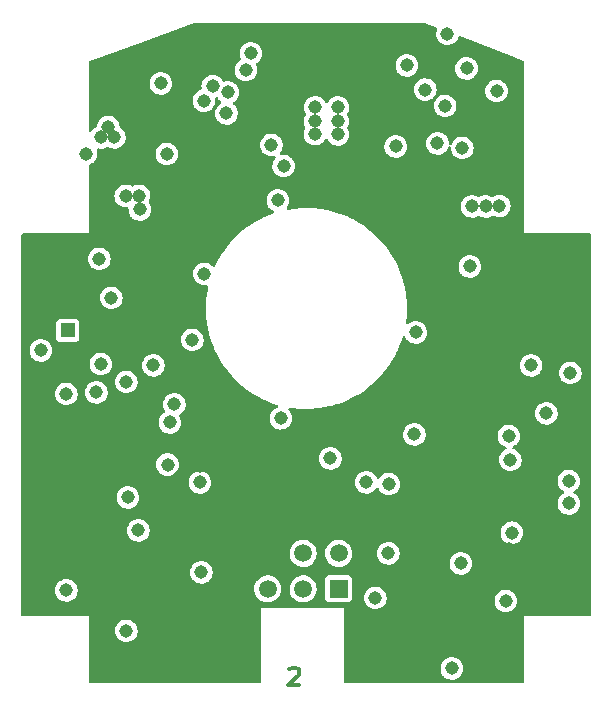
<source format=gbr>
%TF.GenerationSoftware,KiCad,Pcbnew,6.0.1-79c1e3a40b~116~ubuntu20.04.1*%
%TF.CreationDate,2022-01-23T15:23:11-08:00*%
%TF.ProjectId,led-ring-driver,6c65642d-7269-46e6-972d-647269766572,rev?*%
%TF.SameCoordinates,Original*%
%TF.FileFunction,Copper,L2,Inr*%
%TF.FilePolarity,Positive*%
%FSLAX46Y46*%
G04 Gerber Fmt 4.6, Leading zero omitted, Abs format (unit mm)*
G04 Created by KiCad (PCBNEW 6.0.1-79c1e3a40b~116~ubuntu20.04.1) date 2022-01-23 15:23:11*
%MOMM*%
%LPD*%
G01*
G04 APERTURE LIST*
%ADD10C,0.300000*%
%TA.AperFunction,NonConductor*%
%ADD11C,0.300000*%
%TD*%
%TA.AperFunction,ComponentPad*%
%ADD12R,1.520000X1.520000*%
%TD*%
%TA.AperFunction,ComponentPad*%
%ADD13C,1.520000*%
%TD*%
%TA.AperFunction,ComponentPad*%
%ADD14C,1.200000*%
%TD*%
%TA.AperFunction,ComponentPad*%
%ADD15R,1.200000X1.200000*%
%TD*%
%TA.AperFunction,ViaPad*%
%ADD16C,1.143000*%
%TD*%
G04 APERTURE END LIST*
D10*
D11*
X150320428Y-119463428D02*
X150391857Y-119392000D01*
X150534714Y-119320571D01*
X150891857Y-119320571D01*
X151034714Y-119392000D01*
X151106142Y-119463428D01*
X151177571Y-119606285D01*
X151177571Y-119749142D01*
X151106142Y-119963428D01*
X150249000Y-120820571D01*
X151177571Y-120820571D01*
D12*
%TO.N,/PWM_H*%
%TO.C,J1*%
X154493501Y-112643001D03*
D13*
%TO.N,/PWM_L*%
X151493502Y-112643001D03*
%TO.N,/VIN*%
X148493503Y-112643001D03*
%TO.N,/DISABLE_H*%
X154493501Y-109643002D03*
%TO.N,/DISABLE_L*%
X151493502Y-109643002D03*
%TO.N,GND*%
X148493503Y-109643002D03*
%TD*%
D14*
%TO.N,GND*%
%TO.C,C1*%
X131572000Y-85765000D03*
D15*
%TO.N,/Boost Converter/+15V*%
X131572000Y-90765000D03*
%TD*%
D16*
%TO.N,/VIN*%
X142875000Y-111252000D03*
%TO.N,GND*%
X169291000Y-103505000D03*
X137160000Y-84709000D03*
X172212000Y-95377000D03*
X131953000Y-99060000D03*
X136505433Y-89808567D03*
X132016000Y-102362000D03*
X138303000Y-112776000D03*
X133350000Y-109855000D03*
X141443000Y-74803000D03*
X161417000Y-75438000D03*
X161925000Y-66929000D03*
X136652000Y-101981000D03*
X141824000Y-68580000D03*
X142748000Y-77851000D03*
X167005000Y-97790000D03*
X159766000Y-114935000D03*
X137795000Y-88011000D03*
X163830000Y-80010000D03*
X133731000Y-99060000D03*
X159766000Y-117475000D03*
X142748000Y-102235000D03*
X168902855Y-109257533D03*
X140589000Y-108204000D03*
X159766000Y-112395000D03*
%TO.N,+5V*%
X135255000Y-88011000D03*
X172085000Y-97790000D03*
X165325500Y-68580000D03*
X173990000Y-105410000D03*
X146650000Y-68707000D03*
X134239000Y-84709000D03*
X138811000Y-93726000D03*
X142748000Y-103632000D03*
%TO.N,/Boost Converter/+15V*%
X149839998Y-76835000D03*
X133985000Y-96012000D03*
X136525000Y-95123000D03*
X165608000Y-85344000D03*
X131445000Y-96139000D03*
X153797000Y-101600000D03*
X142113000Y-91567000D03*
X157607000Y-113411000D03*
%TO.N,Net-(D2-Pad2)*%
X136525000Y-116205000D03*
%TO.N,/LED Current Regulator/LED1_NEG*%
X135509000Y-74422000D03*
X143129000Y-85979000D03*
X134366000Y-74422000D03*
X135001000Y-73533000D03*
X137607500Y-79375000D03*
X137668000Y-80518000D03*
X136474200Y-79375000D03*
%TO.N,/LED Current Regulator/LED2_NEG*%
X152492000Y-73025000D03*
X149352000Y-79756000D03*
X152492000Y-74133000D03*
X152527000Y-71882000D03*
%TO.N,/LED Current Regulator/LED3_NEG*%
X154432000Y-73025000D03*
X161036000Y-90932000D03*
X154432000Y-71882000D03*
X154432000Y-74168000D03*
%TO.N,/LED Current Regulator/LED4_NEG*%
X166941500Y-80264000D03*
X168097200Y-80238600D03*
X165785800Y-80264000D03*
X170789600Y-93726000D03*
X149606000Y-98196400D03*
%TO.N,Net-(D20-Pad2)*%
X168656000Y-113665000D03*
%TO.N,Net-(D21-Pad2)*%
X164084000Y-119380000D03*
%TO.N,/PWM_H*%
X158750000Y-103759000D03*
%TO.N,/PWM_L*%
X156845000Y-103632000D03*
%TO.N,/DISABLE_H*%
X158707998Y-109643002D03*
%TO.N,/DISABLE_L*%
X160909000Y-99568000D03*
%TO.N,Net-(Q7-Pad1)*%
X169164000Y-107885665D03*
%TO.N,/Boost Converter/V_P*%
X131445000Y-112776000D03*
X129286000Y-92456000D03*
%TO.N,Net-(C6-Pad1)*%
X173990000Y-103505000D03*
%TO.N,Net-(C11-Pad1)*%
X140013470Y-102119990D03*
%TO.N,Net-(Q10-Pad2)*%
X144999000Y-72390000D03*
X148809000Y-75057000D03*
%TO.N,Net-(C12-Pad1)*%
X137541000Y-107696000D03*
%TO.N,Net-(Q11-Pad2)*%
X139954000Y-75819000D03*
X143094489Y-71306466D03*
%TO.N,Net-(Q5-Pad2)*%
X159321500Y-75184000D03*
X161836010Y-70373776D03*
%TO.N,Net-(Q6-Pad2)*%
X164973000Y-75311000D03*
X163512500Y-71755000D03*
%TO.N,Net-(Q7-Pad3)*%
X163703000Y-65659000D03*
X174117000Y-94361000D03*
X143834066Y-70080572D03*
X162869000Y-74930000D03*
%TO.N,Net-(R29-Pad1)*%
X160274000Y-68326000D03*
%TO.N,Net-(C15-Pad1)*%
X134366000Y-93599000D03*
%TO.N,Net-(R1-Pad1)*%
X139446000Y-69850000D03*
X133096000Y-75819000D03*
%TO.N,Net-(R11-Pad2)*%
X169037000Y-101727000D03*
%TO.N,Net-(R3-Pad2)*%
X140208000Y-98552000D03*
%TO.N,Net-(R30-Pad1)*%
X145125500Y-70612000D03*
X147066000Y-67310000D03*
%TO.N,Net-(R13-Pad2)*%
X164846000Y-110490000D03*
%TO.N,Net-(R14-Pad1)*%
X167865500Y-70485000D03*
%TO.N,Net-(R17-Pad1)*%
X168910000Y-99695000D03*
%TO.N,Net-(Q1-Pad1)*%
X136652000Y-104902000D03*
%TO.N,Net-(R33-Pad2)*%
X140590000Y-97028000D03*
%TD*%
%TA.AperFunction,Conductor*%
%TO.N,GND*%
G36*
X161946835Y-64778398D02*
G01*
X162763635Y-65092552D01*
X162820035Y-65135675D01*
X162844168Y-65202444D01*
X162828820Y-65270852D01*
X162825795Y-65276355D01*
X162825792Y-65276361D01*
X162822826Y-65281757D01*
X162820965Y-65287624D01*
X162820964Y-65287626D01*
X162794571Y-65370829D01*
X162766315Y-65459901D01*
X162745482Y-65645630D01*
X162761121Y-65831867D01*
X162812636Y-66011520D01*
X162898064Y-66177746D01*
X162901887Y-66182570D01*
X162901890Y-66182574D01*
X162972802Y-66272042D01*
X163014152Y-66324212D01*
X163018846Y-66328207D01*
X163138621Y-66430144D01*
X163156478Y-66445342D01*
X163319621Y-66536519D01*
X163497367Y-66594272D01*
X163682945Y-66616401D01*
X163689080Y-66615929D01*
X163689082Y-66615929D01*
X163745119Y-66611617D01*
X163869287Y-66602063D01*
X164049296Y-66551804D01*
X164054785Y-66549031D01*
X164054791Y-66549029D01*
X164140267Y-66505851D01*
X164216114Y-66467538D01*
X164244524Y-66445342D01*
X164276477Y-66420377D01*
X164363387Y-66352475D01*
X164367413Y-66347811D01*
X164367416Y-66347808D01*
X164481480Y-66215663D01*
X164485507Y-66210998D01*
X164577821Y-66048495D01*
X164592091Y-66005600D01*
X164612318Y-65944794D01*
X164652800Y-65886470D01*
X164718388Y-65859290D01*
X164777106Y-65866964D01*
X169342725Y-67622971D01*
X170099231Y-67913935D01*
X170155631Y-67957058D01*
X170179764Y-68023827D01*
X170180000Y-68031537D01*
X170180000Y-82550000D01*
X175769000Y-82550000D01*
X175837121Y-82570002D01*
X175883614Y-82623658D01*
X175895000Y-82676000D01*
X175895000Y-114809000D01*
X175874998Y-114877121D01*
X175821342Y-114923614D01*
X175769000Y-114935000D01*
X170180000Y-114935000D01*
X170180000Y-120524000D01*
X170159998Y-120592121D01*
X170106342Y-120638614D01*
X170054000Y-120650000D01*
X155066000Y-120650000D01*
X154997879Y-120629998D01*
X154951386Y-120576342D01*
X154940000Y-120524000D01*
X154940000Y-119366630D01*
X163126482Y-119366630D01*
X163142121Y-119552867D01*
X163193636Y-119732520D01*
X163279064Y-119898746D01*
X163282887Y-119903570D01*
X163282890Y-119903574D01*
X163373333Y-120017683D01*
X163395152Y-120045212D01*
X163399846Y-120049207D01*
X163432819Y-120077269D01*
X163537478Y-120166342D01*
X163700621Y-120257519D01*
X163878367Y-120315272D01*
X164063945Y-120337401D01*
X164070080Y-120336929D01*
X164070082Y-120336929D01*
X164126119Y-120332617D01*
X164250287Y-120323063D01*
X164430296Y-120272804D01*
X164435785Y-120270031D01*
X164435791Y-120270029D01*
X164513159Y-120230947D01*
X164597114Y-120188538D01*
X164613855Y-120175459D01*
X164649486Y-120147621D01*
X164744387Y-120073475D01*
X164748413Y-120068811D01*
X164748416Y-120068808D01*
X164862480Y-119936663D01*
X164866507Y-119931998D01*
X164958821Y-119769495D01*
X164973091Y-119726600D01*
X165015867Y-119598009D01*
X165017814Y-119592157D01*
X165039091Y-119423737D01*
X165040796Y-119410241D01*
X165040797Y-119410232D01*
X165041238Y-119406738D01*
X165041611Y-119380000D01*
X165023373Y-119193999D01*
X165019419Y-119180901D01*
X164971136Y-119020983D01*
X164969355Y-119015083D01*
X164881615Y-118850066D01*
X164868727Y-118834264D01*
X164767388Y-118710010D01*
X164767385Y-118710007D01*
X164763493Y-118705235D01*
X164758744Y-118701306D01*
X164624239Y-118590034D01*
X164624236Y-118590032D01*
X164619489Y-118586105D01*
X164455089Y-118497214D01*
X164365821Y-118469581D01*
X164282441Y-118443770D01*
X164282438Y-118443769D01*
X164276554Y-118441948D01*
X164270429Y-118441304D01*
X164270428Y-118441304D01*
X164096813Y-118423056D01*
X164096812Y-118423056D01*
X164090685Y-118422412D01*
X163972087Y-118433206D01*
X163910703Y-118438792D01*
X163910702Y-118438792D01*
X163904562Y-118439351D01*
X163898648Y-118441092D01*
X163898646Y-118441092D01*
X163776466Y-118477052D01*
X163725273Y-118492119D01*
X163559647Y-118578705D01*
X163413995Y-118695813D01*
X163293862Y-118838981D01*
X163290899Y-118844370D01*
X163290896Y-118844375D01*
X163260889Y-118898959D01*
X163203826Y-119002757D01*
X163147315Y-119180901D01*
X163126482Y-119366630D01*
X154940000Y-119366630D01*
X154940000Y-114300000D01*
X147955000Y-114300000D01*
X147955000Y-120524000D01*
X147934998Y-120592121D01*
X147881342Y-120638614D01*
X147829000Y-120650000D01*
X133476000Y-120650000D01*
X133407879Y-120629998D01*
X133361386Y-120576342D01*
X133350000Y-120524000D01*
X133350000Y-116191630D01*
X135567482Y-116191630D01*
X135567998Y-116197774D01*
X135578767Y-116326013D01*
X135583121Y-116377867D01*
X135634636Y-116557520D01*
X135720064Y-116723746D01*
X135723887Y-116728570D01*
X135723890Y-116728574D01*
X135815153Y-116843718D01*
X135836152Y-116870212D01*
X135840846Y-116874207D01*
X135873819Y-116902269D01*
X135978478Y-116991342D01*
X136141621Y-117082519D01*
X136319367Y-117140272D01*
X136504945Y-117162401D01*
X136511080Y-117161929D01*
X136511082Y-117161929D01*
X136567119Y-117157617D01*
X136691287Y-117148063D01*
X136871296Y-117097804D01*
X136876785Y-117095031D01*
X136876791Y-117095029D01*
X136954159Y-117055947D01*
X137038114Y-117013538D01*
X137048019Y-117005800D01*
X137157580Y-116920200D01*
X137185387Y-116898475D01*
X137189413Y-116893811D01*
X137189416Y-116893808D01*
X137303480Y-116761663D01*
X137307507Y-116756998D01*
X137399821Y-116594495D01*
X137414091Y-116551600D01*
X137456867Y-116423009D01*
X137458814Y-116417157D01*
X137473685Y-116299441D01*
X137481796Y-116235241D01*
X137481797Y-116235232D01*
X137482238Y-116231738D01*
X137482611Y-116205000D01*
X137464373Y-116018999D01*
X137460419Y-116005901D01*
X137441760Y-115944103D01*
X137410355Y-115840083D01*
X137322615Y-115675066D01*
X137220671Y-115550071D01*
X137208388Y-115535010D01*
X137208385Y-115535007D01*
X137204493Y-115530235D01*
X137199744Y-115526306D01*
X137065239Y-115415034D01*
X137065236Y-115415032D01*
X137060489Y-115411105D01*
X136896089Y-115322214D01*
X136806821Y-115294581D01*
X136723441Y-115268770D01*
X136723438Y-115268769D01*
X136717554Y-115266948D01*
X136711429Y-115266304D01*
X136711428Y-115266304D01*
X136537813Y-115248056D01*
X136537812Y-115248056D01*
X136531685Y-115247412D01*
X136413087Y-115258206D01*
X136351703Y-115263792D01*
X136351702Y-115263792D01*
X136345562Y-115264351D01*
X136339648Y-115266092D01*
X136339646Y-115266092D01*
X136217466Y-115302052D01*
X136166273Y-115317119D01*
X136000647Y-115403705D01*
X135854995Y-115520813D01*
X135734862Y-115663981D01*
X135731899Y-115669370D01*
X135731896Y-115669375D01*
X135725389Y-115681212D01*
X135644826Y-115827757D01*
X135588315Y-116005901D01*
X135567482Y-116191630D01*
X133350000Y-116191630D01*
X133350000Y-114935000D01*
X127761000Y-114935000D01*
X127692879Y-114914998D01*
X127646386Y-114861342D01*
X127635000Y-114809000D01*
X127635000Y-112762630D01*
X130487482Y-112762630D01*
X130487998Y-112768774D01*
X130500369Y-112916089D01*
X130503121Y-112948867D01*
X130554636Y-113128520D01*
X130597000Y-113210951D01*
X130633700Y-113282362D01*
X130640064Y-113294746D01*
X130643887Y-113299570D01*
X130643890Y-113299574D01*
X130716796Y-113391557D01*
X130756152Y-113441212D01*
X130760846Y-113445207D01*
X130860336Y-113529880D01*
X130898478Y-113562342D01*
X131061621Y-113653519D01*
X131239367Y-113711272D01*
X131424945Y-113733401D01*
X131431080Y-113732929D01*
X131431082Y-113732929D01*
X131487119Y-113728617D01*
X131611287Y-113719063D01*
X131791296Y-113668804D01*
X131796785Y-113666031D01*
X131796791Y-113666029D01*
X131874159Y-113626947D01*
X131958114Y-113584538D01*
X131986524Y-113562342D01*
X132022911Y-113533913D01*
X132105387Y-113469475D01*
X132109413Y-113464811D01*
X132109416Y-113464808D01*
X132223480Y-113332663D01*
X132227507Y-113327998D01*
X132319821Y-113165495D01*
X132328134Y-113140507D01*
X132365439Y-113028362D01*
X132378814Y-112988157D01*
X132389331Y-112904906D01*
X132401796Y-112806241D01*
X132401797Y-112806232D01*
X132402238Y-112802738D01*
X132402611Y-112776000D01*
X132386628Y-112612992D01*
X147347506Y-112612992D01*
X147361227Y-112822336D01*
X147412868Y-113025674D01*
X147500700Y-113216196D01*
X147504033Y-113220912D01*
X147583011Y-113332663D01*
X147621781Y-113387522D01*
X147772056Y-113533913D01*
X147946493Y-113650468D01*
X147951796Y-113652746D01*
X147951799Y-113652748D01*
X147982712Y-113666029D01*
X148139249Y-113733283D01*
X148343869Y-113779583D01*
X148349643Y-113779810D01*
X148349644Y-113779810D01*
X148387138Y-113781283D01*
X148553500Y-113787820D01*
X148657311Y-113772768D01*
X148755408Y-113758545D01*
X148755413Y-113758544D01*
X148761122Y-113757716D01*
X148766586Y-113755861D01*
X148766591Y-113755860D01*
X148954310Y-113692138D01*
X148954315Y-113692136D01*
X148959782Y-113690280D01*
X149142825Y-113587771D01*
X149304123Y-113453621D01*
X149438273Y-113292323D01*
X149532549Y-113123981D01*
X149537958Y-113114323D01*
X149537959Y-113114321D01*
X149540782Y-113109280D01*
X149542638Y-113103813D01*
X149542640Y-113103808D01*
X149606362Y-112916089D01*
X149606363Y-112916084D01*
X149608218Y-112910620D01*
X149609046Y-112904911D01*
X149609047Y-112904906D01*
X149633503Y-112736235D01*
X149638322Y-112702998D01*
X149639893Y-112643001D01*
X149637136Y-112612992D01*
X150347505Y-112612992D01*
X150361226Y-112822336D01*
X150412867Y-113025674D01*
X150500699Y-113216196D01*
X150504032Y-113220912D01*
X150583010Y-113332663D01*
X150621780Y-113387522D01*
X150772055Y-113533913D01*
X150946492Y-113650468D01*
X150951795Y-113652746D01*
X150951798Y-113652748D01*
X150982711Y-113666029D01*
X151139248Y-113733283D01*
X151343868Y-113779583D01*
X151349642Y-113779810D01*
X151349643Y-113779810D01*
X151387137Y-113781283D01*
X151553499Y-113787820D01*
X151657310Y-113772768D01*
X151755407Y-113758545D01*
X151755412Y-113758544D01*
X151761121Y-113757716D01*
X151766585Y-113755861D01*
X151766590Y-113755860D01*
X151954309Y-113692138D01*
X151954314Y-113692136D01*
X151959781Y-113690280D01*
X152142824Y-113587771D01*
X152304122Y-113453621D01*
X152316150Y-113439159D01*
X153352001Y-113439159D01*
X153352671Y-113443707D01*
X153352671Y-113443714D01*
X153361613Y-113504460D01*
X153363039Y-113514145D01*
X153367354Y-113522933D01*
X153367354Y-113522934D01*
X153413557Y-113617037D01*
X153419014Y-113628152D01*
X153508900Y-113717881D01*
X153518256Y-113722454D01*
X153518257Y-113722455D01*
X153555136Y-113740481D01*
X153623004Y-113773656D01*
X153654885Y-113778307D01*
X153692817Y-113783841D01*
X153692821Y-113783841D01*
X153697343Y-113784501D01*
X155289659Y-113784501D01*
X155294207Y-113783831D01*
X155294214Y-113783831D01*
X155354960Y-113774889D01*
X155354962Y-113774888D01*
X155364645Y-113773463D01*
X155373434Y-113769148D01*
X155469304Y-113722078D01*
X155469305Y-113722077D01*
X155478652Y-113717488D01*
X155568381Y-113627602D01*
X155624156Y-113513498D01*
X155634119Y-113445207D01*
X155634341Y-113443685D01*
X155634341Y-113443681D01*
X155635001Y-113439159D01*
X155635001Y-113397630D01*
X156649482Y-113397630D01*
X156649998Y-113403774D01*
X156661196Y-113537123D01*
X156665121Y-113583867D01*
X156716636Y-113763520D01*
X156738392Y-113805852D01*
X156778045Y-113883009D01*
X156802064Y-113929746D01*
X156805887Y-113934570D01*
X156805890Y-113934574D01*
X156866941Y-114011600D01*
X156918152Y-114076212D01*
X156922846Y-114080207D01*
X157050176Y-114188574D01*
X157060478Y-114197342D01*
X157223621Y-114288519D01*
X157401367Y-114346272D01*
X157586945Y-114368401D01*
X157593080Y-114367929D01*
X157593082Y-114367929D01*
X157649119Y-114363617D01*
X157773287Y-114354063D01*
X157953296Y-114303804D01*
X157958785Y-114301031D01*
X157958791Y-114301029D01*
X158036159Y-114261947D01*
X158120114Y-114219538D01*
X158148524Y-114197342D01*
X158172936Y-114178269D01*
X158267387Y-114104475D01*
X158271413Y-114099811D01*
X158271416Y-114099808D01*
X158385480Y-113967663D01*
X158389507Y-113962998D01*
X158481821Y-113800495D01*
X158486038Y-113787820D01*
X158519424Y-113687456D01*
X158531342Y-113651630D01*
X167698482Y-113651630D01*
X167698998Y-113657774D01*
X167711433Y-113805852D01*
X167714121Y-113837867D01*
X167765636Y-114017520D01*
X167787392Y-114059852D01*
X167810325Y-114104475D01*
X167851064Y-114183746D01*
X167854887Y-114188570D01*
X167854890Y-114188574D01*
X167931723Y-114285512D01*
X167967152Y-114330212D01*
X167971846Y-114334207D01*
X168012024Y-114368401D01*
X168109478Y-114451342D01*
X168272621Y-114542519D01*
X168450367Y-114600272D01*
X168635945Y-114622401D01*
X168642080Y-114621929D01*
X168642082Y-114621929D01*
X168698119Y-114617617D01*
X168822287Y-114608063D01*
X169002296Y-114557804D01*
X169007785Y-114555031D01*
X169007791Y-114555029D01*
X169085159Y-114515947D01*
X169169114Y-114473538D01*
X169197524Y-114451342D01*
X169303682Y-114368401D01*
X169316387Y-114358475D01*
X169320413Y-114353811D01*
X169320416Y-114353808D01*
X169434480Y-114221663D01*
X169438507Y-114216998D01*
X169518484Y-114076212D01*
X169527778Y-114059852D01*
X169527779Y-114059851D01*
X169530821Y-114054495D01*
X169545091Y-114011600D01*
X169587867Y-113883009D01*
X169589814Y-113877157D01*
X169602734Y-113774889D01*
X169612796Y-113695241D01*
X169612797Y-113695232D01*
X169613238Y-113691738D01*
X169613611Y-113665000D01*
X169595373Y-113478999D01*
X169591419Y-113465901D01*
X169549783Y-113327998D01*
X169541355Y-113300083D01*
X169453615Y-113135066D01*
X169440727Y-113119264D01*
X169339388Y-112995010D01*
X169339385Y-112995007D01*
X169335493Y-112990235D01*
X169330744Y-112986306D01*
X169196239Y-112875034D01*
X169196236Y-112875032D01*
X169191489Y-112871105D01*
X169027089Y-112782214D01*
X168893981Y-112741010D01*
X168854441Y-112728770D01*
X168854438Y-112728769D01*
X168848554Y-112726948D01*
X168842429Y-112726304D01*
X168842428Y-112726304D01*
X168668813Y-112708056D01*
X168668812Y-112708056D01*
X168662685Y-112707412D01*
X168544087Y-112718206D01*
X168482703Y-112723792D01*
X168482702Y-112723792D01*
X168476562Y-112724351D01*
X168470648Y-112726092D01*
X168470646Y-112726092D01*
X168419960Y-112741010D01*
X168297273Y-112777119D01*
X168131647Y-112863705D01*
X167985995Y-112980813D01*
X167865862Y-113123981D01*
X167862899Y-113129370D01*
X167862896Y-113129375D01*
X167814164Y-113218020D01*
X167775826Y-113287757D01*
X167719315Y-113465901D01*
X167698482Y-113651630D01*
X158531342Y-113651630D01*
X158540814Y-113623157D01*
X158553557Y-113522286D01*
X158563796Y-113441241D01*
X158563797Y-113441232D01*
X158564238Y-113437738D01*
X158564611Y-113411000D01*
X158546373Y-113224999D01*
X158542419Y-113211901D01*
X158494136Y-113051983D01*
X158492355Y-113046083D01*
X158404615Y-112881066D01*
X158399974Y-112875375D01*
X158290388Y-112741010D01*
X158290385Y-112741007D01*
X158286493Y-112736235D01*
X158281744Y-112732306D01*
X158147239Y-112621034D01*
X158147236Y-112621032D01*
X158142489Y-112617105D01*
X157978089Y-112528214D01*
X157888822Y-112500581D01*
X157805441Y-112474770D01*
X157805438Y-112474769D01*
X157799554Y-112472948D01*
X157793429Y-112472304D01*
X157793428Y-112472304D01*
X157619813Y-112454056D01*
X157619812Y-112454056D01*
X157613685Y-112453412D01*
X157495087Y-112464206D01*
X157433703Y-112469792D01*
X157433702Y-112469792D01*
X157427562Y-112470351D01*
X157421648Y-112472092D01*
X157421646Y-112472092D01*
X157299466Y-112508052D01*
X157248273Y-112523119D01*
X157242808Y-112525976D01*
X157120342Y-112589999D01*
X157082647Y-112609705D01*
X156936995Y-112726813D01*
X156816862Y-112869981D01*
X156813899Y-112875370D01*
X156813896Y-112875375D01*
X156758056Y-112976950D01*
X156726826Y-113033757D01*
X156724965Y-113039624D01*
X156724964Y-113039626D01*
X156701269Y-113114323D01*
X156670315Y-113211901D01*
X156649482Y-113397630D01*
X155635001Y-113397630D01*
X155635001Y-111846843D01*
X155633310Y-111835351D01*
X155625389Y-111781542D01*
X155625388Y-111781540D01*
X155623963Y-111771857D01*
X155598189Y-111719362D01*
X155572578Y-111667198D01*
X155572577Y-111667197D01*
X155567988Y-111657850D01*
X155478102Y-111568121D01*
X155363998Y-111512346D01*
X155331217Y-111507564D01*
X155294185Y-111502161D01*
X155294181Y-111502161D01*
X155289659Y-111501501D01*
X153697343Y-111501501D01*
X153692795Y-111502171D01*
X153692788Y-111502171D01*
X153632042Y-111511113D01*
X153632040Y-111511114D01*
X153622357Y-111512539D01*
X153613569Y-111516854D01*
X153613568Y-111516854D01*
X153517698Y-111563924D01*
X153517697Y-111563925D01*
X153508350Y-111568514D01*
X153418621Y-111658400D01*
X153362846Y-111772504D01*
X153361434Y-111782184D01*
X153352666Y-111842288D01*
X153352001Y-111846843D01*
X153352001Y-113439159D01*
X152316150Y-113439159D01*
X152438272Y-113292323D01*
X152532548Y-113123981D01*
X152537957Y-113114323D01*
X152537958Y-113114321D01*
X152540781Y-113109280D01*
X152542637Y-113103813D01*
X152542639Y-113103808D01*
X152606361Y-112916089D01*
X152606362Y-112916084D01*
X152608217Y-112910620D01*
X152609045Y-112904911D01*
X152609046Y-112904906D01*
X152633502Y-112736235D01*
X152638321Y-112702998D01*
X152639892Y-112643001D01*
X152624267Y-112472948D01*
X152621225Y-112439842D01*
X152621224Y-112439839D01*
X152620696Y-112434088D01*
X152610838Y-112399134D01*
X152565317Y-112237731D01*
X152565316Y-112237729D01*
X152563749Y-112232172D01*
X152552724Y-112209814D01*
X152473515Y-112049195D01*
X152470960Y-112044014D01*
X152452007Y-112018632D01*
X152348889Y-111880540D01*
X152348888Y-111880539D01*
X152345436Y-111875916D01*
X152326497Y-111858409D01*
X152195621Y-111737429D01*
X152195619Y-111737427D01*
X152191380Y-111733509D01*
X152071468Y-111657850D01*
X152018832Y-111624639D01*
X152013952Y-111621560D01*
X151819094Y-111543820D01*
X151613332Y-111502891D01*
X151607557Y-111502815D01*
X151607553Y-111502815D01*
X151502585Y-111501441D01*
X151403557Y-111500145D01*
X151397860Y-111501124D01*
X151397859Y-111501124D01*
X151202491Y-111534694D01*
X151202490Y-111534694D01*
X151196794Y-111535673D01*
X150999968Y-111608286D01*
X150995007Y-111611238D01*
X150995006Y-111611238D01*
X150977657Y-111621560D01*
X150819671Y-111715552D01*
X150661940Y-111853878D01*
X150658368Y-111858409D01*
X150560854Y-111982105D01*
X150532058Y-112018632D01*
X150529370Y-112023741D01*
X150438986Y-112195535D01*
X150434376Y-112204297D01*
X150372163Y-112404653D01*
X150347505Y-112612992D01*
X149637136Y-112612992D01*
X149624268Y-112472948D01*
X149621226Y-112439842D01*
X149621225Y-112439839D01*
X149620697Y-112434088D01*
X149610839Y-112399134D01*
X149565318Y-112237731D01*
X149565317Y-112237729D01*
X149563750Y-112232172D01*
X149552725Y-112209814D01*
X149473516Y-112049195D01*
X149470961Y-112044014D01*
X149452008Y-112018632D01*
X149348890Y-111880540D01*
X149348889Y-111880539D01*
X149345437Y-111875916D01*
X149326498Y-111858409D01*
X149195622Y-111737429D01*
X149195620Y-111737427D01*
X149191381Y-111733509D01*
X149071469Y-111657850D01*
X149018833Y-111624639D01*
X149013953Y-111621560D01*
X148819095Y-111543820D01*
X148613333Y-111502891D01*
X148607558Y-111502815D01*
X148607554Y-111502815D01*
X148502586Y-111501441D01*
X148403558Y-111500145D01*
X148397861Y-111501124D01*
X148397860Y-111501124D01*
X148202492Y-111534694D01*
X148202491Y-111534694D01*
X148196795Y-111535673D01*
X147999969Y-111608286D01*
X147995008Y-111611238D01*
X147995007Y-111611238D01*
X147977658Y-111621560D01*
X147819672Y-111715552D01*
X147661941Y-111853878D01*
X147658369Y-111858409D01*
X147560855Y-111982105D01*
X147532059Y-112018632D01*
X147529371Y-112023741D01*
X147438987Y-112195535D01*
X147434377Y-112204297D01*
X147372164Y-112404653D01*
X147347506Y-112612992D01*
X132386628Y-112612992D01*
X132384373Y-112589999D01*
X132380419Y-112576901D01*
X132343329Y-112454056D01*
X132330355Y-112411083D01*
X132242615Y-112246066D01*
X132233574Y-112234981D01*
X132128388Y-112106010D01*
X132128385Y-112106007D01*
X132124493Y-112101235D01*
X132119744Y-112097306D01*
X131985239Y-111986034D01*
X131985236Y-111986032D01*
X131980489Y-111982105D01*
X131816089Y-111893214D01*
X131703653Y-111858409D01*
X131643441Y-111839770D01*
X131643438Y-111839769D01*
X131637554Y-111837948D01*
X131631429Y-111837304D01*
X131631428Y-111837304D01*
X131457813Y-111819056D01*
X131457812Y-111819056D01*
X131451685Y-111818412D01*
X131333087Y-111829206D01*
X131271703Y-111834792D01*
X131271702Y-111834792D01*
X131265562Y-111835351D01*
X131259648Y-111837092D01*
X131259646Y-111837092D01*
X131215541Y-111850073D01*
X131086273Y-111888119D01*
X131080808Y-111890976D01*
X130976560Y-111945475D01*
X130920647Y-111974705D01*
X130774995Y-112091813D01*
X130654862Y-112234981D01*
X130651899Y-112240370D01*
X130651896Y-112240375D01*
X130578509Y-112373868D01*
X130564826Y-112398757D01*
X130562965Y-112404624D01*
X130562964Y-112404626D01*
X130562641Y-112405644D01*
X130508315Y-112576901D01*
X130487482Y-112762630D01*
X127635000Y-112762630D01*
X127635000Y-111238630D01*
X141917482Y-111238630D01*
X141917998Y-111244774D01*
X141929728Y-111384459D01*
X141933121Y-111424867D01*
X141934819Y-111430788D01*
X141934819Y-111430789D01*
X141939447Y-111446929D01*
X141984636Y-111604520D01*
X142006392Y-111646852D01*
X142052942Y-111737429D01*
X142070064Y-111770746D01*
X142073887Y-111775570D01*
X142073890Y-111775574D01*
X142165687Y-111891392D01*
X142186152Y-111917212D01*
X142190846Y-111921207D01*
X142299992Y-112014098D01*
X142328478Y-112038342D01*
X142491621Y-112129519D01*
X142669367Y-112187272D01*
X142854945Y-112209401D01*
X142861080Y-112208929D01*
X142861082Y-112208929D01*
X142921278Y-112204297D01*
X143041287Y-112195063D01*
X143221296Y-112144804D01*
X143226785Y-112142031D01*
X143226791Y-112142029D01*
X143326200Y-112091813D01*
X143388114Y-112060538D01*
X143402633Y-112049195D01*
X143488503Y-111982105D01*
X143535387Y-111945475D01*
X143539413Y-111940811D01*
X143539416Y-111940808D01*
X143644509Y-111819056D01*
X143657507Y-111803998D01*
X143744405Y-111651029D01*
X143746778Y-111646852D01*
X143746779Y-111646851D01*
X143749821Y-111641495D01*
X143755429Y-111624639D01*
X143792719Y-111512539D01*
X143808814Y-111464157D01*
X143830216Y-111294746D01*
X143831796Y-111282241D01*
X143831797Y-111282232D01*
X143832238Y-111278738D01*
X143832611Y-111252000D01*
X143814373Y-111065999D01*
X143810419Y-111052901D01*
X143762136Y-110892983D01*
X143760355Y-110887083D01*
X143672615Y-110722066D01*
X143663574Y-110710981D01*
X143558388Y-110582010D01*
X143558385Y-110582007D01*
X143554493Y-110577235D01*
X143549744Y-110573306D01*
X143415239Y-110462034D01*
X143415236Y-110462032D01*
X143410489Y-110458105D01*
X143246089Y-110369214D01*
X143125257Y-110331810D01*
X143073441Y-110315770D01*
X143073438Y-110315769D01*
X143067554Y-110313948D01*
X143061429Y-110313304D01*
X143061428Y-110313304D01*
X142887813Y-110295056D01*
X142887812Y-110295056D01*
X142881685Y-110294412D01*
X142783113Y-110303383D01*
X142701703Y-110310792D01*
X142701702Y-110310792D01*
X142695562Y-110311351D01*
X142689648Y-110313092D01*
X142689646Y-110313092D01*
X142610192Y-110336477D01*
X142516273Y-110364119D01*
X142350647Y-110450705D01*
X142204995Y-110567813D01*
X142084862Y-110710981D01*
X142081899Y-110716370D01*
X142081896Y-110716375D01*
X142043075Y-110786992D01*
X141994826Y-110874757D01*
X141992965Y-110880624D01*
X141992964Y-110880626D01*
X141990916Y-110887083D01*
X141938315Y-111052901D01*
X141917482Y-111238630D01*
X127635000Y-111238630D01*
X127635000Y-109612993D01*
X150347505Y-109612993D01*
X150361226Y-109822337D01*
X150412867Y-110025675D01*
X150500699Y-110216197D01*
X150504032Y-110220913D01*
X150608841Y-110369214D01*
X150621780Y-110387523D01*
X150772055Y-110533914D01*
X150776858Y-110537124D01*
X150776859Y-110537124D01*
X150844036Y-110582010D01*
X150946492Y-110650469D01*
X150951795Y-110652747D01*
X150951798Y-110652749D01*
X151026927Y-110685027D01*
X151139248Y-110733284D01*
X151343868Y-110779584D01*
X151349642Y-110779811D01*
X151349643Y-110779811D01*
X151387137Y-110781284D01*
X151553499Y-110787821D01*
X151657310Y-110772769D01*
X151755407Y-110758546D01*
X151755412Y-110758545D01*
X151761121Y-110757717D01*
X151766585Y-110755862D01*
X151766590Y-110755861D01*
X151954309Y-110692139D01*
X151954314Y-110692137D01*
X151959781Y-110690281D01*
X152142824Y-110587772D01*
X152304122Y-110453622D01*
X152438272Y-110292324D01*
X152528627Y-110130983D01*
X152537957Y-110114324D01*
X152537958Y-110114322D01*
X152540781Y-110109281D01*
X152542637Y-110103814D01*
X152542639Y-110103809D01*
X152606361Y-109916090D01*
X152606362Y-109916085D01*
X152608217Y-109910621D01*
X152609045Y-109904912D01*
X152609046Y-109904907D01*
X152637788Y-109706673D01*
X152638321Y-109702999D01*
X152639892Y-109643002D01*
X152637135Y-109612993D01*
X153347504Y-109612993D01*
X153361225Y-109822337D01*
X153412866Y-110025675D01*
X153500698Y-110216197D01*
X153504031Y-110220913D01*
X153608840Y-110369214D01*
X153621779Y-110387523D01*
X153772054Y-110533914D01*
X153776857Y-110537124D01*
X153776858Y-110537124D01*
X153844035Y-110582010D01*
X153946491Y-110650469D01*
X153951794Y-110652747D01*
X153951797Y-110652749D01*
X154026926Y-110685027D01*
X154139247Y-110733284D01*
X154343867Y-110779584D01*
X154349641Y-110779811D01*
X154349642Y-110779811D01*
X154387136Y-110781284D01*
X154553498Y-110787821D01*
X154657309Y-110772769D01*
X154755406Y-110758546D01*
X154755411Y-110758545D01*
X154761120Y-110757717D01*
X154766584Y-110755862D01*
X154766589Y-110755861D01*
X154954308Y-110692139D01*
X154954313Y-110692137D01*
X154959780Y-110690281D01*
X155142823Y-110587772D01*
X155304121Y-110453622D01*
X155438271Y-110292324D01*
X155528626Y-110130983D01*
X155537956Y-110114324D01*
X155537957Y-110114322D01*
X155540780Y-110109281D01*
X155542636Y-110103814D01*
X155542638Y-110103809D01*
X155606360Y-109916090D01*
X155606361Y-109916085D01*
X155608216Y-109910621D01*
X155609044Y-109904912D01*
X155609045Y-109904907D01*
X155637787Y-109706673D01*
X155638320Y-109702999D01*
X155639891Y-109643002D01*
X155638662Y-109629632D01*
X157750480Y-109629632D01*
X157751310Y-109639515D01*
X157765275Y-109805813D01*
X157766119Y-109815869D01*
X157817634Y-109995522D01*
X157839390Y-110037854D01*
X157878690Y-110114324D01*
X157903062Y-110161748D01*
X157906885Y-110166572D01*
X157906888Y-110166576D01*
X158000776Y-110285032D01*
X158019150Y-110308214D01*
X158023844Y-110312209D01*
X158088195Y-110366976D01*
X158161476Y-110429344D01*
X158324619Y-110520521D01*
X158502365Y-110578274D01*
X158687943Y-110600403D01*
X158694078Y-110599931D01*
X158694080Y-110599931D01*
X158750117Y-110595619D01*
X158874285Y-110586065D01*
X159054294Y-110535806D01*
X159059783Y-110533033D01*
X159059789Y-110533031D01*
X159171442Y-110476630D01*
X163888482Y-110476630D01*
X163888998Y-110482774D01*
X163898876Y-110600403D01*
X163904121Y-110662867D01*
X163955636Y-110842520D01*
X164041064Y-111008746D01*
X164044887Y-111013570D01*
X164044890Y-111013574D01*
X164086442Y-111065999D01*
X164157152Y-111155212D01*
X164161846Y-111159207D01*
X164270877Y-111252000D01*
X164299478Y-111276342D01*
X164462621Y-111367519D01*
X164640367Y-111425272D01*
X164825945Y-111447401D01*
X164832080Y-111446929D01*
X164832082Y-111446929D01*
X164888119Y-111442617D01*
X165012287Y-111433063D01*
X165192296Y-111382804D01*
X165197785Y-111380031D01*
X165197791Y-111380029D01*
X165275159Y-111340947D01*
X165359114Y-111298538D01*
X165387524Y-111276342D01*
X165414193Y-111255505D01*
X165506387Y-111183475D01*
X165510413Y-111178811D01*
X165510416Y-111178808D01*
X165619096Y-111052901D01*
X165628507Y-111041998D01*
X165713159Y-110892983D01*
X165717778Y-110884852D01*
X165717779Y-110884851D01*
X165720821Y-110879495D01*
X165735091Y-110836600D01*
X165761949Y-110755861D01*
X165779814Y-110702157D01*
X165792761Y-110599674D01*
X165802796Y-110520241D01*
X165802797Y-110520232D01*
X165803238Y-110516738D01*
X165803611Y-110490000D01*
X165785373Y-110303999D01*
X165783191Y-110296770D01*
X165733136Y-110130983D01*
X165731355Y-110125083D01*
X165643615Y-109960066D01*
X165607749Y-109916090D01*
X165529388Y-109820010D01*
X165529385Y-109820007D01*
X165525493Y-109815235D01*
X165520744Y-109811306D01*
X165386239Y-109700034D01*
X165386236Y-109700032D01*
X165381489Y-109696105D01*
X165217089Y-109607214D01*
X165127822Y-109579581D01*
X165044441Y-109553770D01*
X165044438Y-109553769D01*
X165038554Y-109551948D01*
X165032429Y-109551304D01*
X165032428Y-109551304D01*
X164858813Y-109533056D01*
X164858812Y-109533056D01*
X164852685Y-109532412D01*
X164734087Y-109543206D01*
X164672703Y-109548792D01*
X164672702Y-109548792D01*
X164666562Y-109549351D01*
X164660648Y-109551092D01*
X164660646Y-109551092D01*
X164538466Y-109587052D01*
X164487273Y-109602119D01*
X164321647Y-109688705D01*
X164175995Y-109805813D01*
X164055862Y-109948981D01*
X164052899Y-109954370D01*
X164052896Y-109954375D01*
X164030276Y-109995522D01*
X163965826Y-110112757D01*
X163909315Y-110290901D01*
X163888482Y-110476630D01*
X159171442Y-110476630D01*
X159221112Y-110451540D01*
X159249522Y-110429344D01*
X159297885Y-110391558D01*
X159368385Y-110336477D01*
X159372411Y-110331813D01*
X159372414Y-110331810D01*
X159472208Y-110216197D01*
X159490505Y-110195000D01*
X159582819Y-110032497D01*
X159585089Y-110025675D01*
X159639865Y-109861011D01*
X159641812Y-109855159D01*
X159648534Y-109801950D01*
X159664794Y-109673243D01*
X159664795Y-109673234D01*
X159665236Y-109669740D01*
X159665609Y-109643002D01*
X159647371Y-109457001D01*
X159643417Y-109443903D01*
X159595134Y-109283985D01*
X159593353Y-109278085D01*
X159505613Y-109113068D01*
X159453520Y-109049196D01*
X159391386Y-108973012D01*
X159391383Y-108973009D01*
X159387491Y-108968237D01*
X159382742Y-108964308D01*
X159248237Y-108853036D01*
X159248234Y-108853034D01*
X159243487Y-108849107D01*
X159079087Y-108760216D01*
X158934805Y-108715553D01*
X158906439Y-108706772D01*
X158906436Y-108706771D01*
X158900552Y-108704950D01*
X158894427Y-108704306D01*
X158894426Y-108704306D01*
X158720811Y-108686058D01*
X158720810Y-108686058D01*
X158714683Y-108685414D01*
X158618111Y-108694203D01*
X158534701Y-108701794D01*
X158534700Y-108701794D01*
X158528560Y-108702353D01*
X158522646Y-108704094D01*
X158522644Y-108704094D01*
X158422698Y-108733510D01*
X158349271Y-108755121D01*
X158343806Y-108757978D01*
X158211640Y-108827072D01*
X158183645Y-108841707D01*
X158037993Y-108958815D01*
X157917860Y-109101983D01*
X157914897Y-109107372D01*
X157914894Y-109107377D01*
X157864421Y-109199188D01*
X157827824Y-109265759D01*
X157771313Y-109443903D01*
X157750480Y-109629632D01*
X155638662Y-109629632D01*
X155620695Y-109434089D01*
X155574876Y-109271628D01*
X155565316Y-109237732D01*
X155565315Y-109237730D01*
X155563748Y-109232173D01*
X155552723Y-109209815D01*
X155473514Y-109049196D01*
X155470959Y-109044015D01*
X155452006Y-109018633D01*
X155348888Y-108880541D01*
X155348887Y-108880540D01*
X155345435Y-108875917D01*
X155326496Y-108858410D01*
X155195620Y-108737430D01*
X155195618Y-108737428D01*
X155191379Y-108733510D01*
X155013951Y-108621561D01*
X154819093Y-108543821D01*
X154613331Y-108502892D01*
X154607556Y-108502816D01*
X154607552Y-108502816D01*
X154502584Y-108501442D01*
X154403556Y-108500146D01*
X154397859Y-108501125D01*
X154397858Y-108501125D01*
X154202490Y-108534695D01*
X154202489Y-108534695D01*
X154196793Y-108535674D01*
X153999967Y-108608287D01*
X153995006Y-108611239D01*
X153995005Y-108611239D01*
X153842797Y-108701794D01*
X153819670Y-108715553D01*
X153661939Y-108853879D01*
X153658367Y-108858410D01*
X153574884Y-108964308D01*
X153532057Y-109018633D01*
X153529369Y-109023742D01*
X153484886Y-109108292D01*
X153434375Y-109204298D01*
X153372162Y-109404654D01*
X153347504Y-109612993D01*
X152637135Y-109612993D01*
X152620696Y-109434089D01*
X152574877Y-109271628D01*
X152565317Y-109237732D01*
X152565316Y-109237730D01*
X152563749Y-109232173D01*
X152552724Y-109209815D01*
X152473515Y-109049196D01*
X152470960Y-109044015D01*
X152452007Y-109018633D01*
X152348889Y-108880541D01*
X152348888Y-108880540D01*
X152345436Y-108875917D01*
X152326497Y-108858410D01*
X152195621Y-108737430D01*
X152195619Y-108737428D01*
X152191380Y-108733510D01*
X152013952Y-108621561D01*
X151819094Y-108543821D01*
X151613332Y-108502892D01*
X151607557Y-108502816D01*
X151607553Y-108502816D01*
X151502585Y-108501442D01*
X151403557Y-108500146D01*
X151397860Y-108501125D01*
X151397859Y-108501125D01*
X151202491Y-108534695D01*
X151202490Y-108534695D01*
X151196794Y-108535674D01*
X150999968Y-108608287D01*
X150995007Y-108611239D01*
X150995006Y-108611239D01*
X150842798Y-108701794D01*
X150819671Y-108715553D01*
X150661940Y-108853879D01*
X150658368Y-108858410D01*
X150574885Y-108964308D01*
X150532058Y-109018633D01*
X150529370Y-109023742D01*
X150484887Y-109108292D01*
X150434376Y-109204298D01*
X150372163Y-109404654D01*
X150347505Y-109612993D01*
X127635000Y-109612993D01*
X127635000Y-107682630D01*
X136583482Y-107682630D01*
X136599121Y-107868867D01*
X136650636Y-108048520D01*
X136736064Y-108214746D01*
X136739887Y-108219570D01*
X136739890Y-108219574D01*
X136845170Y-108352402D01*
X136852152Y-108361212D01*
X136856846Y-108365207D01*
X136889819Y-108393269D01*
X136994478Y-108482342D01*
X137157621Y-108573519D01*
X137335367Y-108631272D01*
X137520945Y-108653401D01*
X137527080Y-108652929D01*
X137527082Y-108652929D01*
X137583119Y-108648617D01*
X137707287Y-108639063D01*
X137887296Y-108588804D01*
X137892785Y-108586031D01*
X137892791Y-108586029D01*
X137994413Y-108534695D01*
X138054114Y-108504538D01*
X138059639Y-108500222D01*
X138106486Y-108463621D01*
X138201387Y-108389475D01*
X138205413Y-108384811D01*
X138205416Y-108384808D01*
X138319480Y-108252663D01*
X138323507Y-108247998D01*
X138415821Y-108085495D01*
X138422821Y-108064454D01*
X138472867Y-107914009D01*
X138474814Y-107908157D01*
X138479344Y-107872295D01*
X168206482Y-107872295D01*
X168222121Y-108058532D01*
X168273636Y-108238185D01*
X168359064Y-108404411D01*
X168362887Y-108409235D01*
X168362890Y-108409239D01*
X168438424Y-108504538D01*
X168475152Y-108550877D01*
X168479846Y-108554872D01*
X168595062Y-108652929D01*
X168617478Y-108672007D01*
X168780621Y-108763184D01*
X168958367Y-108820937D01*
X169143945Y-108843066D01*
X169150080Y-108842594D01*
X169150082Y-108842594D01*
X169206119Y-108838282D01*
X169330287Y-108828728D01*
X169510296Y-108778469D01*
X169515785Y-108775696D01*
X169515791Y-108775694D01*
X169593159Y-108736612D01*
X169677114Y-108694203D01*
X169688364Y-108685414D01*
X169747085Y-108639535D01*
X169824387Y-108579140D01*
X169828413Y-108574476D01*
X169828416Y-108574473D01*
X169942480Y-108442328D01*
X169946507Y-108437663D01*
X170038821Y-108275160D01*
X170053091Y-108232265D01*
X170095867Y-108103674D01*
X170097814Y-108097822D01*
X170104790Y-108042600D01*
X170120796Y-107915906D01*
X170120797Y-107915897D01*
X170121238Y-107912403D01*
X170121611Y-107885665D01*
X170103373Y-107699664D01*
X170099419Y-107686566D01*
X170051136Y-107526648D01*
X170049355Y-107520748D01*
X169961615Y-107355731D01*
X169948727Y-107339929D01*
X169847388Y-107215675D01*
X169847385Y-107215672D01*
X169843493Y-107210900D01*
X169838744Y-107206971D01*
X169704239Y-107095699D01*
X169704236Y-107095697D01*
X169699489Y-107091770D01*
X169535089Y-107002879D01*
X169445821Y-106975246D01*
X169362441Y-106949435D01*
X169362438Y-106949434D01*
X169356554Y-106947613D01*
X169350429Y-106946969D01*
X169350428Y-106946969D01*
X169176813Y-106928721D01*
X169176812Y-106928721D01*
X169170685Y-106928077D01*
X169052087Y-106938871D01*
X168990703Y-106944457D01*
X168990702Y-106944457D01*
X168984562Y-106945016D01*
X168978648Y-106946757D01*
X168978646Y-106946757D01*
X168856466Y-106982717D01*
X168805273Y-106997784D01*
X168639647Y-107084370D01*
X168493995Y-107201478D01*
X168373862Y-107344646D01*
X168370899Y-107350035D01*
X168370896Y-107350040D01*
X168297509Y-107483533D01*
X168283826Y-107508422D01*
X168227315Y-107686566D01*
X168206482Y-107872295D01*
X138479344Y-107872295D01*
X138480553Y-107862727D01*
X138497796Y-107726241D01*
X138497797Y-107726232D01*
X138498238Y-107722738D01*
X138498611Y-107696000D01*
X138480373Y-107509999D01*
X138476419Y-107496901D01*
X138435439Y-107361172D01*
X138426355Y-107331083D01*
X138338615Y-107166066D01*
X138281225Y-107095699D01*
X138224388Y-107026010D01*
X138224385Y-107026007D01*
X138220493Y-107021235D01*
X138215744Y-107017306D01*
X138081239Y-106906034D01*
X138081236Y-106906032D01*
X138076489Y-106902105D01*
X137912089Y-106813214D01*
X137822821Y-106785581D01*
X137739441Y-106759770D01*
X137739438Y-106759769D01*
X137733554Y-106757948D01*
X137727429Y-106757304D01*
X137727428Y-106757304D01*
X137553813Y-106739056D01*
X137553812Y-106739056D01*
X137547685Y-106738412D01*
X137429087Y-106749206D01*
X137367703Y-106754792D01*
X137367702Y-106754792D01*
X137361562Y-106755351D01*
X137355648Y-106757092D01*
X137355646Y-106757092D01*
X137233466Y-106793052D01*
X137182273Y-106808119D01*
X137016647Y-106894705D01*
X136870995Y-107011813D01*
X136750862Y-107154981D01*
X136747899Y-107160370D01*
X136747896Y-107160375D01*
X136722280Y-107206971D01*
X136660826Y-107318757D01*
X136604315Y-107496901D01*
X136583482Y-107682630D01*
X127635000Y-107682630D01*
X127635000Y-104888630D01*
X135694482Y-104888630D01*
X135694998Y-104894774D01*
X135707078Y-105038626D01*
X135710121Y-105074867D01*
X135761636Y-105254520D01*
X135783392Y-105296852D01*
X135843343Y-105413505D01*
X135847064Y-105420746D01*
X135850887Y-105425570D01*
X135850890Y-105425574D01*
X135956170Y-105558402D01*
X135963152Y-105567212D01*
X135967846Y-105571207D01*
X136034588Y-105628009D01*
X136105478Y-105688342D01*
X136268621Y-105779519D01*
X136446367Y-105837272D01*
X136631945Y-105859401D01*
X136638080Y-105858929D01*
X136638082Y-105858929D01*
X136694119Y-105854617D01*
X136818287Y-105845063D01*
X136998296Y-105794804D01*
X137003785Y-105792031D01*
X137003791Y-105792029D01*
X137081159Y-105752947D01*
X137165114Y-105710538D01*
X137193524Y-105688342D01*
X137217486Y-105669621D01*
X137312387Y-105595475D01*
X137316413Y-105590811D01*
X137316416Y-105590808D01*
X137430480Y-105458663D01*
X137434507Y-105453998D01*
X137467096Y-105396630D01*
X173032482Y-105396630D01*
X173032998Y-105402774D01*
X173047142Y-105571207D01*
X173048121Y-105582867D01*
X173099636Y-105762520D01*
X173185064Y-105928746D01*
X173188887Y-105933570D01*
X173188890Y-105933574D01*
X173294170Y-106066402D01*
X173301152Y-106075212D01*
X173305846Y-106079207D01*
X173338819Y-106107269D01*
X173443478Y-106196342D01*
X173606621Y-106287519D01*
X173784367Y-106345272D01*
X173969945Y-106367401D01*
X173976080Y-106366929D01*
X173976082Y-106366929D01*
X174032119Y-106362617D01*
X174156287Y-106353063D01*
X174336296Y-106302804D01*
X174341785Y-106300031D01*
X174341791Y-106300029D01*
X174419159Y-106260947D01*
X174503114Y-106218538D01*
X174531524Y-106196342D01*
X174555486Y-106177621D01*
X174650387Y-106103475D01*
X174654413Y-106098811D01*
X174654416Y-106098808D01*
X174768480Y-105966663D01*
X174772507Y-105961998D01*
X174843361Y-105837272D01*
X174861778Y-105804852D01*
X174861779Y-105804851D01*
X174864821Y-105799495D01*
X174872467Y-105776512D01*
X174921867Y-105628009D01*
X174923814Y-105622157D01*
X174931366Y-105562381D01*
X174946796Y-105440241D01*
X174946797Y-105440232D01*
X174947238Y-105436738D01*
X174947611Y-105410000D01*
X174929373Y-105223999D01*
X174925419Y-105210901D01*
X174906760Y-105149103D01*
X174875355Y-105045083D01*
X174787615Y-104880066D01*
X174774727Y-104864264D01*
X174673388Y-104740010D01*
X174673385Y-104740007D01*
X174669493Y-104735235D01*
X174664744Y-104731306D01*
X174530239Y-104620034D01*
X174530236Y-104620032D01*
X174525489Y-104616105D01*
X174437385Y-104568467D01*
X174386976Y-104518472D01*
X174371599Y-104449160D01*
X174396135Y-104382538D01*
X174440504Y-104345165D01*
X174497614Y-104316317D01*
X174497620Y-104316313D01*
X174503114Y-104313538D01*
X174513226Y-104305638D01*
X174613576Y-104227235D01*
X174650387Y-104198475D01*
X174654413Y-104193811D01*
X174654416Y-104193808D01*
X174735120Y-104100311D01*
X174772507Y-104056998D01*
X174864821Y-103894495D01*
X174879091Y-103851600D01*
X174902172Y-103782214D01*
X174923814Y-103717157D01*
X174934572Y-103632000D01*
X174946796Y-103535241D01*
X174946797Y-103535232D01*
X174947238Y-103531738D01*
X174947611Y-103505000D01*
X174929373Y-103318999D01*
X174925419Y-103305901D01*
X174877136Y-103145983D01*
X174875355Y-103140083D01*
X174787615Y-102975066D01*
X174782974Y-102969375D01*
X174673388Y-102835010D01*
X174673385Y-102835007D01*
X174669493Y-102830235D01*
X174664744Y-102826306D01*
X174530239Y-102715034D01*
X174530236Y-102715032D01*
X174525489Y-102711105D01*
X174361089Y-102622214D01*
X174271821Y-102594581D01*
X174188441Y-102568770D01*
X174188438Y-102568769D01*
X174182554Y-102566948D01*
X174176429Y-102566304D01*
X174176428Y-102566304D01*
X174002813Y-102548056D01*
X174002812Y-102548056D01*
X173996685Y-102547412D01*
X173878087Y-102558206D01*
X173816703Y-102563792D01*
X173816702Y-102563792D01*
X173810562Y-102564351D01*
X173804648Y-102566092D01*
X173804646Y-102566092D01*
X173684301Y-102601512D01*
X173631273Y-102617119D01*
X173625808Y-102619976D01*
X173484311Y-102693948D01*
X173465647Y-102703705D01*
X173319995Y-102820813D01*
X173199862Y-102963981D01*
X173196899Y-102969370D01*
X173196896Y-102969375D01*
X173137774Y-103076919D01*
X173109826Y-103127757D01*
X173053315Y-103305901D01*
X173032482Y-103491630D01*
X173032998Y-103497774D01*
X173046809Y-103662241D01*
X173048121Y-103677867D01*
X173099636Y-103857520D01*
X173121392Y-103899852D01*
X173181799Y-104017392D01*
X173185064Y-104023746D01*
X173188887Y-104028570D01*
X173188890Y-104028574D01*
X173225200Y-104074385D01*
X173301152Y-104170212D01*
X173305846Y-104174207D01*
X173433176Y-104282574D01*
X173443478Y-104291342D01*
X173483193Y-104313538D01*
X173544176Y-104347620D01*
X173593882Y-104398313D01*
X173608290Y-104467832D01*
X173582827Y-104534105D01*
X173541080Y-104569270D01*
X173471110Y-104605849D01*
X173465647Y-104608705D01*
X173319995Y-104725813D01*
X173199862Y-104868981D01*
X173196899Y-104874370D01*
X173196896Y-104874375D01*
X173123509Y-105007868D01*
X173109826Y-105032757D01*
X173107965Y-105038624D01*
X173107964Y-105038626D01*
X173096468Y-105074867D01*
X173053315Y-105210901D01*
X173032482Y-105396630D01*
X137467096Y-105396630D01*
X137526821Y-105291495D01*
X137541091Y-105248600D01*
X137583867Y-105120009D01*
X137585814Y-105114157D01*
X137596779Y-105027362D01*
X137608796Y-104932241D01*
X137608797Y-104932232D01*
X137609238Y-104928738D01*
X137609611Y-104902000D01*
X137591373Y-104715999D01*
X137587419Y-104702901D01*
X137553008Y-104588929D01*
X137537355Y-104537083D01*
X137449615Y-104372066D01*
X137427675Y-104345165D01*
X137335388Y-104232010D01*
X137335385Y-104232007D01*
X137331493Y-104227235D01*
X137326744Y-104223306D01*
X137192239Y-104112034D01*
X137192236Y-104112032D01*
X137187489Y-104108105D01*
X137023089Y-104019214D01*
X136933822Y-103991581D01*
X136850441Y-103965770D01*
X136850438Y-103965769D01*
X136844554Y-103963948D01*
X136838429Y-103963304D01*
X136838428Y-103963304D01*
X136664813Y-103945056D01*
X136664812Y-103945056D01*
X136658685Y-103944412D01*
X136540087Y-103955206D01*
X136478703Y-103960792D01*
X136478702Y-103960792D01*
X136472562Y-103961351D01*
X136466648Y-103963092D01*
X136466646Y-103963092D01*
X136439244Y-103971157D01*
X136293273Y-104014119D01*
X136287808Y-104016976D01*
X136151361Y-104088308D01*
X136127647Y-104100705D01*
X135981995Y-104217813D01*
X135861862Y-104360981D01*
X135858899Y-104366370D01*
X135858896Y-104366375D01*
X135802285Y-104469351D01*
X135771826Y-104524757D01*
X135769965Y-104530624D01*
X135769964Y-104530626D01*
X135757374Y-104570314D01*
X135715315Y-104702901D01*
X135694482Y-104888630D01*
X127635000Y-104888630D01*
X127635000Y-103618630D01*
X141790482Y-103618630D01*
X141790998Y-103624774D01*
X141804809Y-103789241D01*
X141806121Y-103804867D01*
X141857636Y-103984520D01*
X141876972Y-104022144D01*
X141917347Y-104100705D01*
X141943064Y-104150746D01*
X141946887Y-104155570D01*
X141946890Y-104155574D01*
X142007473Y-104232010D01*
X142059152Y-104297212D01*
X142063846Y-104301207D01*
X142141493Y-104367290D01*
X142201478Y-104418342D01*
X142364621Y-104509519D01*
X142542367Y-104567272D01*
X142727945Y-104589401D01*
X142734080Y-104588929D01*
X142734082Y-104588929D01*
X142790119Y-104584617D01*
X142914287Y-104575063D01*
X143094296Y-104524804D01*
X143099785Y-104522031D01*
X143099791Y-104522029D01*
X143177159Y-104482947D01*
X143261114Y-104440538D01*
X143282011Y-104424212D01*
X143341789Y-104377507D01*
X143408387Y-104325475D01*
X143412413Y-104320811D01*
X143412416Y-104320808D01*
X143496577Y-104223306D01*
X143530507Y-104183998D01*
X143536069Y-104174207D01*
X143619778Y-104026852D01*
X143619779Y-104026851D01*
X143622821Y-104021495D01*
X143637091Y-103978600D01*
X143652637Y-103931867D01*
X143681814Y-103844157D01*
X143692572Y-103759000D01*
X143704796Y-103662241D01*
X143704797Y-103662232D01*
X143705238Y-103658738D01*
X143705611Y-103632000D01*
X143704300Y-103618630D01*
X155887482Y-103618630D01*
X155887998Y-103624774D01*
X155901809Y-103789241D01*
X155903121Y-103804867D01*
X155954636Y-103984520D01*
X155973972Y-104022144D01*
X156014347Y-104100705D01*
X156040064Y-104150746D01*
X156043887Y-104155570D01*
X156043890Y-104155574D01*
X156104473Y-104232010D01*
X156156152Y-104297212D01*
X156160846Y-104301207D01*
X156238493Y-104367290D01*
X156298478Y-104418342D01*
X156461621Y-104509519D01*
X156639367Y-104567272D01*
X156824945Y-104589401D01*
X156831080Y-104588929D01*
X156831082Y-104588929D01*
X156887119Y-104584617D01*
X157011287Y-104575063D01*
X157191296Y-104524804D01*
X157196785Y-104522031D01*
X157196791Y-104522029D01*
X157274159Y-104482947D01*
X157358114Y-104440538D01*
X157379011Y-104424212D01*
X157438789Y-104377507D01*
X157505387Y-104325475D01*
X157509413Y-104320811D01*
X157509416Y-104320808D01*
X157593577Y-104223306D01*
X157627507Y-104183998D01*
X157635339Y-104170212D01*
X157653831Y-104137659D01*
X157704871Y-104088308D01*
X157774489Y-104074385D01*
X157840582Y-104100311D01*
X157875455Y-104142301D01*
X157912278Y-104213950D01*
X157945064Y-104277746D01*
X157948887Y-104282570D01*
X157948890Y-104282574D01*
X158015311Y-104366375D01*
X158061152Y-104424212D01*
X158065846Y-104428207D01*
X158190275Y-104534105D01*
X158203478Y-104545342D01*
X158366621Y-104636519D01*
X158544367Y-104694272D01*
X158729945Y-104716401D01*
X158736080Y-104715929D01*
X158736082Y-104715929D01*
X158792119Y-104711617D01*
X158916287Y-104702063D01*
X159096296Y-104651804D01*
X159101785Y-104649031D01*
X159101791Y-104649029D01*
X159187271Y-104605849D01*
X159263114Y-104567538D01*
X159291524Y-104545342D01*
X159341223Y-104506512D01*
X159410387Y-104452475D01*
X159414413Y-104447811D01*
X159414416Y-104447808D01*
X159524039Y-104320808D01*
X159532507Y-104310998D01*
X159538069Y-104301207D01*
X159621778Y-104153852D01*
X159621779Y-104153851D01*
X159624821Y-104148495D01*
X159626882Y-104142301D01*
X159664714Y-104028574D01*
X159683814Y-103971157D01*
X159700631Y-103838037D01*
X159706796Y-103789241D01*
X159706797Y-103789232D01*
X159707238Y-103785738D01*
X159707611Y-103759000D01*
X159689373Y-103572999D01*
X159685419Y-103559901D01*
X159637136Y-103399983D01*
X159635355Y-103394083D01*
X159547615Y-103229066D01*
X159460589Y-103122362D01*
X159433388Y-103089010D01*
X159433385Y-103089007D01*
X159429493Y-103084235D01*
X159424744Y-103080306D01*
X159290239Y-102969034D01*
X159290236Y-102969032D01*
X159285489Y-102965105D01*
X159121089Y-102876214D01*
X159010672Y-102842034D01*
X158948441Y-102822770D01*
X158948438Y-102822769D01*
X158942554Y-102820948D01*
X158936429Y-102820304D01*
X158936428Y-102820304D01*
X158762813Y-102802056D01*
X158762812Y-102802056D01*
X158756685Y-102801412D01*
X158638087Y-102812206D01*
X158576703Y-102817792D01*
X158576702Y-102817792D01*
X158570562Y-102818351D01*
X158564648Y-102820092D01*
X158564646Y-102820092D01*
X158442466Y-102856052D01*
X158391273Y-102871119D01*
X158385808Y-102873976D01*
X158234062Y-102953306D01*
X158225647Y-102957705D01*
X158079995Y-103074813D01*
X157959862Y-103217981D01*
X157956896Y-103223376D01*
X157956894Y-103223379D01*
X157942185Y-103250134D01*
X157891840Y-103300192D01*
X157822422Y-103315085D01*
X157755974Y-103290084D01*
X157720520Y-103248587D01*
X157642615Y-103102066D01*
X157629727Y-103086264D01*
X157528388Y-102962010D01*
X157528385Y-102962007D01*
X157524493Y-102957235D01*
X157519744Y-102953306D01*
X157385239Y-102842034D01*
X157385236Y-102842032D01*
X157380489Y-102838105D01*
X157216089Y-102749214D01*
X157105672Y-102715034D01*
X157043441Y-102695770D01*
X157043438Y-102695769D01*
X157037554Y-102693948D01*
X157031429Y-102693304D01*
X157031428Y-102693304D01*
X156857813Y-102675056D01*
X156857812Y-102675056D01*
X156851685Y-102674412D01*
X156733087Y-102685206D01*
X156671703Y-102690792D01*
X156671702Y-102690792D01*
X156665562Y-102691351D01*
X156659648Y-102693092D01*
X156659646Y-102693092D01*
X156537466Y-102729052D01*
X156486273Y-102744119D01*
X156480808Y-102746976D01*
X156329062Y-102826306D01*
X156320647Y-102830705D01*
X156174995Y-102947813D01*
X156054862Y-103090981D01*
X156051899Y-103096370D01*
X156051896Y-103096375D01*
X155987637Y-103213264D01*
X155964826Y-103254757D01*
X155962965Y-103260624D01*
X155962964Y-103260626D01*
X155950464Y-103300032D01*
X155908315Y-103432901D01*
X155887482Y-103618630D01*
X143704300Y-103618630D01*
X143687373Y-103445999D01*
X143683419Y-103432901D01*
X143649029Y-103318999D01*
X143633355Y-103267083D01*
X143545615Y-103102066D01*
X143532727Y-103086264D01*
X143431388Y-102962010D01*
X143431385Y-102962007D01*
X143427493Y-102957235D01*
X143422744Y-102953306D01*
X143288239Y-102842034D01*
X143288236Y-102842032D01*
X143283489Y-102838105D01*
X143119089Y-102749214D01*
X143008672Y-102715034D01*
X142946441Y-102695770D01*
X142946438Y-102695769D01*
X142940554Y-102693948D01*
X142934429Y-102693304D01*
X142934428Y-102693304D01*
X142760813Y-102675056D01*
X142760812Y-102675056D01*
X142754685Y-102674412D01*
X142636087Y-102685206D01*
X142574703Y-102690792D01*
X142574702Y-102690792D01*
X142568562Y-102691351D01*
X142562648Y-102693092D01*
X142562646Y-102693092D01*
X142440466Y-102729052D01*
X142389273Y-102744119D01*
X142383808Y-102746976D01*
X142232062Y-102826306D01*
X142223647Y-102830705D01*
X142077995Y-102947813D01*
X141957862Y-103090981D01*
X141954899Y-103096370D01*
X141954896Y-103096375D01*
X141890637Y-103213264D01*
X141867826Y-103254757D01*
X141865965Y-103260624D01*
X141865964Y-103260626D01*
X141853464Y-103300032D01*
X141811315Y-103432901D01*
X141790482Y-103618630D01*
X127635000Y-103618630D01*
X127635000Y-102106620D01*
X139055952Y-102106620D01*
X139056468Y-102112764D01*
X139069270Y-102265212D01*
X139071591Y-102292857D01*
X139123106Y-102472510D01*
X139144091Y-102513342D01*
X139199107Y-102620392D01*
X139208534Y-102638736D01*
X139212357Y-102643560D01*
X139212360Y-102643564D01*
X139257766Y-102700851D01*
X139324622Y-102785202D01*
X139329316Y-102789197D01*
X139372919Y-102826306D01*
X139466948Y-102906332D01*
X139630091Y-102997509D01*
X139807837Y-103055262D01*
X139993415Y-103077391D01*
X139999550Y-103076919D01*
X139999552Y-103076919D01*
X140055589Y-103072607D01*
X140179757Y-103063053D01*
X140359766Y-103012794D01*
X140365255Y-103010021D01*
X140365261Y-103010019D01*
X140468823Y-102957705D01*
X140526584Y-102928528D01*
X140554994Y-102906332D01*
X140596407Y-102873976D01*
X140673857Y-102813465D01*
X140677883Y-102808801D01*
X140677886Y-102808798D01*
X140765266Y-102707567D01*
X140795977Y-102671988D01*
X140888291Y-102509485D01*
X140898292Y-102479423D01*
X140927303Y-102392212D01*
X140947284Y-102332147D01*
X140953998Y-102278998D01*
X140970266Y-102150231D01*
X140970267Y-102150222D01*
X140970708Y-102146728D01*
X140971081Y-102119990D01*
X140952843Y-101933989D01*
X140948889Y-101920891D01*
X140930230Y-101859093D01*
X140898825Y-101755073D01*
X140811085Y-101590056D01*
X140808291Y-101586630D01*
X152839482Y-101586630D01*
X152839998Y-101592774D01*
X152853809Y-101757241D01*
X152855121Y-101772867D01*
X152906636Y-101952520D01*
X152928392Y-101994852D01*
X152988990Y-102112764D01*
X152992064Y-102118746D01*
X152995887Y-102123570D01*
X152995890Y-102123574D01*
X153088382Y-102240269D01*
X153108152Y-102265212D01*
X153112846Y-102269207D01*
X153193676Y-102337999D01*
X153250478Y-102386342D01*
X153413621Y-102477519D01*
X153591367Y-102535272D01*
X153776945Y-102557401D01*
X153783080Y-102556929D01*
X153783082Y-102556929D01*
X153839119Y-102552617D01*
X153963287Y-102543063D01*
X154143296Y-102492804D01*
X154148785Y-102490031D01*
X154148791Y-102490029D01*
X154226159Y-102450947D01*
X154310114Y-102408538D01*
X154331011Y-102392212D01*
X154407889Y-102332147D01*
X154457387Y-102293475D01*
X154461413Y-102288811D01*
X154461416Y-102288808D01*
X154575480Y-102156663D01*
X154579507Y-102151998D01*
X154671821Y-101989495D01*
X154686091Y-101946600D01*
X154728867Y-101818009D01*
X154730814Y-101812157D01*
X154741572Y-101727000D01*
X154753796Y-101630241D01*
X154753797Y-101630232D01*
X154754238Y-101626738D01*
X154754611Y-101600000D01*
X154736373Y-101413999D01*
X154732419Y-101400901D01*
X154684136Y-101240983D01*
X154682355Y-101235083D01*
X154594615Y-101070066D01*
X154581727Y-101054264D01*
X154480388Y-100930010D01*
X154480385Y-100930007D01*
X154476493Y-100925235D01*
X154471744Y-100921306D01*
X154337239Y-100810034D01*
X154337236Y-100810032D01*
X154332489Y-100806105D01*
X154168089Y-100717214D01*
X154078821Y-100689581D01*
X153995441Y-100663770D01*
X153995438Y-100663769D01*
X153989554Y-100661948D01*
X153983429Y-100661304D01*
X153983428Y-100661304D01*
X153809813Y-100643056D01*
X153809812Y-100643056D01*
X153803685Y-100642412D01*
X153692400Y-100652540D01*
X153623703Y-100658792D01*
X153623702Y-100658792D01*
X153617562Y-100659351D01*
X153611648Y-100661092D01*
X153611646Y-100661092D01*
X153489466Y-100697052D01*
X153438273Y-100712119D01*
X153432808Y-100714976D01*
X153291311Y-100788948D01*
X153272647Y-100798705D01*
X153126995Y-100915813D01*
X153006862Y-101058981D01*
X153003899Y-101064370D01*
X153003896Y-101064375D01*
X152950006Y-101162402D01*
X152916826Y-101222757D01*
X152914965Y-101228624D01*
X152914964Y-101228626D01*
X152911044Y-101240983D01*
X152860315Y-101400901D01*
X152839482Y-101586630D01*
X140808291Y-101586630D01*
X140806444Y-101584365D01*
X140696858Y-101450000D01*
X140696855Y-101449997D01*
X140692963Y-101445225D01*
X140688214Y-101441296D01*
X140553709Y-101330024D01*
X140553706Y-101330022D01*
X140548959Y-101326095D01*
X140384559Y-101237204D01*
X140295292Y-101209571D01*
X140211911Y-101183760D01*
X140211908Y-101183759D01*
X140206024Y-101181938D01*
X140199899Y-101181294D01*
X140199898Y-101181294D01*
X140026283Y-101163046D01*
X140026282Y-101163046D01*
X140020155Y-101162402D01*
X139901557Y-101173196D01*
X139840173Y-101178782D01*
X139840172Y-101178782D01*
X139834032Y-101179341D01*
X139828118Y-101181082D01*
X139828116Y-101181082D01*
X139811471Y-101185981D01*
X139654743Y-101232109D01*
X139489117Y-101318695D01*
X139343465Y-101435803D01*
X139223332Y-101578971D01*
X139220369Y-101584360D01*
X139220366Y-101584365D01*
X139213688Y-101596513D01*
X139133296Y-101742747D01*
X139076785Y-101920891D01*
X139055952Y-102106620D01*
X127635000Y-102106620D01*
X127635000Y-99554630D01*
X159951482Y-99554630D01*
X159951998Y-99560774D01*
X159965809Y-99725241D01*
X159967121Y-99740867D01*
X160018636Y-99920520D01*
X160104064Y-100086746D01*
X160107887Y-100091570D01*
X160107890Y-100091574D01*
X160200382Y-100208269D01*
X160220152Y-100233212D01*
X160224846Y-100237207D01*
X160257819Y-100265269D01*
X160362478Y-100354342D01*
X160525621Y-100445519D01*
X160703367Y-100503272D01*
X160888945Y-100525401D01*
X160895080Y-100524929D01*
X160895082Y-100524929D01*
X160951119Y-100520617D01*
X161075287Y-100511063D01*
X161255296Y-100460804D01*
X161260785Y-100458031D01*
X161260791Y-100458029D01*
X161338159Y-100418947D01*
X161422114Y-100376538D01*
X161443011Y-100360212D01*
X161474486Y-100335621D01*
X161569387Y-100261475D01*
X161573413Y-100256811D01*
X161573416Y-100256808D01*
X161687480Y-100124663D01*
X161691507Y-100119998D01*
X161783821Y-99957495D01*
X161798091Y-99914600D01*
X161840867Y-99786009D01*
X161842814Y-99780157D01*
X161853572Y-99695000D01*
X161855261Y-99681630D01*
X167952482Y-99681630D01*
X167952998Y-99687774D01*
X167960756Y-99780157D01*
X167968121Y-99867867D01*
X168019636Y-100047520D01*
X168105064Y-100213746D01*
X168108887Y-100218570D01*
X168108890Y-100218574D01*
X168213335Y-100350349D01*
X168221152Y-100360212D01*
X168225846Y-100364207D01*
X168341291Y-100462459D01*
X168363478Y-100481342D01*
X168526621Y-100572519D01*
X168649571Y-100612468D01*
X168708176Y-100652540D01*
X168735813Y-100717937D01*
X168723706Y-100787893D01*
X168675701Y-100840200D01*
X168669009Y-100843962D01*
X168521062Y-100921306D01*
X168512647Y-100925705D01*
X168366995Y-101042813D01*
X168246862Y-101185981D01*
X168243899Y-101191370D01*
X168243896Y-101191375D01*
X168175471Y-101315841D01*
X168156826Y-101349757D01*
X168100315Y-101527901D01*
X168079482Y-101713630D01*
X168079998Y-101719774D01*
X168087756Y-101812157D01*
X168095121Y-101899867D01*
X168146636Y-102079520D01*
X168232064Y-102245746D01*
X168235887Y-102250570D01*
X168235890Y-102250574D01*
X168295694Y-102326027D01*
X168348152Y-102392212D01*
X168352846Y-102396207D01*
X168479074Y-102503636D01*
X168490478Y-102513342D01*
X168653621Y-102604519D01*
X168831367Y-102662272D01*
X169016945Y-102684401D01*
X169023080Y-102683929D01*
X169023082Y-102683929D01*
X169079119Y-102679617D01*
X169203287Y-102670063D01*
X169383296Y-102619804D01*
X169388785Y-102617031D01*
X169388791Y-102617029D01*
X169484326Y-102568770D01*
X169550114Y-102535538D01*
X169578524Y-102513342D01*
X169628223Y-102474512D01*
X169697387Y-102420475D01*
X169701413Y-102415811D01*
X169701416Y-102415808D01*
X169815480Y-102283663D01*
X169819507Y-102278998D01*
X169825069Y-102269207D01*
X169908778Y-102121852D01*
X169908779Y-102121851D01*
X169911821Y-102116495D01*
X169926091Y-102073600D01*
X169941218Y-102028126D01*
X169970814Y-101939157D01*
X169987631Y-101806037D01*
X169993796Y-101757241D01*
X169993797Y-101757232D01*
X169994238Y-101753738D01*
X169994611Y-101727000D01*
X169976373Y-101540999D01*
X169972419Y-101527901D01*
X169924136Y-101367983D01*
X169922355Y-101362083D01*
X169834615Y-101197066D01*
X169806869Y-101163046D01*
X169720388Y-101057010D01*
X169720385Y-101057007D01*
X169716493Y-101052235D01*
X169711744Y-101048306D01*
X169577239Y-100937034D01*
X169577236Y-100937032D01*
X169572489Y-100933105D01*
X169408089Y-100844214D01*
X169297152Y-100809873D01*
X169237993Y-100770621D01*
X169209446Y-100705617D01*
X169220575Y-100635498D01*
X169267846Y-100582527D01*
X169277601Y-100577042D01*
X169292508Y-100569512D01*
X169423114Y-100503538D01*
X169451524Y-100481342D01*
X169501223Y-100442512D01*
X169570387Y-100388475D01*
X169574413Y-100383811D01*
X169574416Y-100383808D01*
X169688480Y-100251663D01*
X169692507Y-100246998D01*
X169698069Y-100237207D01*
X169781778Y-100089852D01*
X169781779Y-100089851D01*
X169784821Y-100084495D01*
X169799091Y-100041600D01*
X169814218Y-99996126D01*
X169843814Y-99907157D01*
X169860631Y-99774037D01*
X169866796Y-99725241D01*
X169866797Y-99725232D01*
X169867238Y-99721738D01*
X169867611Y-99695000D01*
X169849373Y-99508999D01*
X169845419Y-99495901D01*
X169798756Y-99341348D01*
X169795355Y-99330083D01*
X169707615Y-99165066D01*
X169698574Y-99153981D01*
X169593388Y-99025010D01*
X169593385Y-99025007D01*
X169589493Y-99020235D01*
X169584744Y-99016306D01*
X169450239Y-98905034D01*
X169450236Y-98905032D01*
X169445489Y-98901105D01*
X169281089Y-98812214D01*
X169170672Y-98778034D01*
X169108441Y-98758770D01*
X169108438Y-98758769D01*
X169102554Y-98756948D01*
X169096429Y-98756304D01*
X169096428Y-98756304D01*
X168922813Y-98738056D01*
X168922812Y-98738056D01*
X168916685Y-98737412D01*
X168798087Y-98748206D01*
X168736703Y-98753792D01*
X168736702Y-98753792D01*
X168730562Y-98754351D01*
X168724648Y-98756092D01*
X168724646Y-98756092D01*
X168602466Y-98792052D01*
X168551273Y-98807119D01*
X168545808Y-98809976D01*
X168394062Y-98889306D01*
X168385647Y-98893705D01*
X168239995Y-99010813D01*
X168119862Y-99153981D01*
X168116899Y-99159370D01*
X168116896Y-99159375D01*
X168082904Y-99221207D01*
X168029826Y-99317757D01*
X168027965Y-99323624D01*
X168027964Y-99323626D01*
X168024044Y-99335983D01*
X167973315Y-99495901D01*
X167952482Y-99681630D01*
X161855261Y-99681630D01*
X161865796Y-99598241D01*
X161865797Y-99598232D01*
X161866238Y-99594738D01*
X161866611Y-99568000D01*
X161848373Y-99381999D01*
X161844419Y-99368901D01*
X161796136Y-99208983D01*
X161794355Y-99203083D01*
X161706615Y-99038066D01*
X161693727Y-99022264D01*
X161592388Y-98898010D01*
X161592385Y-98898007D01*
X161588493Y-98893235D01*
X161583744Y-98889306D01*
X161449239Y-98778034D01*
X161449236Y-98778032D01*
X161444489Y-98774105D01*
X161280089Y-98685214D01*
X161190821Y-98657581D01*
X161107441Y-98631770D01*
X161107438Y-98631769D01*
X161101554Y-98629948D01*
X161095429Y-98629304D01*
X161095428Y-98629304D01*
X160921813Y-98611056D01*
X160921812Y-98611056D01*
X160915685Y-98610412D01*
X160797087Y-98621206D01*
X160735703Y-98626792D01*
X160735702Y-98626792D01*
X160729562Y-98627351D01*
X160723648Y-98629092D01*
X160723646Y-98629092D01*
X160603301Y-98664512D01*
X160550273Y-98680119D01*
X160544808Y-98682976D01*
X160401228Y-98758037D01*
X160384647Y-98766705D01*
X160238995Y-98883813D01*
X160118862Y-99026981D01*
X160115899Y-99032370D01*
X160115896Y-99032375D01*
X160083745Y-99090859D01*
X160028826Y-99190757D01*
X160026965Y-99196624D01*
X160026964Y-99196626D01*
X160012949Y-99240808D01*
X159972315Y-99368901D01*
X159951482Y-99554630D01*
X127635000Y-99554630D01*
X127635000Y-98538630D01*
X139250482Y-98538630D01*
X139250998Y-98544774D01*
X139265305Y-98715146D01*
X139266121Y-98724867D01*
X139267819Y-98730788D01*
X139267819Y-98730789D01*
X139272447Y-98746929D01*
X139317636Y-98904520D01*
X139339392Y-98946852D01*
X139370278Y-99006950D01*
X139403064Y-99070746D01*
X139406887Y-99075570D01*
X139406890Y-99075574D01*
X139507953Y-99203083D01*
X139519152Y-99217212D01*
X139523846Y-99221207D01*
X139556819Y-99249269D01*
X139661478Y-99338342D01*
X139824621Y-99429519D01*
X140002367Y-99487272D01*
X140187945Y-99509401D01*
X140194080Y-99508929D01*
X140194082Y-99508929D01*
X140250119Y-99504617D01*
X140374287Y-99495063D01*
X140554296Y-99444804D01*
X140559785Y-99442031D01*
X140559791Y-99442029D01*
X140666485Y-99388133D01*
X140721114Y-99360538D01*
X140749524Y-99338342D01*
X140782776Y-99312362D01*
X140868387Y-99245475D01*
X140872413Y-99240811D01*
X140872416Y-99240808D01*
X140986480Y-99108663D01*
X140990507Y-99103998D01*
X141082821Y-98941495D01*
X141097091Y-98898600D01*
X141125827Y-98812214D01*
X141141814Y-98764157D01*
X141148006Y-98715146D01*
X141164796Y-98582241D01*
X141164797Y-98582232D01*
X141165238Y-98578738D01*
X141165611Y-98552000D01*
X141147373Y-98365999D01*
X141143419Y-98352901D01*
X141105298Y-98226641D01*
X141093355Y-98187083D01*
X141008901Y-98028246D01*
X140994582Y-97958710D01*
X141020130Y-97892469D01*
X141063343Y-97856628D01*
X141097614Y-97839317D01*
X141097620Y-97839313D01*
X141103114Y-97836538D01*
X141109585Y-97831483D01*
X141158193Y-97793505D01*
X141250387Y-97721475D01*
X141254413Y-97716811D01*
X141254416Y-97716808D01*
X141363096Y-97590901D01*
X141372507Y-97579998D01*
X141457159Y-97430983D01*
X141461778Y-97422852D01*
X141461779Y-97422851D01*
X141464821Y-97417495D01*
X141469865Y-97402334D01*
X141517191Y-97260066D01*
X141523814Y-97240157D01*
X141537063Y-97135282D01*
X141546796Y-97058241D01*
X141546797Y-97058232D01*
X141547238Y-97054738D01*
X141547611Y-97028000D01*
X141529373Y-96841999D01*
X141525419Y-96828901D01*
X141477136Y-96668983D01*
X141475355Y-96663083D01*
X141387615Y-96498066D01*
X141374727Y-96482264D01*
X141273388Y-96358010D01*
X141273385Y-96358007D01*
X141269493Y-96353235D01*
X141264744Y-96349306D01*
X141130239Y-96238034D01*
X141130236Y-96238032D01*
X141125489Y-96234105D01*
X140961089Y-96145214D01*
X140871821Y-96117581D01*
X140788441Y-96091770D01*
X140788438Y-96091769D01*
X140782554Y-96089948D01*
X140776429Y-96089304D01*
X140776428Y-96089304D01*
X140602813Y-96071056D01*
X140602812Y-96071056D01*
X140596685Y-96070412D01*
X140478087Y-96081206D01*
X140416703Y-96086792D01*
X140416702Y-96086792D01*
X140410562Y-96087351D01*
X140404648Y-96089092D01*
X140404646Y-96089092D01*
X140329643Y-96111167D01*
X140231273Y-96140119D01*
X140225808Y-96142976D01*
X140082228Y-96218037D01*
X140065647Y-96226705D01*
X139919995Y-96343813D01*
X139799862Y-96486981D01*
X139796899Y-96492370D01*
X139796896Y-96492375D01*
X139773148Y-96535574D01*
X139709826Y-96650757D01*
X139707965Y-96656624D01*
X139707964Y-96656626D01*
X139698761Y-96685638D01*
X139653315Y-96828901D01*
X139632482Y-97014630D01*
X139632998Y-97020774D01*
X139642614Y-97135282D01*
X139648121Y-97200867D01*
X139699636Y-97380520D01*
X139783976Y-97544629D01*
X139783977Y-97544632D01*
X139785064Y-97546746D01*
X139784662Y-97546952D01*
X139803699Y-97611467D01*
X139783788Y-97679614D01*
X139736073Y-97723297D01*
X139683647Y-97750705D01*
X139537995Y-97867813D01*
X139417862Y-98010981D01*
X139414899Y-98016370D01*
X139414896Y-98016375D01*
X139348803Y-98136600D01*
X139327826Y-98174757D01*
X139325965Y-98180624D01*
X139325964Y-98180626D01*
X139311367Y-98226641D01*
X139271315Y-98352901D01*
X139250482Y-98538630D01*
X127635000Y-98538630D01*
X127635000Y-96125630D01*
X130487482Y-96125630D01*
X130487998Y-96131774D01*
X130498088Y-96251926D01*
X130503121Y-96311867D01*
X130554636Y-96491520D01*
X130574795Y-96530746D01*
X130633700Y-96645362D01*
X130640064Y-96657746D01*
X130643887Y-96662570D01*
X130643890Y-96662574D01*
X130725064Y-96764989D01*
X130756152Y-96804212D01*
X130760846Y-96808207D01*
X130880621Y-96910144D01*
X130898478Y-96925342D01*
X131061621Y-97016519D01*
X131239367Y-97074272D01*
X131424945Y-97096401D01*
X131431080Y-97095929D01*
X131431082Y-97095929D01*
X131488458Y-97091514D01*
X131611287Y-97082063D01*
X131791296Y-97031804D01*
X131796785Y-97029031D01*
X131796791Y-97029029D01*
X131913884Y-96969880D01*
X131958114Y-96947538D01*
X131986524Y-96925342D01*
X132043716Y-96880658D01*
X132105387Y-96832475D01*
X132109413Y-96827811D01*
X132109416Y-96827808D01*
X132223480Y-96695663D01*
X132227507Y-96690998D01*
X132233069Y-96681207D01*
X132316778Y-96533852D01*
X132316779Y-96533851D01*
X132319821Y-96528495D01*
X132328134Y-96503507D01*
X132349218Y-96440126D01*
X132378814Y-96351157D01*
X132393601Y-96234105D01*
X132401796Y-96169241D01*
X132401797Y-96169232D01*
X132402238Y-96165738D01*
X132402611Y-96139000D01*
X132388847Y-95998630D01*
X133027482Y-95998630D01*
X133027998Y-96004774D01*
X133041809Y-96169241D01*
X133043121Y-96184867D01*
X133094636Y-96364520D01*
X133180064Y-96530746D01*
X133183887Y-96535570D01*
X133183890Y-96535574D01*
X133280723Y-96657746D01*
X133296152Y-96677212D01*
X133300846Y-96681207D01*
X133399289Y-96764989D01*
X133438478Y-96798342D01*
X133601621Y-96889519D01*
X133779367Y-96947272D01*
X133964945Y-96969401D01*
X133971080Y-96968929D01*
X133971082Y-96968929D01*
X134027119Y-96964617D01*
X134151287Y-96955063D01*
X134331296Y-96904804D01*
X134336785Y-96902031D01*
X134336791Y-96902029D01*
X134432326Y-96853770D01*
X134498114Y-96820538D01*
X134519011Y-96804212D01*
X134550486Y-96779621D01*
X134645387Y-96705475D01*
X134649413Y-96700811D01*
X134649416Y-96700808D01*
X134763480Y-96568663D01*
X134767507Y-96563998D01*
X134859821Y-96401495D01*
X134874091Y-96358600D01*
X134910287Y-96249789D01*
X134918814Y-96224157D01*
X134929651Y-96138377D01*
X134941796Y-96042241D01*
X134941797Y-96042232D01*
X134942238Y-96038738D01*
X134942611Y-96012000D01*
X134924373Y-95825999D01*
X134920419Y-95812901D01*
X134878783Y-95674998D01*
X134870355Y-95647083D01*
X134782615Y-95482066D01*
X134769727Y-95466264D01*
X134668388Y-95342010D01*
X134668385Y-95342007D01*
X134664493Y-95337235D01*
X134659744Y-95333306D01*
X134525239Y-95222034D01*
X134525236Y-95222032D01*
X134520489Y-95218105D01*
X134356089Y-95129214D01*
X134292823Y-95109630D01*
X135567482Y-95109630D01*
X135567998Y-95115774D01*
X135579728Y-95255459D01*
X135583121Y-95295867D01*
X135584819Y-95301788D01*
X135584819Y-95301789D01*
X135589447Y-95317929D01*
X135634636Y-95475520D01*
X135656392Y-95517852D01*
X135713700Y-95629362D01*
X135720064Y-95641746D01*
X135723887Y-95646570D01*
X135723890Y-95646574D01*
X135824953Y-95774083D01*
X135836152Y-95788212D01*
X135840846Y-95792207D01*
X135887759Y-95832133D01*
X135978478Y-95909342D01*
X136141621Y-96000519D01*
X136319367Y-96058272D01*
X136504945Y-96080401D01*
X136511080Y-96079929D01*
X136511082Y-96079929D01*
X136567119Y-96075617D01*
X136691287Y-96066063D01*
X136871296Y-96015804D01*
X136876785Y-96013031D01*
X136876791Y-96013029D01*
X136983485Y-95959133D01*
X137038114Y-95931538D01*
X137066524Y-95909342D01*
X137090486Y-95890621D01*
X137185387Y-95816475D01*
X137189413Y-95811811D01*
X137189416Y-95811808D01*
X137303480Y-95679663D01*
X137307507Y-95674998D01*
X137366979Y-95570308D01*
X137396778Y-95517852D01*
X137396779Y-95517851D01*
X137399821Y-95512495D01*
X137408134Y-95487507D01*
X137450400Y-95360449D01*
X137458814Y-95335157D01*
X137473601Y-95218105D01*
X137481796Y-95153241D01*
X137481797Y-95153232D01*
X137482238Y-95149738D01*
X137482611Y-95123000D01*
X137464373Y-94936999D01*
X137460419Y-94923901D01*
X137412136Y-94763983D01*
X137410355Y-94758083D01*
X137322615Y-94593066D01*
X137313574Y-94581981D01*
X137208388Y-94453010D01*
X137208385Y-94453007D01*
X137204493Y-94448235D01*
X137199744Y-94444306D01*
X137065239Y-94333034D01*
X137065236Y-94333032D01*
X137060489Y-94329105D01*
X136896089Y-94240214D01*
X136806821Y-94212581D01*
X136723441Y-94186770D01*
X136723438Y-94186769D01*
X136717554Y-94184948D01*
X136711429Y-94184304D01*
X136711428Y-94184304D01*
X136537813Y-94166056D01*
X136537812Y-94166056D01*
X136531685Y-94165412D01*
X136426345Y-94174999D01*
X136351703Y-94181792D01*
X136351702Y-94181792D01*
X136345562Y-94182351D01*
X136339648Y-94184092D01*
X136339646Y-94184092D01*
X136222627Y-94218533D01*
X136166273Y-94235119D01*
X136160808Y-94237976D01*
X136056560Y-94292475D01*
X136000647Y-94321705D01*
X135854995Y-94438813D01*
X135734862Y-94581981D01*
X135731899Y-94587370D01*
X135731896Y-94587375D01*
X135686729Y-94669535D01*
X135644826Y-94745757D01*
X135642965Y-94751624D01*
X135642964Y-94751626D01*
X135640916Y-94758083D01*
X135588315Y-94923901D01*
X135567482Y-95109630D01*
X134292823Y-95109630D01*
X134266821Y-95101581D01*
X134183441Y-95075770D01*
X134183438Y-95075769D01*
X134177554Y-95073948D01*
X134171429Y-95073304D01*
X134171428Y-95073304D01*
X133997813Y-95055056D01*
X133997812Y-95055056D01*
X133991685Y-95054412D01*
X133873087Y-95065206D01*
X133811703Y-95070792D01*
X133811702Y-95070792D01*
X133805562Y-95071351D01*
X133799648Y-95073092D01*
X133799646Y-95073092D01*
X133696313Y-95103505D01*
X133626273Y-95124119D01*
X133620808Y-95126976D01*
X133479311Y-95200948D01*
X133460647Y-95210705D01*
X133314995Y-95327813D01*
X133194862Y-95470981D01*
X133191899Y-95476370D01*
X133191896Y-95476375D01*
X133157640Y-95538688D01*
X133104826Y-95634757D01*
X133048315Y-95812901D01*
X133027482Y-95998630D01*
X132388847Y-95998630D01*
X132384373Y-95952999D01*
X132381317Y-95942875D01*
X132332136Y-95779983D01*
X132330355Y-95774083D01*
X132242615Y-95609066D01*
X132185216Y-95538688D01*
X132128388Y-95469010D01*
X132128385Y-95469007D01*
X132124493Y-95464235D01*
X132119744Y-95460306D01*
X131985239Y-95349034D01*
X131985236Y-95349032D01*
X131980489Y-95345105D01*
X131816089Y-95256214D01*
X131722063Y-95227108D01*
X131643441Y-95202770D01*
X131643438Y-95202769D01*
X131637554Y-95200948D01*
X131631429Y-95200304D01*
X131631428Y-95200304D01*
X131457813Y-95182056D01*
X131457812Y-95182056D01*
X131451685Y-95181412D01*
X131333087Y-95192206D01*
X131271703Y-95197792D01*
X131271702Y-95197792D01*
X131265562Y-95198351D01*
X131259648Y-95200092D01*
X131259646Y-95200092D01*
X131139301Y-95235512D01*
X131086273Y-95251119D01*
X131080808Y-95253976D01*
X130929062Y-95333306D01*
X130920647Y-95337705D01*
X130774995Y-95454813D01*
X130654862Y-95597981D01*
X130651899Y-95603370D01*
X130651896Y-95603375D01*
X130615467Y-95669641D01*
X130564826Y-95761757D01*
X130562965Y-95767624D01*
X130562964Y-95767626D01*
X130550464Y-95807032D01*
X130508315Y-95939901D01*
X130487482Y-96125630D01*
X127635000Y-96125630D01*
X127635000Y-93585630D01*
X133408482Y-93585630D01*
X133408998Y-93591774D01*
X133422809Y-93756241D01*
X133424121Y-93771867D01*
X133475636Y-93951520D01*
X133561064Y-94117746D01*
X133564887Y-94122570D01*
X133564890Y-94122574D01*
X133656687Y-94238392D01*
X133677152Y-94264212D01*
X133681846Y-94268207D01*
X133790877Y-94361000D01*
X133819478Y-94385342D01*
X133982621Y-94476519D01*
X134160367Y-94534272D01*
X134345945Y-94556401D01*
X134352080Y-94555929D01*
X134352082Y-94555929D01*
X134408119Y-94551617D01*
X134532287Y-94542063D01*
X134712296Y-94491804D01*
X134717785Y-94489031D01*
X134717791Y-94489029D01*
X134817200Y-94438813D01*
X134879114Y-94407538D01*
X134892622Y-94396985D01*
X134934193Y-94364505D01*
X135026387Y-94292475D01*
X135030413Y-94287811D01*
X135030416Y-94287808D01*
X135135509Y-94166056D01*
X135148507Y-94150998D01*
X135233159Y-94001983D01*
X135237778Y-93993852D01*
X135237779Y-93993851D01*
X135240821Y-93988495D01*
X135255091Y-93945600D01*
X135295084Y-93825375D01*
X135299814Y-93811157D01*
X135310572Y-93726000D01*
X135312261Y-93712630D01*
X137853482Y-93712630D01*
X137853998Y-93718774D01*
X137863428Y-93831066D01*
X137869121Y-93898867D01*
X137920636Y-94078520D01*
X137963350Y-94161633D01*
X138002799Y-94238392D01*
X138006064Y-94244746D01*
X138009887Y-94249570D01*
X138009890Y-94249574D01*
X138087609Y-94347630D01*
X138122152Y-94391212D01*
X138126846Y-94395207D01*
X138242291Y-94493459D01*
X138264478Y-94512342D01*
X138427621Y-94603519D01*
X138605367Y-94661272D01*
X138790945Y-94683401D01*
X138797080Y-94682929D01*
X138797082Y-94682929D01*
X138853119Y-94678617D01*
X138977287Y-94669063D01*
X139157296Y-94618804D01*
X139162785Y-94616031D01*
X139162791Y-94616029D01*
X139240159Y-94576947D01*
X139324114Y-94534538D01*
X139351829Y-94512885D01*
X139434576Y-94448235D01*
X139471387Y-94419475D01*
X139475413Y-94414811D01*
X139475416Y-94414808D01*
X139555780Y-94321705D01*
X139593507Y-94277998D01*
X139599069Y-94268207D01*
X139682778Y-94120852D01*
X139682779Y-94120851D01*
X139685821Y-94115495D01*
X139700091Y-94072600D01*
X139725544Y-93996083D01*
X139744814Y-93938157D01*
X139750553Y-93892727D01*
X139767796Y-93756241D01*
X139767797Y-93756232D01*
X139768238Y-93752738D01*
X139768611Y-93726000D01*
X139750373Y-93539999D01*
X139746419Y-93526901D01*
X139712008Y-93412929D01*
X139696355Y-93361083D01*
X139608615Y-93196066D01*
X139581881Y-93163287D01*
X139494388Y-93056010D01*
X139494385Y-93056007D01*
X139490493Y-93051235D01*
X139485744Y-93047306D01*
X139351239Y-92936034D01*
X139351236Y-92936032D01*
X139346489Y-92932105D01*
X139182089Y-92843214D01*
X139092821Y-92815581D01*
X139009441Y-92789770D01*
X139009438Y-92789769D01*
X139003554Y-92787948D01*
X138997429Y-92787304D01*
X138997428Y-92787304D01*
X138823813Y-92769056D01*
X138823812Y-92769056D01*
X138817685Y-92768412D01*
X138699087Y-92779206D01*
X138637703Y-92784792D01*
X138637702Y-92784792D01*
X138631562Y-92785351D01*
X138625648Y-92787092D01*
X138625646Y-92787092D01*
X138534232Y-92813997D01*
X138452273Y-92838119D01*
X138446808Y-92840976D01*
X138295062Y-92920306D01*
X138286647Y-92924705D01*
X138140995Y-93041813D01*
X138020862Y-93184981D01*
X138017899Y-93190370D01*
X138017896Y-93190375D01*
X137987675Y-93245348D01*
X137930826Y-93348757D01*
X137874315Y-93526901D01*
X137853482Y-93712630D01*
X135312261Y-93712630D01*
X135322796Y-93629241D01*
X135322797Y-93629232D01*
X135323238Y-93625738D01*
X135323611Y-93599000D01*
X135305373Y-93412999D01*
X135301419Y-93399901D01*
X135254756Y-93245348D01*
X135251355Y-93234083D01*
X135163615Y-93069066D01*
X135150727Y-93053264D01*
X135049388Y-92929010D01*
X135049385Y-92929007D01*
X135045493Y-92924235D01*
X135040744Y-92920306D01*
X134906239Y-92809034D01*
X134906236Y-92809032D01*
X134901489Y-92805105D01*
X134737089Y-92716214D01*
X134647822Y-92688581D01*
X134564441Y-92662770D01*
X134564438Y-92662769D01*
X134558554Y-92660948D01*
X134552429Y-92660304D01*
X134552428Y-92660304D01*
X134378813Y-92642056D01*
X134378812Y-92642056D01*
X134372685Y-92641412D01*
X134254087Y-92652206D01*
X134192703Y-92657792D01*
X134192702Y-92657792D01*
X134186562Y-92658351D01*
X134180648Y-92660092D01*
X134180646Y-92660092D01*
X134153244Y-92668157D01*
X134007273Y-92711119D01*
X134001808Y-92713976D01*
X133860311Y-92787948D01*
X133841647Y-92797705D01*
X133695995Y-92914813D01*
X133575862Y-93057981D01*
X133572899Y-93063370D01*
X133572896Y-93063375D01*
X133538904Y-93125207D01*
X133485826Y-93221757D01*
X133483965Y-93227624D01*
X133483964Y-93227626D01*
X133480044Y-93239983D01*
X133429315Y-93399901D01*
X133408482Y-93585630D01*
X127635000Y-93585630D01*
X127635000Y-92442630D01*
X128328482Y-92442630D01*
X128328998Y-92448774D01*
X128340492Y-92585648D01*
X128344121Y-92628867D01*
X128345819Y-92634788D01*
X128345819Y-92634789D01*
X128347903Y-92642056D01*
X128395636Y-92808520D01*
X128414972Y-92846144D01*
X128474777Y-92962512D01*
X128481064Y-92974746D01*
X128484887Y-92979570D01*
X128484890Y-92979574D01*
X128551311Y-93063375D01*
X128597152Y-93121212D01*
X128601846Y-93125207D01*
X128679493Y-93191290D01*
X128739478Y-93242342D01*
X128902621Y-93333519D01*
X129080367Y-93391272D01*
X129265945Y-93413401D01*
X129272080Y-93412929D01*
X129272082Y-93412929D01*
X129328119Y-93408617D01*
X129452287Y-93399063D01*
X129632296Y-93348804D01*
X129637785Y-93346031D01*
X129637791Y-93346029D01*
X129715159Y-93306947D01*
X129799114Y-93264538D01*
X129827524Y-93242342D01*
X129879789Y-93201507D01*
X129946387Y-93149475D01*
X129950413Y-93144811D01*
X129950416Y-93144808D01*
X130034577Y-93047306D01*
X130068507Y-93007998D01*
X130160821Y-92845495D01*
X130175091Y-92802600D01*
X130203827Y-92716214D01*
X130219814Y-92668157D01*
X130225553Y-92622727D01*
X130242796Y-92486241D01*
X130242797Y-92486232D01*
X130243238Y-92482738D01*
X130243611Y-92456000D01*
X130225373Y-92269999D01*
X130221419Y-92256901D01*
X130179783Y-92118998D01*
X130171355Y-92091083D01*
X130083615Y-91926066D01*
X130073448Y-91913600D01*
X129969388Y-91786010D01*
X129969385Y-91786007D01*
X129965493Y-91781235D01*
X129960744Y-91777306D01*
X129826239Y-91666034D01*
X129826236Y-91666032D01*
X129821489Y-91662105D01*
X129657089Y-91573214D01*
X129567822Y-91545581D01*
X129484441Y-91519770D01*
X129484438Y-91519769D01*
X129478554Y-91517948D01*
X129472429Y-91517304D01*
X129472428Y-91517304D01*
X129298813Y-91499056D01*
X129298812Y-91499056D01*
X129292685Y-91498412D01*
X129174087Y-91509206D01*
X129112703Y-91514792D01*
X129112702Y-91514792D01*
X129106562Y-91515351D01*
X129100648Y-91517092D01*
X129100646Y-91517092D01*
X128997313Y-91547505D01*
X128927273Y-91568119D01*
X128921808Y-91570976D01*
X128817560Y-91625475D01*
X128761647Y-91654705D01*
X128615995Y-91771813D01*
X128495862Y-91914981D01*
X128492899Y-91920370D01*
X128492896Y-91920375D01*
X128419509Y-92053868D01*
X128405826Y-92078757D01*
X128349315Y-92256901D01*
X128328482Y-92442630D01*
X127635000Y-92442630D01*
X127635000Y-91401158D01*
X130590500Y-91401158D01*
X130591170Y-91405706D01*
X130591170Y-91405713D01*
X130600112Y-91466459D01*
X130601538Y-91476144D01*
X130605853Y-91484932D01*
X130605853Y-91484933D01*
X130648303Y-91571392D01*
X130657513Y-91590151D01*
X130747399Y-91679880D01*
X130861503Y-91735655D01*
X130890375Y-91739867D01*
X130931316Y-91745840D01*
X130931320Y-91745840D01*
X130935842Y-91746500D01*
X132208158Y-91746500D01*
X132212706Y-91745830D01*
X132212713Y-91745830D01*
X132273459Y-91736888D01*
X132273461Y-91736887D01*
X132283144Y-91735462D01*
X132311891Y-91721348D01*
X132387803Y-91684077D01*
X132387804Y-91684076D01*
X132397151Y-91679487D01*
X132486880Y-91589601D01*
X132504463Y-91553630D01*
X141155482Y-91553630D01*
X141155998Y-91559774D01*
X141170407Y-91731359D01*
X141171121Y-91739867D01*
X141222636Y-91919520D01*
X141244392Y-91961852D01*
X141301700Y-92073362D01*
X141308064Y-92085746D01*
X141311887Y-92090570D01*
X141311890Y-92090574D01*
X141399619Y-92201259D01*
X141424152Y-92232212D01*
X141428846Y-92236207D01*
X141546647Y-92336464D01*
X141566478Y-92353342D01*
X141729621Y-92444519D01*
X141907367Y-92502272D01*
X142092945Y-92524401D01*
X142099080Y-92523929D01*
X142099082Y-92523929D01*
X142155119Y-92519617D01*
X142279287Y-92510063D01*
X142459296Y-92459804D01*
X142464785Y-92457031D01*
X142464791Y-92457029D01*
X142542159Y-92417947D01*
X142626114Y-92375538D01*
X142654524Y-92353342D01*
X142678486Y-92334621D01*
X142773387Y-92260475D01*
X142777413Y-92255811D01*
X142777416Y-92255808D01*
X142891480Y-92123663D01*
X142895507Y-92118998D01*
X142987821Y-91956495D01*
X142996134Y-91931507D01*
X143018135Y-91865368D01*
X143046814Y-91779157D01*
X143058778Y-91684454D01*
X143069796Y-91597241D01*
X143069797Y-91597232D01*
X143070238Y-91593738D01*
X143070611Y-91567000D01*
X143052373Y-91380999D01*
X143048419Y-91367901D01*
X143000136Y-91207983D01*
X142998355Y-91202083D01*
X142910615Y-91037066D01*
X142846732Y-90958738D01*
X142796388Y-90897010D01*
X142796385Y-90897007D01*
X142792493Y-90892235D01*
X142787744Y-90888306D01*
X142653239Y-90777034D01*
X142653236Y-90777032D01*
X142648489Y-90773105D01*
X142484089Y-90684214D01*
X142394821Y-90656581D01*
X142311441Y-90630770D01*
X142311438Y-90630769D01*
X142305554Y-90628948D01*
X142299429Y-90628304D01*
X142299428Y-90628304D01*
X142125813Y-90610056D01*
X142125812Y-90610056D01*
X142119685Y-90609412D01*
X142001087Y-90620206D01*
X141939703Y-90625792D01*
X141939702Y-90625792D01*
X141933562Y-90626351D01*
X141927648Y-90628092D01*
X141927646Y-90628092D01*
X141805466Y-90664052D01*
X141754273Y-90679119D01*
X141748808Y-90681976D01*
X141608522Y-90755315D01*
X141588647Y-90765705D01*
X141442995Y-90882813D01*
X141322862Y-91025981D01*
X141319899Y-91031370D01*
X141319896Y-91031375D01*
X141280204Y-91103576D01*
X141232826Y-91189757D01*
X141176315Y-91367901D01*
X141155482Y-91553630D01*
X132504463Y-91553630D01*
X132542655Y-91475497D01*
X132548947Y-91432366D01*
X132552840Y-91405684D01*
X132552840Y-91405680D01*
X132553500Y-91401158D01*
X132553500Y-90128842D01*
X132551098Y-90112518D01*
X132543888Y-90063541D01*
X132543887Y-90063539D01*
X132542462Y-90053856D01*
X132538147Y-90045067D01*
X132491077Y-89949197D01*
X132491076Y-89949196D01*
X132486487Y-89939849D01*
X132396601Y-89850120D01*
X132282497Y-89794345D01*
X132249716Y-89789563D01*
X132212684Y-89784160D01*
X132212680Y-89784160D01*
X132208158Y-89783500D01*
X130935842Y-89783500D01*
X130931294Y-89784170D01*
X130931287Y-89784170D01*
X130870541Y-89793112D01*
X130870539Y-89793113D01*
X130860856Y-89794538D01*
X130852068Y-89798853D01*
X130852067Y-89798853D01*
X130756197Y-89845923D01*
X130756196Y-89845924D01*
X130746849Y-89850513D01*
X130657120Y-89940399D01*
X130601345Y-90054503D01*
X130599933Y-90064183D01*
X130591165Y-90124287D01*
X130590500Y-90128842D01*
X130590500Y-91401158D01*
X127635000Y-91401158D01*
X127635000Y-87997630D01*
X134297482Y-87997630D01*
X134313121Y-88183867D01*
X134364636Y-88363520D01*
X134450064Y-88529746D01*
X134453887Y-88534570D01*
X134453890Y-88534574D01*
X134559170Y-88667402D01*
X134566152Y-88676212D01*
X134570846Y-88680207D01*
X134603819Y-88708269D01*
X134708478Y-88797342D01*
X134871621Y-88888519D01*
X135049367Y-88946272D01*
X135234945Y-88968401D01*
X135241080Y-88967929D01*
X135241082Y-88967929D01*
X135297119Y-88963617D01*
X135421287Y-88954063D01*
X135601296Y-88903804D01*
X135606785Y-88901031D01*
X135606791Y-88901029D01*
X135684159Y-88861947D01*
X135768114Y-88819538D01*
X135781989Y-88808698D01*
X135820486Y-88778621D01*
X135915387Y-88704475D01*
X135919413Y-88699811D01*
X135919416Y-88699808D01*
X136033480Y-88567663D01*
X136037507Y-88562998D01*
X136129821Y-88400495D01*
X136144091Y-88357600D01*
X136159218Y-88312126D01*
X136188814Y-88223157D01*
X136194553Y-88177727D01*
X136211796Y-88041241D01*
X136211797Y-88041232D01*
X136212238Y-88037738D01*
X136212611Y-88011000D01*
X136194373Y-87824999D01*
X136190419Y-87811901D01*
X136169434Y-87742397D01*
X136140355Y-87646083D01*
X136052615Y-87481066D01*
X136043574Y-87469981D01*
X135938388Y-87341010D01*
X135938385Y-87341007D01*
X135934493Y-87336235D01*
X135929744Y-87332306D01*
X135795239Y-87221034D01*
X135795236Y-87221032D01*
X135790489Y-87217105D01*
X135626089Y-87128214D01*
X135536821Y-87100581D01*
X135453441Y-87074770D01*
X135453438Y-87074769D01*
X135447554Y-87072948D01*
X135441429Y-87072304D01*
X135441428Y-87072304D01*
X135267813Y-87054056D01*
X135267812Y-87054056D01*
X135261685Y-87053412D01*
X135143087Y-87064206D01*
X135081703Y-87069792D01*
X135081702Y-87069792D01*
X135075562Y-87070351D01*
X135069648Y-87072092D01*
X135069646Y-87072092D01*
X134947466Y-87108052D01*
X134896273Y-87123119D01*
X134890808Y-87125976D01*
X134799948Y-87173476D01*
X134730647Y-87209705D01*
X134584995Y-87326813D01*
X134464862Y-87469981D01*
X134461899Y-87475370D01*
X134461896Y-87475375D01*
X134388509Y-87608868D01*
X134374826Y-87633757D01*
X134318315Y-87811901D01*
X134297482Y-87997630D01*
X127635000Y-87997630D01*
X127635000Y-85965630D01*
X142171482Y-85965630D01*
X142187121Y-86151867D01*
X142238636Y-86331520D01*
X142324064Y-86497746D01*
X142327887Y-86502570D01*
X142327890Y-86502574D01*
X142411754Y-86608383D01*
X142440152Y-86644212D01*
X142582478Y-86765342D01*
X142745621Y-86856519D01*
X142923367Y-86914272D01*
X143108945Y-86936401D01*
X143115080Y-86935929D01*
X143115082Y-86935929D01*
X143171119Y-86931617D01*
X143295287Y-86922063D01*
X143301218Y-86920407D01*
X143305388Y-86919672D01*
X143375947Y-86927542D01*
X143431050Y-86972310D01*
X143453203Y-87039762D01*
X143449389Y-87074772D01*
X143447001Y-87084174D01*
X143446998Y-87084189D01*
X143446470Y-87086267D01*
X143446086Y-87088371D01*
X143446084Y-87088379D01*
X143401676Y-87331534D01*
X143342372Y-87656254D01*
X143342129Y-87658401D01*
X143342129Y-87658403D01*
X143278975Y-88217037D01*
X143277283Y-88232002D01*
X143251504Y-88810844D01*
X143255266Y-88970486D01*
X143265155Y-89390098D01*
X143299780Y-89766923D01*
X143316529Y-89949197D01*
X143318172Y-89967083D01*
X143318511Y-89969186D01*
X143318512Y-89969196D01*
X143346351Y-90142034D01*
X143410311Y-90539125D01*
X143410791Y-90541196D01*
X143410792Y-90541201D01*
X143523158Y-91025981D01*
X143541143Y-91103576D01*
X143541774Y-91105646D01*
X143691601Y-91597241D01*
X143710064Y-91657821D01*
X143916291Y-92199293D01*
X143917194Y-92201251D01*
X143917197Y-92201259D01*
X143988694Y-92356348D01*
X144158869Y-92725485D01*
X144436674Y-93233960D01*
X144437816Y-93235749D01*
X144437823Y-93235761D01*
X144742208Y-93712630D01*
X144748420Y-93722362D01*
X145092663Y-94188429D01*
X145094059Y-94190072D01*
X145094062Y-94190076D01*
X145442753Y-94600512D01*
X145467808Y-94630004D01*
X145469305Y-94631541D01*
X145469308Y-94631544D01*
X145870625Y-95043507D01*
X145870634Y-95043516D01*
X145872119Y-95045040D01*
X146303722Y-95431616D01*
X146328513Y-95450950D01*
X146758931Y-95786626D01*
X146758943Y-95786635D01*
X146760618Y-95787941D01*
X147240692Y-96112365D01*
X147375709Y-96190789D01*
X147739872Y-96402312D01*
X147739881Y-96402317D01*
X147741720Y-96403385D01*
X148006281Y-96533852D01*
X148255242Y-96656626D01*
X148261382Y-96659654D01*
X148263374Y-96660473D01*
X148795299Y-96879174D01*
X148795309Y-96879178D01*
X148797270Y-96879984D01*
X149309814Y-97050982D01*
X149368102Y-97091514D01*
X149395225Y-97157126D01*
X149382569Y-97226985D01*
X149334154Y-97278913D01*
X149305514Y-97291378D01*
X149247273Y-97308519D01*
X149241808Y-97311376D01*
X149164162Y-97351968D01*
X149081647Y-97395105D01*
X148935995Y-97512213D01*
X148815862Y-97655381D01*
X148812899Y-97660770D01*
X148812896Y-97660775D01*
X148761334Y-97754567D01*
X148725826Y-97819157D01*
X148669315Y-97997301D01*
X148648482Y-98183030D01*
X148648998Y-98189174D01*
X148663351Y-98360096D01*
X148664121Y-98369267D01*
X148715636Y-98548920D01*
X148757278Y-98629948D01*
X148784443Y-98682804D01*
X148801064Y-98715146D01*
X148804887Y-98719970D01*
X148804890Y-98719974D01*
X148876555Y-98810392D01*
X148917152Y-98861612D01*
X148921846Y-98865607D01*
X148959399Y-98897567D01*
X149059478Y-98982742D01*
X149222621Y-99073919D01*
X149400367Y-99131672D01*
X149585945Y-99153801D01*
X149592080Y-99153329D01*
X149592082Y-99153329D01*
X149648119Y-99149017D01*
X149772287Y-99139463D01*
X149952296Y-99089204D01*
X149957785Y-99086431D01*
X149957791Y-99086429D01*
X150035159Y-99047347D01*
X150119114Y-99004938D01*
X150147524Y-98982742D01*
X150207803Y-98935646D01*
X150266387Y-98889875D01*
X150270413Y-98885211D01*
X150270416Y-98885208D01*
X150381127Y-98756948D01*
X150388507Y-98748398D01*
X150457271Y-98627351D01*
X150477778Y-98591252D01*
X150477779Y-98591251D01*
X150480821Y-98585895D01*
X150490931Y-98555505D01*
X150537867Y-98414409D01*
X150539814Y-98408557D01*
X150546845Y-98352901D01*
X150562796Y-98226641D01*
X150562797Y-98226632D01*
X150563238Y-98223138D01*
X150563611Y-98196400D01*
X150545373Y-98010399D01*
X150541419Y-97997301D01*
X150503749Y-97872534D01*
X150491355Y-97831483D01*
X150462190Y-97776630D01*
X171127482Y-97776630D01*
X171127998Y-97782774D01*
X171134815Y-97863950D01*
X171143121Y-97962867D01*
X171194636Y-98142520D01*
X171280064Y-98308746D01*
X171283887Y-98313570D01*
X171283890Y-98313574D01*
X171363812Y-98414409D01*
X171396152Y-98455212D01*
X171400846Y-98459207D01*
X171509877Y-98552000D01*
X171538478Y-98576342D01*
X171701621Y-98667519D01*
X171879367Y-98725272D01*
X172064945Y-98747401D01*
X172071080Y-98746929D01*
X172071082Y-98746929D01*
X172127119Y-98742617D01*
X172251287Y-98733063D01*
X172431296Y-98682804D01*
X172436785Y-98680031D01*
X172436791Y-98680029D01*
X172532326Y-98631770D01*
X172598114Y-98598538D01*
X172614297Y-98585895D01*
X172654612Y-98554397D01*
X172745387Y-98483475D01*
X172749413Y-98478811D01*
X172749416Y-98478808D01*
X172858096Y-98352901D01*
X172867507Y-98341998D01*
X172933039Y-98226641D01*
X172956778Y-98184852D01*
X172956779Y-98184851D01*
X172959821Y-98179495D01*
X172974091Y-98136600D01*
X173012191Y-98022066D01*
X173018814Y-98002157D01*
X173032671Y-97892469D01*
X173041796Y-97820241D01*
X173041797Y-97820232D01*
X173042238Y-97816738D01*
X173042611Y-97790000D01*
X173024373Y-97603999D01*
X173020419Y-97590901D01*
X172972136Y-97430983D01*
X172970355Y-97425083D01*
X172882615Y-97260066D01*
X172873574Y-97248981D01*
X172768388Y-97120010D01*
X172768385Y-97120007D01*
X172764493Y-97115235D01*
X172759744Y-97111306D01*
X172625239Y-97000034D01*
X172625236Y-97000032D01*
X172620489Y-96996105D01*
X172456089Y-96907214D01*
X172365507Y-96879174D01*
X172283441Y-96853770D01*
X172283438Y-96853769D01*
X172277554Y-96851948D01*
X172271429Y-96851304D01*
X172271428Y-96851304D01*
X172097813Y-96833056D01*
X172097812Y-96833056D01*
X172091685Y-96832412D01*
X171986345Y-96841999D01*
X171911703Y-96848792D01*
X171911702Y-96848792D01*
X171905562Y-96849351D01*
X171899648Y-96851092D01*
X171899646Y-96851092D01*
X171804233Y-96879174D01*
X171726273Y-96902119D01*
X171720808Y-96904976D01*
X171597573Y-96969401D01*
X171560647Y-96988705D01*
X171414995Y-97105813D01*
X171294862Y-97248981D01*
X171291899Y-97254370D01*
X171291896Y-97254375D01*
X171225803Y-97374600D01*
X171204826Y-97412757D01*
X171202965Y-97418624D01*
X171202964Y-97418626D01*
X171200916Y-97425083D01*
X171148315Y-97590901D01*
X171127482Y-97776630D01*
X150462190Y-97776630D01*
X150403615Y-97666466D01*
X150352668Y-97603999D01*
X150289388Y-97526410D01*
X150289385Y-97526407D01*
X150285493Y-97521635D01*
X150280745Y-97517707D01*
X150276403Y-97513335D01*
X150277960Y-97511789D01*
X150243751Y-97461153D01*
X150242122Y-97390175D01*
X150279125Y-97329584D01*
X150343012Y-97298617D01*
X150387087Y-97299060D01*
X150425197Y-97306226D01*
X150477171Y-97316000D01*
X150479278Y-97316249D01*
X150479282Y-97316250D01*
X150688864Y-97341056D01*
X151052570Y-97384103D01*
X151054716Y-97384210D01*
X151054718Y-97384210D01*
X151629135Y-97412807D01*
X151629141Y-97412807D01*
X151631268Y-97412913D01*
X151633397Y-97412874D01*
X151633399Y-97412874D01*
X151780902Y-97410170D01*
X152210586Y-97402295D01*
X152590260Y-97369411D01*
X152785695Y-97352485D01*
X152785699Y-97352485D01*
X152787841Y-97352299D01*
X153360358Y-97263157D01*
X153662776Y-97194727D01*
X153923401Y-97135754D01*
X153923407Y-97135752D01*
X153925486Y-97135282D01*
X153992519Y-97115235D01*
X154284212Y-97028000D01*
X154480608Y-96969265D01*
X154482605Y-96968516D01*
X154482618Y-96968512D01*
X154920891Y-96804212D01*
X155023153Y-96765876D01*
X155155998Y-96705475D01*
X155548664Y-96526941D01*
X155548678Y-96526934D01*
X155550607Y-96526057D01*
X155552478Y-96525048D01*
X155552487Y-96525043D01*
X156058662Y-96251926D01*
X156058664Y-96251925D01*
X156060530Y-96250918D01*
X156062311Y-96249794D01*
X156062320Y-96249789D01*
X156268806Y-96119505D01*
X156550557Y-95941733D01*
X156945808Y-95652983D01*
X157016669Y-95601216D01*
X157016671Y-95601215D01*
X157018421Y-95599936D01*
X157026359Y-95593264D01*
X157460316Y-95228484D01*
X157461953Y-95227108D01*
X157463481Y-95225635D01*
X157463491Y-95225626D01*
X157782953Y-94917663D01*
X157879101Y-94824976D01*
X158267931Y-94395403D01*
X158275044Y-94386381D01*
X158625319Y-93942059D01*
X158625322Y-93942055D01*
X158626644Y-93940378D01*
X158782294Y-93712630D01*
X169832082Y-93712630D01*
X169832598Y-93718774D01*
X169842028Y-93831066D01*
X169847721Y-93898867D01*
X169899236Y-94078520D01*
X169941950Y-94161633D01*
X169981399Y-94238392D01*
X169984664Y-94244746D01*
X169988487Y-94249570D01*
X169988490Y-94249574D01*
X170066209Y-94347630D01*
X170100752Y-94391212D01*
X170105446Y-94395207D01*
X170220891Y-94493459D01*
X170243078Y-94512342D01*
X170406221Y-94603519D01*
X170583967Y-94661272D01*
X170769545Y-94683401D01*
X170775680Y-94682929D01*
X170775682Y-94682929D01*
X170831719Y-94678617D01*
X170955887Y-94669063D01*
X171135896Y-94618804D01*
X171141385Y-94616031D01*
X171141391Y-94616029D01*
X171218759Y-94576947D01*
X171302714Y-94534538D01*
X171330429Y-94512885D01*
X171413176Y-94448235D01*
X171449987Y-94419475D01*
X171454013Y-94414811D01*
X171454016Y-94414808D01*
X171512002Y-94347630D01*
X173159482Y-94347630D01*
X173159998Y-94353774D01*
X173171728Y-94493459D01*
X173175121Y-94533867D01*
X173176819Y-94539788D01*
X173176819Y-94539789D01*
X173181447Y-94555929D01*
X173226636Y-94713520D01*
X173246220Y-94751626D01*
X173284684Y-94826469D01*
X173312064Y-94879746D01*
X173315887Y-94884570D01*
X173315890Y-94884574D01*
X173357442Y-94936999D01*
X173428152Y-95026212D01*
X173432846Y-95030207D01*
X173552621Y-95132144D01*
X173570478Y-95147342D01*
X173733621Y-95238519D01*
X173911367Y-95296272D01*
X174096945Y-95318401D01*
X174103080Y-95317929D01*
X174103082Y-95317929D01*
X174159119Y-95313617D01*
X174283287Y-95304063D01*
X174463296Y-95253804D01*
X174468785Y-95251031D01*
X174468791Y-95251029D01*
X174564326Y-95202770D01*
X174630114Y-95169538D01*
X174658524Y-95147342D01*
X174689527Y-95123119D01*
X174777387Y-95054475D01*
X174781413Y-95049811D01*
X174781416Y-95049808D01*
X174890096Y-94923901D01*
X174899507Y-94912998D01*
X174984159Y-94763983D01*
X174988778Y-94755852D01*
X174988779Y-94755851D01*
X174991821Y-94750495D01*
X175006091Y-94707600D01*
X175032450Y-94628360D01*
X175050814Y-94573157D01*
X175065992Y-94453010D01*
X175073796Y-94391241D01*
X175073797Y-94391232D01*
X175074238Y-94387738D01*
X175074611Y-94361000D01*
X175056373Y-94174999D01*
X175052419Y-94161901D01*
X175004136Y-94001983D01*
X175002355Y-93996083D01*
X174914615Y-93831066D01*
X174905574Y-93819981D01*
X174800388Y-93691010D01*
X174800385Y-93691007D01*
X174796493Y-93686235D01*
X174791744Y-93682306D01*
X174657239Y-93571034D01*
X174657236Y-93571032D01*
X174652489Y-93567105D01*
X174488089Y-93478214D01*
X174398822Y-93450581D01*
X174315441Y-93424770D01*
X174315438Y-93424769D01*
X174309554Y-93422948D01*
X174303429Y-93422304D01*
X174303428Y-93422304D01*
X174129813Y-93404056D01*
X174129812Y-93404056D01*
X174123685Y-93403412D01*
X174005087Y-93414206D01*
X173943703Y-93419792D01*
X173943702Y-93419792D01*
X173937562Y-93420351D01*
X173931648Y-93422092D01*
X173931646Y-93422092D01*
X173809466Y-93458052D01*
X173758273Y-93473119D01*
X173752808Y-93475976D01*
X173630342Y-93539999D01*
X173592647Y-93559705D01*
X173446995Y-93676813D01*
X173326862Y-93819981D01*
X173323899Y-93825370D01*
X173323896Y-93825375D01*
X173258677Y-93944009D01*
X173236826Y-93983757D01*
X173234965Y-93989624D01*
X173234964Y-93989626D01*
X173232916Y-93996083D01*
X173180315Y-94161901D01*
X173159482Y-94347630D01*
X171512002Y-94347630D01*
X171534380Y-94321705D01*
X171572107Y-94277998D01*
X171577669Y-94268207D01*
X171661378Y-94120852D01*
X171661379Y-94120851D01*
X171664421Y-94115495D01*
X171678691Y-94072600D01*
X171704144Y-93996083D01*
X171723414Y-93938157D01*
X171729153Y-93892727D01*
X171746396Y-93756241D01*
X171746397Y-93756232D01*
X171746838Y-93752738D01*
X171747211Y-93726000D01*
X171728973Y-93539999D01*
X171725019Y-93526901D01*
X171690608Y-93412929D01*
X171674955Y-93361083D01*
X171587215Y-93196066D01*
X171560481Y-93163287D01*
X171472988Y-93056010D01*
X171472985Y-93056007D01*
X171469093Y-93051235D01*
X171464344Y-93047306D01*
X171329839Y-92936034D01*
X171329836Y-92936032D01*
X171325089Y-92932105D01*
X171160689Y-92843214D01*
X171071421Y-92815581D01*
X170988041Y-92789770D01*
X170988038Y-92789769D01*
X170982154Y-92787948D01*
X170976029Y-92787304D01*
X170976028Y-92787304D01*
X170802413Y-92769056D01*
X170802412Y-92769056D01*
X170796285Y-92768412D01*
X170677687Y-92779206D01*
X170616303Y-92784792D01*
X170616302Y-92784792D01*
X170610162Y-92785351D01*
X170604248Y-92787092D01*
X170604246Y-92787092D01*
X170512832Y-92813997D01*
X170430873Y-92838119D01*
X170425408Y-92840976D01*
X170273662Y-92920306D01*
X170265247Y-92924705D01*
X170119595Y-93041813D01*
X169999462Y-93184981D01*
X169996499Y-93190370D01*
X169996496Y-93190375D01*
X169966275Y-93245348D01*
X169909426Y-93348757D01*
X169852915Y-93526901D01*
X169832082Y-93712630D01*
X158782294Y-93712630D01*
X158806773Y-93676813D01*
X158952361Y-93463790D01*
X158952368Y-93463780D01*
X158953577Y-93462010D01*
X159247216Y-92962512D01*
X159264178Y-92928567D01*
X159473057Y-92510535D01*
X159506203Y-92444199D01*
X159507020Y-92442241D01*
X159507026Y-92442228D01*
X159728513Y-91911445D01*
X159728516Y-91911437D01*
X159729336Y-91909472D01*
X159835334Y-91597212D01*
X159914891Y-91362845D01*
X159914892Y-91362841D01*
X159915583Y-91360806D01*
X159923205Y-91332059D01*
X159959998Y-91271340D01*
X160023777Y-91240151D01*
X160094293Y-91248395D01*
X160149158Y-91293454D01*
X160157064Y-91306757D01*
X160198372Y-91387133D01*
X160231064Y-91450746D01*
X160234887Y-91455570D01*
X160234890Y-91455574D01*
X160326687Y-91571392D01*
X160347152Y-91597212D01*
X160351846Y-91601207D01*
X160444286Y-91679880D01*
X160489478Y-91718342D01*
X160652621Y-91809519D01*
X160830367Y-91867272D01*
X161015945Y-91889401D01*
X161022080Y-91888929D01*
X161022082Y-91888929D01*
X161078119Y-91884617D01*
X161202287Y-91875063D01*
X161382296Y-91824804D01*
X161387785Y-91822031D01*
X161387791Y-91822029D01*
X161468548Y-91781235D01*
X161549114Y-91740538D01*
X161577524Y-91718342D01*
X161649503Y-91662105D01*
X161696387Y-91625475D01*
X161700413Y-91620811D01*
X161700416Y-91620808D01*
X161805509Y-91499056D01*
X161818507Y-91483998D01*
X161910821Y-91321495D01*
X161927506Y-91271340D01*
X161967867Y-91150009D01*
X161969814Y-91144157D01*
X161975206Y-91101476D01*
X161992796Y-90962241D01*
X161992797Y-90962232D01*
X161993238Y-90958738D01*
X161993611Y-90932000D01*
X161975373Y-90745999D01*
X161971419Y-90732901D01*
X161934329Y-90610056D01*
X161921355Y-90567083D01*
X161833615Y-90402066D01*
X161824574Y-90390981D01*
X161719388Y-90262010D01*
X161719385Y-90262007D01*
X161715493Y-90257235D01*
X161710744Y-90253306D01*
X161576239Y-90142034D01*
X161576236Y-90142032D01*
X161571489Y-90138105D01*
X161407089Y-90049214D01*
X161317821Y-90021581D01*
X161234441Y-89995770D01*
X161234438Y-89995769D01*
X161228554Y-89993948D01*
X161222429Y-89993304D01*
X161222428Y-89993304D01*
X161048813Y-89975056D01*
X161048812Y-89975056D01*
X161042685Y-89974412D01*
X160924087Y-89985206D01*
X160862703Y-89990792D01*
X160862702Y-89990792D01*
X160856562Y-89991351D01*
X160850648Y-89993092D01*
X160850646Y-89993092D01*
X160728466Y-90029052D01*
X160677273Y-90044119D01*
X160671808Y-90046976D01*
X160523924Y-90124287D01*
X160511647Y-90130705D01*
X160497557Y-90142034D01*
X160392902Y-90226179D01*
X160327280Y-90253276D01*
X160257425Y-90240593D01*
X160205517Y-90192157D01*
X160188035Y-90123346D01*
X160188903Y-90112518D01*
X160197578Y-90042377D01*
X160245257Y-89656843D01*
X160277096Y-89078303D01*
X160278963Y-88900000D01*
X160276095Y-88815746D01*
X160264174Y-88465633D01*
X160259247Y-88320920D01*
X160200190Y-87744523D01*
X160182341Y-87640644D01*
X160102431Y-87175594D01*
X160102431Y-87175592D01*
X160102067Y-87173476D01*
X160101563Y-87171402D01*
X160101560Y-87171386D01*
X159965836Y-86612510D01*
X159965835Y-86612506D01*
X159965330Y-86610427D01*
X159930027Y-86498797D01*
X159791258Y-86060014D01*
X159791258Y-86060013D01*
X159790615Y-86057981D01*
X159781225Y-86034080D01*
X159605376Y-85586519D01*
X159578729Y-85518698D01*
X159543044Y-85443375D01*
X159489629Y-85330630D01*
X164650482Y-85330630D01*
X164650998Y-85336774D01*
X164660428Y-85449066D01*
X164666121Y-85516867D01*
X164717636Y-85696520D01*
X164803064Y-85862746D01*
X164806887Y-85867570D01*
X164806890Y-85867574D01*
X164889479Y-85971774D01*
X164919152Y-86009212D01*
X164923846Y-86013207D01*
X164978844Y-86060014D01*
X165061478Y-86130342D01*
X165224621Y-86221519D01*
X165402367Y-86279272D01*
X165587945Y-86301401D01*
X165594080Y-86300929D01*
X165594082Y-86300929D01*
X165650119Y-86296617D01*
X165774287Y-86287063D01*
X165954296Y-86236804D01*
X165959785Y-86234031D01*
X165959791Y-86234029D01*
X166037159Y-86194947D01*
X166121114Y-86152538D01*
X166149524Y-86130342D01*
X166173486Y-86111621D01*
X166268387Y-86037475D01*
X166272413Y-86032811D01*
X166272416Y-86032808D01*
X166386480Y-85900663D01*
X166390507Y-85895998D01*
X166482821Y-85733495D01*
X166497091Y-85690600D01*
X166524692Y-85607626D01*
X166541814Y-85556157D01*
X166557339Y-85433264D01*
X166564796Y-85374241D01*
X166564797Y-85374232D01*
X166565238Y-85370738D01*
X166565611Y-85344000D01*
X166547373Y-85157999D01*
X166543419Y-85144901D01*
X166506329Y-85022056D01*
X166493355Y-84979083D01*
X166405615Y-84814066D01*
X166392727Y-84798264D01*
X166291388Y-84674010D01*
X166291385Y-84674007D01*
X166287493Y-84669235D01*
X166282744Y-84665306D01*
X166148239Y-84554034D01*
X166148236Y-84554032D01*
X166143489Y-84550105D01*
X165979089Y-84461214D01*
X165889821Y-84433581D01*
X165806441Y-84407770D01*
X165806438Y-84407769D01*
X165800554Y-84405948D01*
X165794429Y-84405304D01*
X165794428Y-84405304D01*
X165620813Y-84387056D01*
X165620812Y-84387056D01*
X165614685Y-84386412D01*
X165496087Y-84397206D01*
X165434703Y-84402792D01*
X165434702Y-84402792D01*
X165428562Y-84403351D01*
X165422648Y-84405092D01*
X165422646Y-84405092D01*
X165387698Y-84415378D01*
X165249273Y-84456119D01*
X165243808Y-84458976D01*
X165121342Y-84522999D01*
X165083647Y-84542705D01*
X164937995Y-84659813D01*
X164817862Y-84802981D01*
X164814899Y-84808370D01*
X164814896Y-84808375D01*
X164756720Y-84914198D01*
X164727826Y-84966757D01*
X164671315Y-85144901D01*
X164650482Y-85330630D01*
X159489629Y-85330630D01*
X159405045Y-85152096D01*
X159330654Y-84995075D01*
X159047540Y-84489537D01*
X159027580Y-84458976D01*
X158731864Y-84006215D01*
X158731861Y-84006211D01*
X158730696Y-84004427D01*
X158590998Y-83819377D01*
X158382894Y-83543713D01*
X158382886Y-83543704D01*
X158381592Y-83541989D01*
X158320329Y-83471389D01*
X158003244Y-83105982D01*
X158003237Y-83105975D01*
X158001843Y-83104368D01*
X157593209Y-82693588D01*
X157157581Y-82311553D01*
X157085880Y-82256832D01*
X156698685Y-81961335D01*
X156696978Y-81960032D01*
X156213533Y-81640653D01*
X155709485Y-81354896D01*
X155622418Y-81313087D01*
X155189099Y-81105010D01*
X155189093Y-81105007D01*
X155187168Y-81104083D01*
X155185188Y-81103293D01*
X155185181Y-81103290D01*
X154650980Y-80890165D01*
X154650976Y-80890164D01*
X154649002Y-80889376D01*
X154342265Y-80790598D01*
X154099508Y-80712423D01*
X154099497Y-80712420D01*
X154097479Y-80711770D01*
X154095416Y-80711257D01*
X154095407Y-80711255D01*
X153537237Y-80572606D01*
X153535152Y-80572088D01*
X152964628Y-80470975D01*
X152962516Y-80470747D01*
X152962513Y-80470747D01*
X152390685Y-80409131D01*
X152390674Y-80409130D01*
X152388547Y-80408901D01*
X151809579Y-80386154D01*
X151807460Y-80386215D01*
X151807450Y-80386215D01*
X151232549Y-80402775D01*
X151232543Y-80402775D01*
X151230404Y-80402837D01*
X151228272Y-80403044D01*
X151228259Y-80403045D01*
X150819249Y-80442789D01*
X150653705Y-80458875D01*
X150651604Y-80459225D01*
X150651594Y-80459226D01*
X150239129Y-80527879D01*
X150168649Y-80519333D01*
X150113978Y-80474039D01*
X150092473Y-80406378D01*
X150110962Y-80337831D01*
X150123062Y-80321257D01*
X150130480Y-80312664D01*
X150130483Y-80312660D01*
X150134507Y-80307998D01*
X150167096Y-80250630D01*
X164828282Y-80250630D01*
X164828798Y-80256774D01*
X164842942Y-80425207D01*
X164843921Y-80436867D01*
X164895436Y-80616520D01*
X164925720Y-80675447D01*
X164956845Y-80736009D01*
X164980864Y-80782746D01*
X164984687Y-80787570D01*
X164984690Y-80787574D01*
X165075103Y-80901646D01*
X165096952Y-80929212D01*
X165101646Y-80933207D01*
X165228976Y-81041574D01*
X165239278Y-81050342D01*
X165402421Y-81141519D01*
X165580167Y-81199272D01*
X165765745Y-81221401D01*
X165771880Y-81220929D01*
X165771882Y-81220929D01*
X165827919Y-81216617D01*
X165952087Y-81207063D01*
X166132096Y-81156804D01*
X166137585Y-81154031D01*
X166137591Y-81154029D01*
X166253020Y-81095721D01*
X166298914Y-81072538D01*
X166300049Y-81071651D01*
X166366711Y-81052488D01*
X166427464Y-81068498D01*
X166558121Y-81141519D01*
X166735867Y-81199272D01*
X166921445Y-81221401D01*
X166927580Y-81220929D01*
X166927582Y-81220929D01*
X166983619Y-81216617D01*
X167107787Y-81207063D01*
X167287796Y-81156804D01*
X167293285Y-81154031D01*
X167293291Y-81154029D01*
X167390330Y-81105010D01*
X167454614Y-81072538D01*
X167464220Y-81065033D01*
X167530214Y-81038853D01*
X167603265Y-81054332D01*
X167713821Y-81116119D01*
X167891567Y-81173872D01*
X168077145Y-81196001D01*
X168083280Y-81195529D01*
X168083282Y-81195529D01*
X168139319Y-81191217D01*
X168263487Y-81181663D01*
X168443496Y-81131404D01*
X168448985Y-81128631D01*
X168448991Y-81128629D01*
X168554535Y-81075314D01*
X168610314Y-81047138D01*
X168620919Y-81038853D01*
X168662686Y-81006221D01*
X168757587Y-80932075D01*
X168761613Y-80927411D01*
X168761616Y-80927408D01*
X168875680Y-80795263D01*
X168879707Y-80790598D01*
X168939850Y-80684727D01*
X168968978Y-80633452D01*
X168968979Y-80633451D01*
X168972021Y-80628095D01*
X168999548Y-80545348D01*
X169024364Y-80470747D01*
X169031014Y-80450757D01*
X169045280Y-80337831D01*
X169053996Y-80268841D01*
X169053997Y-80268832D01*
X169054438Y-80265338D01*
X169054811Y-80238600D01*
X169036573Y-80052599D01*
X169034040Y-80044207D01*
X168993451Y-79909772D01*
X168982555Y-79873683D01*
X168894815Y-79708666D01*
X168800487Y-79593009D01*
X168780588Y-79568610D01*
X168780585Y-79568607D01*
X168776693Y-79563835D01*
X168771944Y-79559906D01*
X168637439Y-79448634D01*
X168637436Y-79448632D01*
X168632689Y-79444705D01*
X168468289Y-79355814D01*
X168371808Y-79325948D01*
X168295641Y-79302370D01*
X168295638Y-79302369D01*
X168289754Y-79300548D01*
X168283629Y-79299904D01*
X168283628Y-79299904D01*
X168110013Y-79281656D01*
X168110012Y-79281656D01*
X168103885Y-79281012D01*
X167985287Y-79291806D01*
X167923903Y-79297392D01*
X167923902Y-79297392D01*
X167917762Y-79297951D01*
X167911848Y-79299692D01*
X167911846Y-79299692D01*
X167886826Y-79307056D01*
X167738473Y-79350719D01*
X167733008Y-79353576D01*
X167632339Y-79406204D01*
X167572847Y-79437305D01*
X167568042Y-79441168D01*
X167565486Y-79442841D01*
X167497533Y-79463406D01*
X167436562Y-79448246D01*
X167410105Y-79433941D01*
X167312589Y-79381214D01*
X167214076Y-79350719D01*
X167139941Y-79327770D01*
X167139938Y-79327769D01*
X167134054Y-79325948D01*
X167127929Y-79325304D01*
X167127928Y-79325304D01*
X166954313Y-79307056D01*
X166954312Y-79307056D01*
X166948185Y-79306412D01*
X166829587Y-79317206D01*
X166768203Y-79322792D01*
X166768202Y-79322792D01*
X166762062Y-79323351D01*
X166756148Y-79325092D01*
X166756146Y-79325092D01*
X166652813Y-79355505D01*
X166582773Y-79376119D01*
X166420823Y-79460783D01*
X166351188Y-79474617D01*
X166302522Y-79459957D01*
X166156889Y-79381214D01*
X166058376Y-79350719D01*
X165984241Y-79327770D01*
X165984238Y-79327769D01*
X165978354Y-79325948D01*
X165972229Y-79325304D01*
X165972228Y-79325304D01*
X165798613Y-79307056D01*
X165798612Y-79307056D01*
X165792485Y-79306412D01*
X165673887Y-79317206D01*
X165612503Y-79322792D01*
X165612502Y-79322792D01*
X165606362Y-79323351D01*
X165600448Y-79325092D01*
X165600446Y-79325092D01*
X165497113Y-79355505D01*
X165427073Y-79376119D01*
X165421608Y-79378976D01*
X165288363Y-79448634D01*
X165261447Y-79462705D01*
X165115795Y-79579813D01*
X164995662Y-79722981D01*
X164992699Y-79728370D01*
X164992696Y-79728375D01*
X164934995Y-79833334D01*
X164905626Y-79886757D01*
X164903765Y-79892624D01*
X164903764Y-79892626D01*
X164892268Y-79928867D01*
X164849115Y-80064901D01*
X164828282Y-80250630D01*
X150167096Y-80250630D01*
X150220087Y-80157349D01*
X150223778Y-80150852D01*
X150223779Y-80150851D01*
X150226821Y-80145495D01*
X150241091Y-80102600D01*
X150279191Y-79988066D01*
X150285814Y-79968157D01*
X150294525Y-79899200D01*
X150308796Y-79786241D01*
X150308797Y-79786232D01*
X150309238Y-79782738D01*
X150309611Y-79756000D01*
X150291373Y-79569999D01*
X150288612Y-79560852D01*
X150254731Y-79448634D01*
X150237355Y-79391083D01*
X150149615Y-79226066D01*
X150119384Y-79188999D01*
X150035388Y-79086010D01*
X150035385Y-79086007D01*
X150031493Y-79081235D01*
X150026744Y-79077306D01*
X149892239Y-78966034D01*
X149892236Y-78966032D01*
X149887489Y-78962105D01*
X149723089Y-78873214D01*
X149613773Y-78839375D01*
X149550441Y-78819770D01*
X149550438Y-78819769D01*
X149544554Y-78817948D01*
X149538429Y-78817304D01*
X149538428Y-78817304D01*
X149364813Y-78799056D01*
X149364812Y-78799056D01*
X149358685Y-78798412D01*
X149240087Y-78809206D01*
X149178703Y-78814792D01*
X149178702Y-78814792D01*
X149172562Y-78815351D01*
X149166648Y-78817092D01*
X149166646Y-78817092D01*
X149125290Y-78829264D01*
X148993273Y-78868119D01*
X148827647Y-78954705D01*
X148681995Y-79071813D01*
X148561862Y-79214981D01*
X148558899Y-79220370D01*
X148558896Y-79220375D01*
X148502593Y-79322792D01*
X148471826Y-79378757D01*
X148415315Y-79556901D01*
X148411265Y-79593009D01*
X148395563Y-79732997D01*
X148394482Y-79742630D01*
X148394998Y-79748774D01*
X148408518Y-79909772D01*
X148410121Y-79928867D01*
X148461636Y-80108520D01*
X148481743Y-80147644D01*
X148534096Y-80249512D01*
X148547064Y-80274746D01*
X148550887Y-80279570D01*
X148550890Y-80279574D01*
X148635432Y-80386238D01*
X148663152Y-80421212D01*
X148667846Y-80425207D01*
X148776877Y-80518000D01*
X148805478Y-80542342D01*
X148927612Y-80610600D01*
X148968621Y-80633519D01*
X148967818Y-80634956D01*
X149016139Y-80675447D01*
X149037266Y-80743227D01*
X149018394Y-80811670D01*
X148965515Y-80859044D01*
X148956748Y-80862824D01*
X148827432Y-80912852D01*
X148426661Y-81067898D01*
X148426653Y-81067901D01*
X148424656Y-81068674D01*
X148203645Y-81171968D01*
X147901701Y-81313087D01*
X147901691Y-81313092D01*
X147899742Y-81314003D01*
X147392729Y-81594467D01*
X146905966Y-81908766D01*
X146767432Y-82012214D01*
X146443416Y-82254167D01*
X146443401Y-82254179D01*
X146441707Y-82255444D01*
X146002103Y-82632897D01*
X146000577Y-82634400D01*
X146000574Y-82634402D01*
X145941890Y-82692171D01*
X145589189Y-83039375D01*
X145587774Y-83040972D01*
X145587766Y-83040980D01*
X145299576Y-83366148D01*
X145204879Y-83472996D01*
X144850951Y-83931752D01*
X144849752Y-83933547D01*
X144849748Y-83933552D01*
X144532886Y-84407770D01*
X144529045Y-84413518D01*
X144448408Y-84554034D01*
X144299185Y-84814066D01*
X144240652Y-84916063D01*
X144202201Y-84995075D01*
X144047138Y-85313706D01*
X143999344Y-85366206D01*
X143930754Y-85384532D01*
X143863144Y-85362866D01*
X143836199Y-85338206D01*
X143812388Y-85309010D01*
X143812385Y-85309007D01*
X143808493Y-85304235D01*
X143803744Y-85300306D01*
X143669239Y-85189034D01*
X143669236Y-85189032D01*
X143664489Y-85185105D01*
X143500089Y-85096214D01*
X143410821Y-85068581D01*
X143327441Y-85042770D01*
X143327438Y-85042769D01*
X143321554Y-85040948D01*
X143315429Y-85040304D01*
X143315428Y-85040304D01*
X143141813Y-85022056D01*
X143141812Y-85022056D01*
X143135685Y-85021412D01*
X143017087Y-85032206D01*
X142955703Y-85037792D01*
X142955702Y-85037792D01*
X142949562Y-85038351D01*
X142943648Y-85040092D01*
X142943646Y-85040092D01*
X142890955Y-85055600D01*
X142770273Y-85091119D01*
X142764808Y-85093976D01*
X142642342Y-85157999D01*
X142604647Y-85177705D01*
X142458995Y-85294813D01*
X142338862Y-85437981D01*
X142335899Y-85443370D01*
X142335896Y-85443375D01*
X142291391Y-85524331D01*
X142248826Y-85601757D01*
X142192315Y-85779901D01*
X142171482Y-85965630D01*
X127635000Y-85965630D01*
X127635000Y-84695630D01*
X133281482Y-84695630D01*
X133281998Y-84701774D01*
X133291428Y-84814066D01*
X133297121Y-84881867D01*
X133348636Y-85061520D01*
X133391350Y-85144633D01*
X133408347Y-85177705D01*
X133434064Y-85227746D01*
X133437887Y-85232570D01*
X133437890Y-85232574D01*
X133515609Y-85330630D01*
X133550152Y-85374212D01*
X133554846Y-85378207D01*
X133631418Y-85443375D01*
X133692478Y-85495342D01*
X133855621Y-85586519D01*
X134033367Y-85644272D01*
X134218945Y-85666401D01*
X134225080Y-85665929D01*
X134225082Y-85665929D01*
X134281119Y-85661617D01*
X134405287Y-85652063D01*
X134585296Y-85601804D01*
X134590785Y-85599031D01*
X134590791Y-85599029D01*
X134668159Y-85559947D01*
X134752114Y-85517538D01*
X134763744Y-85508452D01*
X134804486Y-85476621D01*
X134899387Y-85402475D01*
X134903413Y-85397811D01*
X134903416Y-85397808D01*
X134987577Y-85300306D01*
X135021507Y-85260998D01*
X135113821Y-85098495D01*
X135128091Y-85055600D01*
X135147574Y-84997030D01*
X135172814Y-84921157D01*
X135178553Y-84875727D01*
X135195796Y-84739241D01*
X135195797Y-84739232D01*
X135196238Y-84735738D01*
X135196611Y-84709000D01*
X135178373Y-84522999D01*
X135174419Y-84509901D01*
X135137329Y-84387056D01*
X135124355Y-84344083D01*
X135036615Y-84179066D01*
X135023727Y-84163264D01*
X134922388Y-84039010D01*
X134922385Y-84039007D01*
X134918493Y-84034235D01*
X134913744Y-84030306D01*
X134779239Y-83919034D01*
X134779236Y-83919032D01*
X134774489Y-83915105D01*
X134610089Y-83826214D01*
X134520821Y-83798581D01*
X134437441Y-83772770D01*
X134437438Y-83772769D01*
X134431554Y-83770948D01*
X134425429Y-83770304D01*
X134425428Y-83770304D01*
X134251813Y-83752056D01*
X134251812Y-83752056D01*
X134245685Y-83751412D01*
X134127087Y-83762206D01*
X134065703Y-83767792D01*
X134065702Y-83767792D01*
X134059562Y-83768351D01*
X134053648Y-83770092D01*
X134053646Y-83770092D01*
X133931466Y-83806052D01*
X133880273Y-83821119D01*
X133714647Y-83907705D01*
X133568995Y-84024813D01*
X133448862Y-84167981D01*
X133445899Y-84173370D01*
X133445896Y-84173375D01*
X133372509Y-84306868D01*
X133358826Y-84331757D01*
X133356965Y-84337624D01*
X133356964Y-84337626D01*
X133341488Y-84386412D01*
X133302315Y-84509901D01*
X133281482Y-84695630D01*
X127635000Y-84695630D01*
X127635000Y-82676000D01*
X127655002Y-82607879D01*
X127708658Y-82561386D01*
X127761000Y-82550000D01*
X133350000Y-82550000D01*
X133350000Y-79361630D01*
X135516682Y-79361630D01*
X135517198Y-79367774D01*
X135525229Y-79463406D01*
X135532321Y-79547867D01*
X135583836Y-79727520D01*
X135605595Y-79769858D01*
X135662900Y-79881362D01*
X135669264Y-79893746D01*
X135673087Y-79898570D01*
X135673090Y-79898574D01*
X135732880Y-79974009D01*
X135785352Y-80040212D01*
X135790046Y-80044207D01*
X135902186Y-80139646D01*
X135927678Y-80161342D01*
X136090821Y-80252519D01*
X136268567Y-80310272D01*
X136454145Y-80332401D01*
X136460280Y-80331929D01*
X136460282Y-80331929D01*
X136580342Y-80322691D01*
X136649796Y-80337408D01*
X136700268Y-80387339D01*
X136715223Y-80462365D01*
X136710482Y-80504630D01*
X136710998Y-80510774D01*
X136721300Y-80633452D01*
X136726121Y-80690867D01*
X136777636Y-80870520D01*
X136799392Y-80912852D01*
X136856998Y-81024942D01*
X136863064Y-81036746D01*
X136866887Y-81041570D01*
X136866890Y-81041574D01*
X136935890Y-81128629D01*
X136979152Y-81183212D01*
X136983846Y-81187207D01*
X137024024Y-81221401D01*
X137121478Y-81304342D01*
X137284621Y-81395519D01*
X137462367Y-81453272D01*
X137647945Y-81475401D01*
X137654080Y-81474929D01*
X137654082Y-81474929D01*
X137710119Y-81470617D01*
X137834287Y-81461063D01*
X138014296Y-81410804D01*
X138019785Y-81408031D01*
X138019791Y-81408029D01*
X138122872Y-81355958D01*
X138181114Y-81326538D01*
X138195821Y-81315048D01*
X138315682Y-81221401D01*
X138328387Y-81211475D01*
X138332413Y-81206811D01*
X138332416Y-81206808D01*
X138420285Y-81105010D01*
X138450507Y-81069998D01*
X138496664Y-80988747D01*
X138539778Y-80912852D01*
X138539779Y-80912851D01*
X138542821Y-80907495D01*
X138548849Y-80889376D01*
X138599867Y-80736009D01*
X138601814Y-80730157D01*
X138614708Y-80628095D01*
X138624796Y-80548241D01*
X138624797Y-80548232D01*
X138625238Y-80544738D01*
X138625611Y-80518000D01*
X138607373Y-80331999D01*
X138603419Y-80318901D01*
X138556756Y-80164348D01*
X138553355Y-80153083D01*
X138465615Y-79988066D01*
X138461723Y-79983294D01*
X138461717Y-79983285D01*
X138455126Y-79975204D01*
X138427574Y-79909772D01*
X138439771Y-79839831D01*
X138443215Y-79833334D01*
X138482321Y-79764495D01*
X138541314Y-79587157D01*
X138556548Y-79466567D01*
X138564296Y-79405241D01*
X138564297Y-79405232D01*
X138564738Y-79401738D01*
X138565111Y-79375000D01*
X138546873Y-79188999D01*
X138542919Y-79175901D01*
X138494636Y-79015983D01*
X138492855Y-79010083D01*
X138405115Y-78845066D01*
X138367065Y-78798412D01*
X138290888Y-78705010D01*
X138290885Y-78705007D01*
X138286993Y-78700235D01*
X138282244Y-78696306D01*
X138147739Y-78585034D01*
X138147736Y-78585032D01*
X138142989Y-78581105D01*
X137978589Y-78492214D01*
X137889321Y-78464581D01*
X137805941Y-78438770D01*
X137805938Y-78438769D01*
X137800054Y-78436948D01*
X137793929Y-78436304D01*
X137793928Y-78436304D01*
X137620313Y-78418056D01*
X137620312Y-78418056D01*
X137614185Y-78417412D01*
X137495587Y-78428206D01*
X137434203Y-78433792D01*
X137434202Y-78433792D01*
X137428062Y-78434351D01*
X137422148Y-78436092D01*
X137422146Y-78436092D01*
X137299966Y-78472052D01*
X137248773Y-78487119D01*
X137243308Y-78489976D01*
X137098213Y-78565829D01*
X137028577Y-78579663D01*
X136979909Y-78565003D01*
X136845289Y-78492214D01*
X136756021Y-78464581D01*
X136672641Y-78438770D01*
X136672638Y-78438769D01*
X136666754Y-78436948D01*
X136660629Y-78436304D01*
X136660628Y-78436304D01*
X136487013Y-78418056D01*
X136487012Y-78418056D01*
X136480885Y-78417412D01*
X136362287Y-78428206D01*
X136300903Y-78433792D01*
X136300902Y-78433792D01*
X136294762Y-78434351D01*
X136288848Y-78436092D01*
X136288846Y-78436092D01*
X136166666Y-78472052D01*
X136115473Y-78487119D01*
X136110008Y-78489976D01*
X135964913Y-78565829D01*
X135949847Y-78573705D01*
X135804195Y-78690813D01*
X135720236Y-78790871D01*
X135695987Y-78819770D01*
X135684062Y-78833981D01*
X135681099Y-78839370D01*
X135681096Y-78839375D01*
X135619263Y-78951851D01*
X135594026Y-78997757D01*
X135537515Y-79175901D01*
X135516682Y-79361630D01*
X133350000Y-79361630D01*
X133350000Y-76833213D01*
X133370002Y-76765092D01*
X133423658Y-76718599D01*
X133430739Y-76716011D01*
X133430615Y-76715690D01*
X133436363Y-76713461D01*
X133442296Y-76711804D01*
X133609114Y-76627538D01*
X133637524Y-76605342D01*
X133661486Y-76586621D01*
X133756387Y-76512475D01*
X133760413Y-76507811D01*
X133760416Y-76507808D01*
X133874480Y-76375663D01*
X133878507Y-76370998D01*
X133949361Y-76246272D01*
X133967778Y-76213852D01*
X133967779Y-76213851D01*
X133970821Y-76208495D01*
X133973151Y-76201493D01*
X134009125Y-76093349D01*
X134029814Y-76031157D01*
X134042402Y-75931512D01*
X134052796Y-75849241D01*
X134052797Y-75849232D01*
X134053238Y-75845738D01*
X134053611Y-75819000D01*
X134052300Y-75805630D01*
X138996482Y-75805630D01*
X138996998Y-75811774D01*
X139011142Y-75980207D01*
X139012121Y-75991867D01*
X139013819Y-75997788D01*
X139013819Y-75997789D01*
X139018447Y-76013929D01*
X139063636Y-76171520D01*
X139149064Y-76337746D01*
X139152887Y-76342570D01*
X139152890Y-76342574D01*
X139253953Y-76470083D01*
X139265152Y-76484212D01*
X139269846Y-76488207D01*
X139302819Y-76516269D01*
X139407478Y-76605342D01*
X139570621Y-76696519D01*
X139748367Y-76754272D01*
X139933945Y-76776401D01*
X139940080Y-76775929D01*
X139940082Y-76775929D01*
X139996119Y-76771617D01*
X140120287Y-76762063D01*
X140300296Y-76711804D01*
X140305785Y-76709031D01*
X140305791Y-76709029D01*
X140412485Y-76655133D01*
X140467114Y-76627538D01*
X140495524Y-76605342D01*
X140519486Y-76586621D01*
X140614387Y-76512475D01*
X140618413Y-76507811D01*
X140618416Y-76507808D01*
X140732480Y-76375663D01*
X140736507Y-76370998D01*
X140807361Y-76246272D01*
X140825778Y-76213852D01*
X140825779Y-76213851D01*
X140828821Y-76208495D01*
X140831151Y-76201493D01*
X140867125Y-76093349D01*
X140887814Y-76031157D01*
X140900402Y-75931512D01*
X140910796Y-75849241D01*
X140910797Y-75849232D01*
X140911238Y-75845738D01*
X140911611Y-75819000D01*
X140893373Y-75632999D01*
X140889419Y-75619901D01*
X140862457Y-75530600D01*
X140839355Y-75454083D01*
X140751615Y-75289066D01*
X140741448Y-75276600D01*
X140637388Y-75149010D01*
X140637385Y-75149007D01*
X140633493Y-75144235D01*
X140628744Y-75140306D01*
X140511883Y-75043630D01*
X147851482Y-75043630D01*
X147854052Y-75074236D01*
X147865811Y-75214262D01*
X147867121Y-75229867D01*
X147918636Y-75409520D01*
X147938220Y-75447626D01*
X147980045Y-75529009D01*
X148004064Y-75575746D01*
X148007887Y-75580570D01*
X148007890Y-75580574D01*
X148049442Y-75632999D01*
X148120152Y-75722212D01*
X148124846Y-75726207D01*
X148252176Y-75834574D01*
X148262478Y-75843342D01*
X148425621Y-75934519D01*
X148603367Y-75992272D01*
X148788945Y-76014401D01*
X148795080Y-76013929D01*
X148795082Y-76013929D01*
X148851119Y-76009617D01*
X148975287Y-76000063D01*
X149002715Y-75992405D01*
X149073706Y-75993352D01*
X149132915Y-76032528D01*
X149161544Y-76097496D01*
X149150505Y-76167629D01*
X149133120Y-76194755D01*
X149083355Y-76254063D01*
X149049860Y-76293981D01*
X149046897Y-76299370D01*
X149046894Y-76299375D01*
X149010465Y-76365641D01*
X148959824Y-76457757D01*
X148957963Y-76463624D01*
X148957962Y-76463626D01*
X148943947Y-76507808D01*
X148903313Y-76635901D01*
X148882480Y-76821630D01*
X148882996Y-76827774D01*
X148896498Y-76988558D01*
X148898119Y-77007867D01*
X148949634Y-77187520D01*
X149035062Y-77353746D01*
X149038885Y-77358570D01*
X149038888Y-77358574D01*
X149078267Y-77408257D01*
X149151150Y-77500212D01*
X149155844Y-77504207D01*
X149188817Y-77532269D01*
X149293476Y-77621342D01*
X149456619Y-77712519D01*
X149634365Y-77770272D01*
X149819943Y-77792401D01*
X149826078Y-77791929D01*
X149826080Y-77791929D01*
X149882117Y-77787617D01*
X150006285Y-77778063D01*
X150186294Y-77727804D01*
X150191783Y-77725031D01*
X150191789Y-77725029D01*
X150269157Y-77685947D01*
X150353112Y-77643538D01*
X150381522Y-77621342D01*
X150405484Y-77602621D01*
X150500385Y-77528475D01*
X150504411Y-77523811D01*
X150504414Y-77523808D01*
X150604155Y-77408257D01*
X150622505Y-77386998D01*
X150714819Y-77224495D01*
X150729089Y-77181600D01*
X150771865Y-77053009D01*
X150773812Y-77047157D01*
X150781215Y-76988558D01*
X150796794Y-76865241D01*
X150796795Y-76865232D01*
X150797236Y-76861738D01*
X150797609Y-76835000D01*
X150779371Y-76648999D01*
X150775417Y-76635901D01*
X150727134Y-76475983D01*
X150725353Y-76470083D01*
X150637613Y-76305066D01*
X150590256Y-76247001D01*
X150523386Y-76165010D01*
X150523383Y-76165007D01*
X150519491Y-76160235D01*
X150496154Y-76140929D01*
X150380237Y-76045034D01*
X150380234Y-76045032D01*
X150375487Y-76041105D01*
X150211087Y-75952214D01*
X150121819Y-75924581D01*
X150038439Y-75898770D01*
X150038436Y-75898769D01*
X150032552Y-75896948D01*
X150026427Y-75896304D01*
X150026426Y-75896304D01*
X149852811Y-75878056D01*
X149852810Y-75878056D01*
X149846683Y-75877412D01*
X149728085Y-75888206D01*
X149666701Y-75893792D01*
X149666700Y-75893792D01*
X149660560Y-75894351D01*
X149649377Y-75897642D01*
X149648481Y-75897906D01*
X149577484Y-75897948D01*
X149517735Y-75859600D01*
X149488204Y-75795036D01*
X149498266Y-75724756D01*
X149517525Y-75694707D01*
X149591507Y-75608998D01*
X149597069Y-75599207D01*
X149680778Y-75451852D01*
X149680779Y-75451851D01*
X149683821Y-75446495D01*
X149698091Y-75403600D01*
X149721172Y-75334214D01*
X149742814Y-75269157D01*
X149753572Y-75184000D01*
X149755261Y-75170630D01*
X158363982Y-75170630D01*
X158364498Y-75176774D01*
X158378309Y-75341241D01*
X158379621Y-75356867D01*
X158381319Y-75362788D01*
X158381319Y-75362789D01*
X158385947Y-75378929D01*
X158431136Y-75536520D01*
X158473381Y-75618721D01*
X158475825Y-75623475D01*
X158516564Y-75702746D01*
X158520387Y-75707570D01*
X158520390Y-75707574D01*
X158597223Y-75804512D01*
X158632652Y-75849212D01*
X158637346Y-75853207D01*
X158757121Y-75955144D01*
X158774978Y-75970342D01*
X158938121Y-76061519D01*
X159115867Y-76119272D01*
X159301445Y-76141401D01*
X159307580Y-76140929D01*
X159307582Y-76140929D01*
X159363619Y-76136617D01*
X159487787Y-76127063D01*
X159667796Y-76076804D01*
X159673285Y-76074031D01*
X159673291Y-76074029D01*
X159755447Y-76032528D01*
X159834614Y-75992538D01*
X159855511Y-75976212D01*
X159912723Y-75931512D01*
X159981887Y-75877475D01*
X159985913Y-75872811D01*
X159985916Y-75872808D01*
X160099980Y-75740663D01*
X160104007Y-75735998D01*
X160110393Y-75724756D01*
X160193278Y-75578852D01*
X160193279Y-75578851D01*
X160196321Y-75573495D01*
X160210591Y-75530600D01*
X160236214Y-75453574D01*
X160255314Y-75396157D01*
X160266072Y-75311000D01*
X160278296Y-75214241D01*
X160278297Y-75214232D01*
X160278738Y-75210738D01*
X160279111Y-75184000D01*
X160260873Y-74997999D01*
X160256919Y-74984901D01*
X160236306Y-74916630D01*
X161911482Y-74916630D01*
X161911998Y-74922774D01*
X161926035Y-75089929D01*
X161927121Y-75102867D01*
X161928819Y-75108788D01*
X161928819Y-75108789D01*
X161933447Y-75124929D01*
X161978636Y-75282520D01*
X162000392Y-75324852D01*
X162057700Y-75436362D01*
X162064064Y-75448746D01*
X162067887Y-75453570D01*
X162067890Y-75453574D01*
X162127680Y-75529009D01*
X162180152Y-75595212D01*
X162184846Y-75599207D01*
X162312176Y-75707574D01*
X162322478Y-75716342D01*
X162485621Y-75807519D01*
X162663367Y-75865272D01*
X162848945Y-75887401D01*
X162855080Y-75886929D01*
X162855082Y-75886929D01*
X162911119Y-75882617D01*
X163035287Y-75873063D01*
X163215296Y-75822804D01*
X163220785Y-75820031D01*
X163220791Y-75820029D01*
X163298159Y-75780947D01*
X163382114Y-75738538D01*
X163392226Y-75730638D01*
X163438293Y-75694646D01*
X163529387Y-75623475D01*
X163533413Y-75618811D01*
X163533416Y-75618808D01*
X163647480Y-75486663D01*
X163651507Y-75481998D01*
X163723166Y-75355855D01*
X163740778Y-75324852D01*
X163740779Y-75324851D01*
X163743821Y-75319495D01*
X163751095Y-75297630D01*
X163771580Y-75236050D01*
X163812062Y-75177725D01*
X163877650Y-75150546D01*
X163947521Y-75163141D01*
X163999490Y-75211511D01*
X164017058Y-75280300D01*
X164016352Y-75289871D01*
X164015482Y-75297630D01*
X164015998Y-75303774D01*
X164028433Y-75451852D01*
X164031121Y-75483867D01*
X164082636Y-75663520D01*
X164102795Y-75702746D01*
X164164343Y-75822505D01*
X164168064Y-75829746D01*
X164171887Y-75834570D01*
X164171890Y-75834574D01*
X164220649Y-75896092D01*
X164284152Y-75976212D01*
X164288846Y-75980207D01*
X164404291Y-76078459D01*
X164426478Y-76097342D01*
X164589621Y-76188519D01*
X164767367Y-76246272D01*
X164952945Y-76268401D01*
X164959080Y-76267929D01*
X164959082Y-76267929D01*
X165015119Y-76263617D01*
X165139287Y-76254063D01*
X165319296Y-76203804D01*
X165324785Y-76201031D01*
X165324791Y-76201029D01*
X165424200Y-76150813D01*
X165486114Y-76119538D01*
X165514327Y-76097496D01*
X165586503Y-76041105D01*
X165633387Y-76004475D01*
X165637413Y-75999811D01*
X165637416Y-75999808D01*
X165742509Y-75878056D01*
X165755507Y-75862998D01*
X165763322Y-75849241D01*
X165844778Y-75705852D01*
X165844779Y-75705851D01*
X165847821Y-75700495D01*
X165862091Y-75657600D01*
X165887714Y-75580574D01*
X165906814Y-75523157D01*
X165915540Y-75454083D01*
X165929796Y-75341241D01*
X165929797Y-75341232D01*
X165930238Y-75337738D01*
X165930611Y-75311000D01*
X165912373Y-75124999D01*
X165908419Y-75111901D01*
X165877809Y-75010519D01*
X165858355Y-74946083D01*
X165770615Y-74781066D01*
X165740384Y-74743999D01*
X165656388Y-74641010D01*
X165656385Y-74641007D01*
X165652493Y-74636235D01*
X165647744Y-74632306D01*
X165513239Y-74521034D01*
X165513236Y-74521032D01*
X165508489Y-74517105D01*
X165344089Y-74428214D01*
X165233672Y-74394034D01*
X165171441Y-74374770D01*
X165171438Y-74374769D01*
X165165554Y-74372948D01*
X165159429Y-74372304D01*
X165159428Y-74372304D01*
X164985813Y-74354056D01*
X164985812Y-74354056D01*
X164979685Y-74353412D01*
X164861087Y-74364206D01*
X164799703Y-74369792D01*
X164799702Y-74369792D01*
X164793562Y-74370351D01*
X164787648Y-74372092D01*
X164787646Y-74372092D01*
X164711936Y-74394375D01*
X164614273Y-74423119D01*
X164608808Y-74425976D01*
X164457062Y-74505306D01*
X164448647Y-74509705D01*
X164302995Y-74626813D01*
X164182862Y-74769981D01*
X164179899Y-74775370D01*
X164179896Y-74775375D01*
X164131164Y-74864020D01*
X164092826Y-74933757D01*
X164090965Y-74939624D01*
X164090964Y-74939626D01*
X164072168Y-74998878D01*
X164032504Y-75057762D01*
X163967302Y-75085854D01*
X163897262Y-75074236D01*
X163844623Y-75026596D01*
X163827544Y-74956756D01*
X163826238Y-74956738D01*
X163826461Y-74940746D01*
X163826611Y-74930000D01*
X163808373Y-74743999D01*
X163804419Y-74730901D01*
X163779502Y-74648375D01*
X163754355Y-74565083D01*
X163666615Y-74400066D01*
X163661974Y-74394375D01*
X163552388Y-74260010D01*
X163552385Y-74260007D01*
X163548493Y-74255235D01*
X163543744Y-74251306D01*
X163409239Y-74140034D01*
X163409236Y-74140032D01*
X163404489Y-74136105D01*
X163240089Y-74047214D01*
X163150822Y-74019581D01*
X163067441Y-73993770D01*
X163067438Y-73993769D01*
X163061554Y-73991948D01*
X163055429Y-73991304D01*
X163055428Y-73991304D01*
X162881813Y-73973056D01*
X162881812Y-73973056D01*
X162875685Y-73972412D01*
X162770345Y-73981999D01*
X162695703Y-73988792D01*
X162695702Y-73988792D01*
X162689562Y-73989351D01*
X162683648Y-73991092D01*
X162683646Y-73991092D01*
X162561466Y-74027052D01*
X162510273Y-74042119D01*
X162504808Y-74044976D01*
X162350254Y-74125774D01*
X162344647Y-74128705D01*
X162198995Y-74245813D01*
X162143634Y-74311789D01*
X162090787Y-74374770D01*
X162078862Y-74388981D01*
X162075899Y-74394370D01*
X162075896Y-74394375D01*
X162020056Y-74495950D01*
X161988826Y-74552757D01*
X161986965Y-74558624D01*
X161986964Y-74558626D01*
X161983044Y-74570983D01*
X161932315Y-74730901D01*
X161911482Y-74916630D01*
X160236306Y-74916630D01*
X160219829Y-74862056D01*
X160206855Y-74819083D01*
X160119115Y-74654066D01*
X160108467Y-74641010D01*
X160004888Y-74514010D01*
X160004885Y-74514007D01*
X160000993Y-74509235D01*
X159996244Y-74505306D01*
X159861739Y-74394034D01*
X159861736Y-74394032D01*
X159856989Y-74390105D01*
X159692589Y-74301214D01*
X159582172Y-74267034D01*
X159519941Y-74247770D01*
X159519938Y-74247769D01*
X159514054Y-74245948D01*
X159507929Y-74245304D01*
X159507928Y-74245304D01*
X159334313Y-74227056D01*
X159334312Y-74227056D01*
X159328185Y-74226412D01*
X159222845Y-74235999D01*
X159148203Y-74242792D01*
X159148202Y-74242792D01*
X159142062Y-74243351D01*
X159136148Y-74245092D01*
X159136146Y-74245092D01*
X159013966Y-74281052D01*
X158962773Y-74296119D01*
X158957308Y-74298976D01*
X158805562Y-74378306D01*
X158797147Y-74382705D01*
X158651495Y-74499813D01*
X158531362Y-74642981D01*
X158528399Y-74648370D01*
X158528396Y-74648375D01*
X158491967Y-74714641D01*
X158441326Y-74806757D01*
X158439465Y-74812624D01*
X158439464Y-74812626D01*
X158426964Y-74852032D01*
X158384815Y-74984901D01*
X158363982Y-75170630D01*
X149755261Y-75170630D01*
X149765796Y-75087241D01*
X149765797Y-75087232D01*
X149766238Y-75083738D01*
X149766611Y-75057000D01*
X149748373Y-74870999D01*
X149744419Y-74857901D01*
X149702783Y-74719998D01*
X149694355Y-74692083D01*
X149606615Y-74527066D01*
X149601974Y-74521375D01*
X149492388Y-74387010D01*
X149492385Y-74387007D01*
X149488493Y-74382235D01*
X149483744Y-74378306D01*
X149349239Y-74267034D01*
X149349236Y-74267032D01*
X149344489Y-74263105D01*
X149180089Y-74174214D01*
X149069672Y-74140034D01*
X149007441Y-74120770D01*
X149007438Y-74120769D01*
X149003758Y-74119630D01*
X151534482Y-74119630D01*
X151536195Y-74140034D01*
X151545909Y-74255705D01*
X151550121Y-74305867D01*
X151601636Y-74485520D01*
X151622063Y-74525266D01*
X151678025Y-74634157D01*
X151687064Y-74651746D01*
X151690887Y-74656570D01*
X151690890Y-74656574D01*
X151785777Y-74776290D01*
X151803152Y-74798212D01*
X151807846Y-74802207D01*
X151935095Y-74910505D01*
X151945478Y-74919342D01*
X152108621Y-75010519D01*
X152286367Y-75068272D01*
X152471945Y-75090401D01*
X152478080Y-75089929D01*
X152478082Y-75089929D01*
X152534119Y-75085617D01*
X152658287Y-75076063D01*
X152838296Y-75025804D01*
X152843785Y-75023031D01*
X152843791Y-75023029D01*
X152930330Y-74979314D01*
X153005114Y-74941538D01*
X153011929Y-74936214D01*
X153085989Y-74878351D01*
X153152387Y-74826475D01*
X153156413Y-74821811D01*
X153156416Y-74821808D01*
X153248920Y-74714641D01*
X153274507Y-74684998D01*
X153299496Y-74641010D01*
X153344032Y-74562613D01*
X153395071Y-74513262D01*
X153464689Y-74499340D01*
X153530783Y-74525266D01*
X153565655Y-74567256D01*
X153620700Y-74674362D01*
X153627064Y-74686746D01*
X153630887Y-74691570D01*
X153630890Y-74691574D01*
X153730185Y-74816852D01*
X153743152Y-74833212D01*
X153747846Y-74837207D01*
X153867621Y-74939144D01*
X153885478Y-74954342D01*
X154048621Y-75045519D01*
X154226367Y-75103272D01*
X154411945Y-75125401D01*
X154418080Y-75124929D01*
X154418082Y-75124929D01*
X154474119Y-75120617D01*
X154598287Y-75111063D01*
X154778296Y-75060804D01*
X154783785Y-75058031D01*
X154783791Y-75058029D01*
X154900888Y-74998878D01*
X154945114Y-74976538D01*
X154973524Y-74954342D01*
X155003247Y-74931119D01*
X155092387Y-74861475D01*
X155096413Y-74856811D01*
X155096416Y-74856808D01*
X155205096Y-74730901D01*
X155214507Y-74719998D01*
X155301276Y-74567256D01*
X155303778Y-74562852D01*
X155303779Y-74562851D01*
X155306821Y-74557495D01*
X155315134Y-74532507D01*
X155349827Y-74428214D01*
X155365814Y-74380157D01*
X155380601Y-74263105D01*
X155388796Y-74198241D01*
X155388797Y-74198232D01*
X155389238Y-74194738D01*
X155389611Y-74168000D01*
X155371373Y-73981999D01*
X155367419Y-73968901D01*
X155319136Y-73808983D01*
X155317355Y-73803083D01*
X155238058Y-73653945D01*
X155223739Y-73584407D01*
X155239754Y-73532555D01*
X155303776Y-73419855D01*
X155306821Y-73414495D01*
X155317297Y-73383005D01*
X155337135Y-73323368D01*
X155365814Y-73237157D01*
X155377749Y-73142686D01*
X155388796Y-73055241D01*
X155388797Y-73055232D01*
X155389238Y-73051738D01*
X155389611Y-73025000D01*
X155371373Y-72838999D01*
X155367419Y-72825901D01*
X155333008Y-72711929D01*
X155317355Y-72660083D01*
X155238058Y-72510945D01*
X155223739Y-72441407D01*
X155239754Y-72389555D01*
X155275099Y-72327336D01*
X155306821Y-72271495D01*
X155309294Y-72264063D01*
X155336932Y-72180978D01*
X155365814Y-72094157D01*
X155377237Y-72003735D01*
X155388796Y-71912241D01*
X155388797Y-71912232D01*
X155389238Y-71908738D01*
X155389611Y-71882000D01*
X155375847Y-71741630D01*
X162554982Y-71741630D01*
X162555498Y-71747774D01*
X162569309Y-71912241D01*
X162570621Y-71927867D01*
X162622136Y-72107520D01*
X162662412Y-72185889D01*
X162702588Y-72264063D01*
X162707564Y-72273746D01*
X162711387Y-72278570D01*
X162711390Y-72278574D01*
X162789109Y-72376630D01*
X162823652Y-72420212D01*
X162828346Y-72424207D01*
X162898580Y-72483981D01*
X162965978Y-72541342D01*
X163129121Y-72632519D01*
X163306867Y-72690272D01*
X163492445Y-72712401D01*
X163498580Y-72711929D01*
X163498582Y-72711929D01*
X163554619Y-72707617D01*
X163678787Y-72698063D01*
X163858796Y-72647804D01*
X163864285Y-72645031D01*
X163864291Y-72645029D01*
X163941659Y-72605947D01*
X164025614Y-72563538D01*
X164054024Y-72541342D01*
X164085967Y-72516385D01*
X164172887Y-72448475D01*
X164176913Y-72443811D01*
X164176916Y-72443808D01*
X164273443Y-72331980D01*
X164295007Y-72306998D01*
X164353518Y-72203999D01*
X164384278Y-72149852D01*
X164384279Y-72149851D01*
X164387321Y-72144495D01*
X164397132Y-72115004D01*
X164435408Y-71999941D01*
X164446314Y-71967157D01*
X164457072Y-71882000D01*
X164469296Y-71785241D01*
X164469297Y-71785232D01*
X164469738Y-71781738D01*
X164470111Y-71755000D01*
X164451873Y-71568999D01*
X164447919Y-71555901D01*
X164413508Y-71441929D01*
X164397855Y-71390083D01*
X164310115Y-71225066D01*
X164297227Y-71209264D01*
X164195888Y-71085010D01*
X164195885Y-71085007D01*
X164191993Y-71080235D01*
X164187244Y-71076306D01*
X164052739Y-70965034D01*
X164052736Y-70965032D01*
X164047989Y-70961105D01*
X163883589Y-70872214D01*
X163794321Y-70844581D01*
X163710941Y-70818770D01*
X163710938Y-70818769D01*
X163705054Y-70816948D01*
X163698929Y-70816304D01*
X163698928Y-70816304D01*
X163525313Y-70798056D01*
X163525312Y-70798056D01*
X163519185Y-70797412D01*
X163400587Y-70808206D01*
X163339203Y-70813792D01*
X163339202Y-70813792D01*
X163333062Y-70814351D01*
X163327148Y-70816092D01*
X163327146Y-70816092D01*
X163299744Y-70824157D01*
X163153773Y-70867119D01*
X163148308Y-70869976D01*
X163006811Y-70943948D01*
X162988147Y-70953705D01*
X162842495Y-71070813D01*
X162722362Y-71213981D01*
X162719399Y-71219370D01*
X162719396Y-71219375D01*
X162670099Y-71309048D01*
X162632326Y-71377757D01*
X162630465Y-71383624D01*
X162630464Y-71383626D01*
X162612051Y-71441672D01*
X162575815Y-71555901D01*
X162554982Y-71741630D01*
X155375847Y-71741630D01*
X155371373Y-71695999D01*
X155367419Y-71682901D01*
X155338117Y-71585849D01*
X155317355Y-71517083D01*
X155229615Y-71352066D01*
X155220574Y-71340981D01*
X155115388Y-71212010D01*
X155115385Y-71212007D01*
X155111493Y-71207235D01*
X155106744Y-71203306D01*
X154972239Y-71092034D01*
X154972236Y-71092032D01*
X154967489Y-71088105D01*
X154803089Y-70999214D01*
X154691011Y-70964520D01*
X154630441Y-70945770D01*
X154630438Y-70945769D01*
X154624554Y-70943948D01*
X154618429Y-70943304D01*
X154618428Y-70943304D01*
X154444813Y-70925056D01*
X154444812Y-70925056D01*
X154438685Y-70924412D01*
X154321335Y-70935092D01*
X154258703Y-70940792D01*
X154258702Y-70940792D01*
X154252562Y-70941351D01*
X154246648Y-70943092D01*
X154246646Y-70943092D01*
X154143751Y-70973376D01*
X154073273Y-70994119D01*
X154067808Y-70996976D01*
X153916062Y-71076306D01*
X153907647Y-71080705D01*
X153761995Y-71197813D01*
X153641862Y-71340981D01*
X153597986Y-71420792D01*
X153589860Y-71435573D01*
X153539515Y-71485631D01*
X153470098Y-71500525D01*
X153403649Y-71475524D01*
X153368193Y-71434025D01*
X153327508Y-71357507D01*
X153324615Y-71352066D01*
X153315574Y-71340981D01*
X153210388Y-71212010D01*
X153210385Y-71212007D01*
X153206493Y-71207235D01*
X153201744Y-71203306D01*
X153067239Y-71092034D01*
X153067236Y-71092032D01*
X153062489Y-71088105D01*
X152898089Y-70999214D01*
X152786011Y-70964520D01*
X152725441Y-70945770D01*
X152725438Y-70945769D01*
X152719554Y-70943948D01*
X152713429Y-70943304D01*
X152713428Y-70943304D01*
X152539813Y-70925056D01*
X152539812Y-70925056D01*
X152533685Y-70924412D01*
X152416335Y-70935092D01*
X152353703Y-70940792D01*
X152353702Y-70940792D01*
X152347562Y-70941351D01*
X152341648Y-70943092D01*
X152341646Y-70943092D01*
X152238751Y-70973376D01*
X152168273Y-70994119D01*
X152162808Y-70996976D01*
X152011062Y-71076306D01*
X152002647Y-71080705D01*
X151856995Y-71197813D01*
X151736862Y-71340981D01*
X151733899Y-71346370D01*
X151733896Y-71346375D01*
X151688729Y-71428535D01*
X151646826Y-71504757D01*
X151590315Y-71682901D01*
X151569482Y-71868630D01*
X151569998Y-71874774D01*
X151582078Y-72018626D01*
X151585121Y-72054867D01*
X151636636Y-72234520D01*
X151639451Y-72239997D01*
X151639454Y-72240005D01*
X151703817Y-72365242D01*
X151717165Y-72434972D01*
X151699779Y-72482836D01*
X151701862Y-72483981D01*
X151611826Y-72647757D01*
X151609965Y-72653624D01*
X151609964Y-72653626D01*
X151606044Y-72665983D01*
X151555315Y-72825901D01*
X151534482Y-73011630D01*
X151534998Y-73017774D01*
X151547078Y-73161626D01*
X151550121Y-73197867D01*
X151601636Y-73377520D01*
X151604451Y-73382997D01*
X151604454Y-73383005D01*
X151676402Y-73523001D01*
X151689750Y-73592731D01*
X151674751Y-73641296D01*
X151611826Y-73755757D01*
X151609965Y-73761624D01*
X151609964Y-73761626D01*
X151597258Y-73801681D01*
X151555315Y-73933901D01*
X151534482Y-74119630D01*
X149003758Y-74119630D01*
X149001554Y-74118948D01*
X148995429Y-74118304D01*
X148995428Y-74118304D01*
X148821813Y-74100056D01*
X148821812Y-74100056D01*
X148815685Y-74099412D01*
X148697087Y-74110206D01*
X148635703Y-74115792D01*
X148635702Y-74115792D01*
X148629562Y-74116351D01*
X148623648Y-74118092D01*
X148623646Y-74118092D01*
X148501466Y-74154052D01*
X148450273Y-74169119D01*
X148444808Y-74171976D01*
X148293062Y-74251306D01*
X148284647Y-74255705D01*
X148138995Y-74372813D01*
X148018862Y-74515981D01*
X148015899Y-74521370D01*
X148015896Y-74521375D01*
X147975494Y-74594867D01*
X147928826Y-74679757D01*
X147926965Y-74685624D01*
X147926964Y-74685626D01*
X147925077Y-74691574D01*
X147872315Y-74857901D01*
X147851482Y-75043630D01*
X140511883Y-75043630D01*
X140494239Y-75029034D01*
X140494236Y-75029032D01*
X140489489Y-75025105D01*
X140325089Y-74936214D01*
X140235822Y-74908581D01*
X140152441Y-74882770D01*
X140152438Y-74882769D01*
X140146554Y-74880948D01*
X140140429Y-74880304D01*
X140140428Y-74880304D01*
X139966813Y-74862056D01*
X139966812Y-74862056D01*
X139960685Y-74861412D01*
X139855345Y-74870999D01*
X139780703Y-74877792D01*
X139780702Y-74877792D01*
X139774562Y-74878351D01*
X139768648Y-74880092D01*
X139768646Y-74880092D01*
X139665313Y-74910505D01*
X139595273Y-74931119D01*
X139589808Y-74933976D01*
X139439751Y-75012423D01*
X139429647Y-75017705D01*
X139283995Y-75134813D01*
X139163862Y-75277981D01*
X139160899Y-75283370D01*
X139160896Y-75283375D01*
X139102259Y-75390037D01*
X139073826Y-75441757D01*
X139071965Y-75447624D01*
X139071964Y-75447626D01*
X139061061Y-75481998D01*
X139017315Y-75619901D01*
X138996482Y-75805630D01*
X134052300Y-75805630D01*
X134035373Y-75632999D01*
X134031419Y-75619901D01*
X134004457Y-75530600D01*
X133999137Y-75512980D01*
X133998596Y-75441986D01*
X134036524Y-75381969D01*
X134100878Y-75351985D01*
X134148092Y-75355855D01*
X134148490Y-75354045D01*
X134154507Y-75355368D01*
X134160367Y-75357272D01*
X134345945Y-75379401D01*
X134352080Y-75378929D01*
X134352082Y-75378929D01*
X134408119Y-75374617D01*
X134532287Y-75365063D01*
X134712296Y-75314804D01*
X134717785Y-75312031D01*
X134717791Y-75312029D01*
X134879114Y-75230538D01*
X134879778Y-75231853D01*
X134940956Y-75214262D01*
X135001717Y-75230272D01*
X135125621Y-75299519D01*
X135303367Y-75357272D01*
X135488945Y-75379401D01*
X135495080Y-75378929D01*
X135495082Y-75378929D01*
X135551119Y-75374617D01*
X135675287Y-75365063D01*
X135855296Y-75314804D01*
X135860785Y-75312031D01*
X135860791Y-75312029D01*
X135938159Y-75272947D01*
X136022114Y-75230538D01*
X136039614Y-75216866D01*
X136079176Y-75185956D01*
X136169387Y-75115475D01*
X136173413Y-75110811D01*
X136173416Y-75110808D01*
X136253780Y-75017705D01*
X136291507Y-74973998D01*
X136373156Y-74830269D01*
X136380778Y-74816852D01*
X136380779Y-74816851D01*
X136383821Y-74811495D01*
X136392134Y-74786507D01*
X136438785Y-74646269D01*
X136442814Y-74634157D01*
X136453779Y-74547362D01*
X136465796Y-74452241D01*
X136465797Y-74452232D01*
X136466238Y-74448738D01*
X136466611Y-74422000D01*
X136448373Y-74235999D01*
X136444419Y-74222901D01*
X136407329Y-74100056D01*
X136394355Y-74057083D01*
X136306615Y-73892066D01*
X136297574Y-73880981D01*
X136192388Y-73752010D01*
X136192385Y-73752007D01*
X136188493Y-73747235D01*
X136183744Y-73743306D01*
X136049238Y-73632033D01*
X136049233Y-73632030D01*
X136044489Y-73628105D01*
X136022582Y-73616260D01*
X135972174Y-73566266D01*
X135957113Y-73517721D01*
X135946991Y-73414495D01*
X135940373Y-73346999D01*
X135936419Y-73333901D01*
X135915469Y-73264512D01*
X135886355Y-73168083D01*
X135798615Y-73003066D01*
X135721689Y-72908746D01*
X135684388Y-72863010D01*
X135684385Y-72863007D01*
X135680493Y-72858235D01*
X135675744Y-72854306D01*
X135541239Y-72743034D01*
X135541236Y-72743032D01*
X135536489Y-72739105D01*
X135372089Y-72650214D01*
X135245203Y-72610936D01*
X135199441Y-72596770D01*
X135199438Y-72596769D01*
X135193554Y-72594948D01*
X135187429Y-72594304D01*
X135187428Y-72594304D01*
X135013813Y-72576056D01*
X135013812Y-72576056D01*
X135007685Y-72575412D01*
X134889087Y-72586206D01*
X134827703Y-72591792D01*
X134827702Y-72591792D01*
X134821562Y-72592351D01*
X134815648Y-72594092D01*
X134815646Y-72594092D01*
X134788244Y-72602157D01*
X134642273Y-72645119D01*
X134636808Y-72647976D01*
X134513573Y-72712401D01*
X134476647Y-72731705D01*
X134330995Y-72848813D01*
X134210862Y-72991981D01*
X134207899Y-72997370D01*
X134207896Y-72997375D01*
X134173904Y-73059207D01*
X134120826Y-73155757D01*
X134118965Y-73161624D01*
X134118964Y-73161626D01*
X134108458Y-73194746D01*
X134064315Y-73333901D01*
X134058807Y-73383005D01*
X134051479Y-73448335D01*
X134024008Y-73513802D01*
X133984638Y-73545952D01*
X133896592Y-73591981D01*
X133841647Y-73620705D01*
X133695995Y-73737813D01*
X133575862Y-73880981D01*
X133574911Y-73880183D01*
X133524970Y-73920963D01*
X133454431Y-73929008D01*
X133390739Y-73897640D01*
X133354118Y-73836817D01*
X133350000Y-73804868D01*
X133350000Y-71293096D01*
X142136971Y-71293096D01*
X142137487Y-71299240D01*
X142149509Y-71442401D01*
X142152610Y-71479333D01*
X142154308Y-71485254D01*
X142154308Y-71485255D01*
X142158353Y-71499362D01*
X142204125Y-71658986D01*
X142228191Y-71705813D01*
X142267211Y-71781738D01*
X142289553Y-71825212D01*
X142293376Y-71830036D01*
X142293379Y-71830040D01*
X142366050Y-71921727D01*
X142405641Y-71971678D01*
X142410335Y-71975673D01*
X142475324Y-72030983D01*
X142547967Y-72092808D01*
X142711110Y-72183985D01*
X142888856Y-72241738D01*
X143074434Y-72263867D01*
X143080569Y-72263395D01*
X143080571Y-72263395D01*
X143136608Y-72259083D01*
X143260776Y-72249529D01*
X143440785Y-72199270D01*
X143446274Y-72196497D01*
X143446280Y-72196495D01*
X143538616Y-72149852D01*
X143607603Y-72115004D01*
X143624760Y-72101600D01*
X143659975Y-72074087D01*
X143754876Y-71999941D01*
X143758902Y-71995277D01*
X143758905Y-71995274D01*
X143859690Y-71878513D01*
X143876996Y-71858464D01*
X143958361Y-71715235D01*
X143966267Y-71701318D01*
X143966268Y-71701317D01*
X143969310Y-71695961D01*
X143983580Y-71653066D01*
X144013509Y-71563096D01*
X144028303Y-71518623D01*
X144038990Y-71434025D01*
X144051285Y-71336707D01*
X144051286Y-71336698D01*
X144051727Y-71333204D01*
X144052100Y-71306466D01*
X144036305Y-71145381D01*
X144034045Y-71122331D01*
X144047304Y-71052583D01*
X144096167Y-71001076D01*
X144125560Y-70988677D01*
X144133270Y-70986524D01*
X144204259Y-70987473D01*
X144263467Y-71026651D01*
X144279216Y-71050291D01*
X144311694Y-71113486D01*
X144320564Y-71130746D01*
X144324387Y-71135570D01*
X144324390Y-71135574D01*
X144390811Y-71219375D01*
X144436652Y-71277212D01*
X144441346Y-71281207D01*
X144535582Y-71361409D01*
X144574494Y-71420792D01*
X144575125Y-71491785D01*
X144537273Y-71551850D01*
X144512294Y-71569023D01*
X144484305Y-71583656D01*
X144474647Y-71588705D01*
X144328995Y-71705813D01*
X144208862Y-71848981D01*
X144205899Y-71854370D01*
X144205896Y-71854375D01*
X144159312Y-71939113D01*
X144118826Y-72012757D01*
X144116965Y-72018624D01*
X144116964Y-72018626D01*
X144105468Y-72054867D01*
X144062315Y-72190901D01*
X144041482Y-72376630D01*
X144041998Y-72382774D01*
X144053218Y-72516385D01*
X144057121Y-72562867D01*
X144058819Y-72568788D01*
X144058819Y-72568789D01*
X144060903Y-72576056D01*
X144108636Y-72742520D01*
X144151350Y-72825633D01*
X144161278Y-72844950D01*
X144194064Y-72908746D01*
X144197887Y-72913570D01*
X144197890Y-72913574D01*
X144273134Y-73008507D01*
X144310152Y-73055212D01*
X144314846Y-73059207D01*
X144412933Y-73142686D01*
X144452478Y-73176342D01*
X144615621Y-73267519D01*
X144793367Y-73325272D01*
X144978945Y-73347401D01*
X144985080Y-73346929D01*
X144985082Y-73346929D01*
X145041119Y-73342617D01*
X145165287Y-73333063D01*
X145345296Y-73282804D01*
X145350785Y-73280031D01*
X145350791Y-73280029D01*
X145428159Y-73240947D01*
X145512114Y-73198538D01*
X145540524Y-73176342D01*
X145583601Y-73142686D01*
X145659387Y-73083475D01*
X145663413Y-73078811D01*
X145663416Y-73078808D01*
X145777480Y-72946663D01*
X145781507Y-72941998D01*
X145873821Y-72779495D01*
X145888091Y-72736600D01*
X145916827Y-72650214D01*
X145932814Y-72602157D01*
X145949101Y-72473233D01*
X145955796Y-72420241D01*
X145955797Y-72420232D01*
X145956238Y-72416738D01*
X145956611Y-72390000D01*
X145938373Y-72203999D01*
X145936108Y-72196495D01*
X145907457Y-72101600D01*
X145884355Y-72025083D01*
X145796615Y-71860066D01*
X145791974Y-71854375D01*
X145682388Y-71720010D01*
X145682385Y-71720007D01*
X145678493Y-71715235D01*
X145673746Y-71711308D01*
X145673743Y-71711305D01*
X145590559Y-71642489D01*
X145550821Y-71583656D01*
X145549200Y-71512678D01*
X145586209Y-71452090D01*
X145614065Y-71432939D01*
X145633114Y-71423317D01*
X145633120Y-71423313D01*
X145638614Y-71420538D01*
X145667024Y-71398342D01*
X145719289Y-71357507D01*
X145785887Y-71305475D01*
X145789913Y-71300811D01*
X145789916Y-71300808D01*
X145874077Y-71203306D01*
X145908007Y-71163998D01*
X145911052Y-71158638D01*
X145997278Y-71006852D01*
X145997279Y-71006851D01*
X146000321Y-71001495D01*
X146018859Y-70945770D01*
X146038394Y-70887045D01*
X146059314Y-70824157D01*
X146076131Y-70691037D01*
X146082296Y-70642241D01*
X146082297Y-70642232D01*
X146082738Y-70638738D01*
X146083111Y-70612000D01*
X146064873Y-70425999D01*
X146045069Y-70360406D01*
X160878492Y-70360406D01*
X160879008Y-70366550D01*
X160891492Y-70515212D01*
X160894131Y-70546643D01*
X160945646Y-70726296D01*
X160965767Y-70765447D01*
X161024563Y-70879852D01*
X161031074Y-70892522D01*
X161034897Y-70897346D01*
X161034900Y-70897350D01*
X161114193Y-70997392D01*
X161147162Y-71038988D01*
X161151856Y-71042983D01*
X161282543Y-71154207D01*
X161289488Y-71160118D01*
X161452631Y-71251295D01*
X161630377Y-71309048D01*
X161815955Y-71331177D01*
X161822090Y-71330705D01*
X161822092Y-71330705D01*
X161878129Y-71326393D01*
X162002297Y-71316839D01*
X162182306Y-71266580D01*
X162187795Y-71263807D01*
X162187801Y-71263805D01*
X162295772Y-71209264D01*
X162349124Y-71182314D01*
X162360012Y-71173808D01*
X162408948Y-71135574D01*
X162496397Y-71067251D01*
X162500423Y-71062587D01*
X162500426Y-71062584D01*
X162591074Y-70957567D01*
X162618517Y-70925774D01*
X162686176Y-70806672D01*
X162707788Y-70768628D01*
X162707789Y-70768627D01*
X162710831Y-70763271D01*
X162725101Y-70720376D01*
X162740228Y-70674902D01*
X162769824Y-70585933D01*
X162779197Y-70511738D01*
X162784264Y-70471630D01*
X166907982Y-70471630D01*
X166908498Y-70477774D01*
X166922309Y-70642241D01*
X166923621Y-70657867D01*
X166975136Y-70837520D01*
X166994472Y-70875144D01*
X167057299Y-70997392D01*
X167060564Y-71003746D01*
X167064387Y-71008570D01*
X167064390Y-71008574D01*
X167142693Y-71107367D01*
X167176652Y-71150212D01*
X167181346Y-71154207D01*
X167313383Y-71266580D01*
X167318978Y-71271342D01*
X167482121Y-71362519D01*
X167659867Y-71420272D01*
X167845445Y-71442401D01*
X167851580Y-71441929D01*
X167851582Y-71441929D01*
X167907619Y-71437617D01*
X168031787Y-71428063D01*
X168211796Y-71377804D01*
X168217285Y-71375031D01*
X168217291Y-71375029D01*
X168300089Y-71333204D01*
X168378614Y-71293538D01*
X168387020Y-71286971D01*
X168459289Y-71230507D01*
X168525887Y-71178475D01*
X168529913Y-71173811D01*
X168529916Y-71173808D01*
X168610686Y-71080235D01*
X168648007Y-71036998D01*
X168740321Y-70874495D01*
X168754591Y-70831600D01*
X168779266Y-70757422D01*
X168799314Y-70697157D01*
X168810072Y-70612000D01*
X168822296Y-70515241D01*
X168822297Y-70515232D01*
X168822738Y-70511738D01*
X168823111Y-70485000D01*
X168804873Y-70298999D01*
X168800919Y-70285901D01*
X168752636Y-70125983D01*
X168750855Y-70120083D01*
X168663115Y-69955066D01*
X168650227Y-69939264D01*
X168548888Y-69815010D01*
X168548885Y-69815007D01*
X168544993Y-69810235D01*
X168540244Y-69806306D01*
X168405739Y-69695034D01*
X168405736Y-69695032D01*
X168400989Y-69691105D01*
X168236589Y-69602214D01*
X168131318Y-69569627D01*
X168063941Y-69548770D01*
X168063938Y-69548769D01*
X168058054Y-69546948D01*
X168051929Y-69546304D01*
X168051928Y-69546304D01*
X167878313Y-69528056D01*
X167878312Y-69528056D01*
X167872185Y-69527412D01*
X167753587Y-69538206D01*
X167692203Y-69543792D01*
X167692202Y-69543792D01*
X167686062Y-69544351D01*
X167680148Y-69546092D01*
X167680146Y-69546092D01*
X167646214Y-69556079D01*
X167506773Y-69597119D01*
X167501308Y-69599976D01*
X167359811Y-69673948D01*
X167341147Y-69683705D01*
X167195495Y-69800813D01*
X167075362Y-69943981D01*
X167072399Y-69949370D01*
X167072396Y-69949375D01*
X167013759Y-70056037D01*
X166985326Y-70107757D01*
X166983465Y-70113624D01*
X166983464Y-70113626D01*
X166961815Y-70181872D01*
X166928815Y-70285901D01*
X166907982Y-70471630D01*
X162784264Y-70471630D01*
X162792806Y-70404017D01*
X162792807Y-70404008D01*
X162793248Y-70400514D01*
X162793621Y-70373776D01*
X162775383Y-70187775D01*
X162771429Y-70174677D01*
X162745110Y-70087507D01*
X162721365Y-70008859D01*
X162633625Y-69843842D01*
X162615839Y-69822034D01*
X162519398Y-69703786D01*
X162519395Y-69703783D01*
X162515503Y-69699011D01*
X162510696Y-69695034D01*
X162376249Y-69583810D01*
X162376246Y-69583808D01*
X162371499Y-69579881D01*
X162207099Y-69490990D01*
X162089258Y-69454512D01*
X162034451Y-69437546D01*
X162034448Y-69437545D01*
X162028564Y-69435724D01*
X162022439Y-69435080D01*
X162022438Y-69435080D01*
X161848823Y-69416832D01*
X161848822Y-69416832D01*
X161842695Y-69416188D01*
X161724097Y-69426982D01*
X161662713Y-69432568D01*
X161662712Y-69432568D01*
X161656572Y-69433127D01*
X161650658Y-69434868D01*
X161650656Y-69434868D01*
X161567226Y-69459423D01*
X161477283Y-69485895D01*
X161471818Y-69488752D01*
X161343032Y-69556079D01*
X161311657Y-69572481D01*
X161166005Y-69689589D01*
X161045872Y-69832757D01*
X161042909Y-69838146D01*
X161042906Y-69838151D01*
X160975641Y-69960507D01*
X160955836Y-69996533D01*
X160899325Y-70174677D01*
X160878492Y-70360406D01*
X146045069Y-70360406D01*
X146010855Y-70247083D01*
X145923115Y-70082066D01*
X145916003Y-70073346D01*
X145808888Y-69942010D01*
X145808885Y-69942007D01*
X145804993Y-69937235D01*
X145744985Y-69887592D01*
X145665739Y-69822034D01*
X145665736Y-69822032D01*
X145660989Y-69818105D01*
X145496589Y-69729214D01*
X145383833Y-69694310D01*
X145323941Y-69675770D01*
X145323938Y-69675769D01*
X145318054Y-69673948D01*
X145311929Y-69673304D01*
X145311928Y-69673304D01*
X145138313Y-69655056D01*
X145138312Y-69655056D01*
X145132185Y-69654412D01*
X145013587Y-69665206D01*
X144952203Y-69670792D01*
X144952202Y-69670792D01*
X144946062Y-69671351D01*
X144828302Y-69706010D01*
X144757307Y-69706056D01*
X144697556Y-69667710D01*
X144681476Y-69644290D01*
X144634574Y-69556079D01*
X144631681Y-69550638D01*
X144627040Y-69544947D01*
X144517454Y-69410582D01*
X144517451Y-69410579D01*
X144513559Y-69405807D01*
X144508810Y-69401878D01*
X144374305Y-69290606D01*
X144374302Y-69290604D01*
X144369555Y-69286677D01*
X144205155Y-69197786D01*
X144089388Y-69161950D01*
X144032507Y-69144342D01*
X144032504Y-69144341D01*
X144026620Y-69142520D01*
X144020495Y-69141876D01*
X144020494Y-69141876D01*
X143846879Y-69123628D01*
X143846878Y-69123628D01*
X143840751Y-69122984D01*
X143741707Y-69131998D01*
X143660769Y-69139364D01*
X143660768Y-69139364D01*
X143654628Y-69139923D01*
X143648714Y-69141664D01*
X143648712Y-69141664D01*
X143579787Y-69161950D01*
X143475339Y-69192691D01*
X143469874Y-69195548D01*
X143329739Y-69268808D01*
X143309713Y-69279277D01*
X143164061Y-69396385D01*
X143082704Y-69493342D01*
X143053647Y-69527971D01*
X143043928Y-69539553D01*
X143040965Y-69544942D01*
X143040962Y-69544947D01*
X142971779Y-69670792D01*
X142953892Y-69703329D01*
X142897381Y-69881473D01*
X142876548Y-70067202D01*
X142892187Y-70253439D01*
X142892898Y-70255919D01*
X142885650Y-70325299D01*
X142841268Y-70380714D01*
X142804680Y-70398301D01*
X142735762Y-70418585D01*
X142730297Y-70421442D01*
X142602016Y-70488505D01*
X142570136Y-70505171D01*
X142424484Y-70622279D01*
X142304351Y-70765447D01*
X142301388Y-70770836D01*
X142301385Y-70770841D01*
X142261718Y-70842997D01*
X142214315Y-70929223D01*
X142212454Y-70935090D01*
X142212453Y-70935092D01*
X142207454Y-70950851D01*
X142157804Y-71107367D01*
X142136971Y-71293096D01*
X133350000Y-71293096D01*
X133350000Y-69836630D01*
X138488482Y-69836630D01*
X138488998Y-69842774D01*
X138502945Y-70008859D01*
X138504121Y-70022867D01*
X138555636Y-70202520D01*
X138641064Y-70368746D01*
X138644887Y-70373570D01*
X138644890Y-70373574D01*
X138749194Y-70505171D01*
X138757152Y-70515212D01*
X138761846Y-70519207D01*
X138870877Y-70612000D01*
X138899478Y-70636342D01*
X139062621Y-70727519D01*
X139240367Y-70785272D01*
X139425945Y-70807401D01*
X139432080Y-70806929D01*
X139432082Y-70806929D01*
X139488119Y-70802617D01*
X139612287Y-70793063D01*
X139792296Y-70742804D01*
X139797785Y-70740031D01*
X139797791Y-70740029D01*
X139875159Y-70700947D01*
X139959114Y-70658538D01*
X139987524Y-70636342D01*
X140014193Y-70615505D01*
X140106387Y-70543475D01*
X140110413Y-70538811D01*
X140110416Y-70538808D01*
X140214189Y-70418585D01*
X140228507Y-70401998D01*
X140316386Y-70247302D01*
X140317778Y-70244852D01*
X140317779Y-70244851D01*
X140320821Y-70239495D01*
X140335091Y-70196600D01*
X140377867Y-70068009D01*
X140379814Y-70062157D01*
X140388786Y-69991138D01*
X140402796Y-69880241D01*
X140402797Y-69880232D01*
X140403238Y-69876738D01*
X140403611Y-69850000D01*
X140385373Y-69663999D01*
X140381419Y-69650901D01*
X140347008Y-69536929D01*
X140331355Y-69485083D01*
X140243615Y-69320066D01*
X140219588Y-69290606D01*
X140129388Y-69180010D01*
X140129385Y-69180007D01*
X140125493Y-69175235D01*
X140120744Y-69171306D01*
X139986239Y-69060034D01*
X139986236Y-69060032D01*
X139981489Y-69056105D01*
X139817089Y-68967214D01*
X139727822Y-68939581D01*
X139644441Y-68913770D01*
X139644438Y-68913769D01*
X139638554Y-68911948D01*
X139632429Y-68911304D01*
X139632428Y-68911304D01*
X139458813Y-68893056D01*
X139458812Y-68893056D01*
X139452685Y-68892412D01*
X139334087Y-68903206D01*
X139272703Y-68908792D01*
X139272702Y-68908792D01*
X139266562Y-68909351D01*
X139260648Y-68911092D01*
X139260646Y-68911092D01*
X139233244Y-68919157D01*
X139087273Y-68962119D01*
X139081808Y-68964976D01*
X138977560Y-69019475D01*
X138921647Y-69048705D01*
X138775995Y-69165813D01*
X138655862Y-69308981D01*
X138652899Y-69314370D01*
X138652896Y-69314375D01*
X138586539Y-69435080D01*
X138565826Y-69472757D01*
X138563965Y-69478624D01*
X138563964Y-69478626D01*
X138539395Y-69556079D01*
X138509315Y-69650901D01*
X138488482Y-69836630D01*
X133350000Y-69836630D01*
X133350000Y-68693630D01*
X145692482Y-68693630D01*
X145692998Y-68699774D01*
X145705172Y-68844746D01*
X145708121Y-68879867D01*
X145709819Y-68885788D01*
X145709819Y-68885789D01*
X145711903Y-68893056D01*
X145759636Y-69059520D01*
X145779795Y-69098746D01*
X145832096Y-69200512D01*
X145845064Y-69225746D01*
X145848887Y-69230570D01*
X145848890Y-69230574D01*
X145915311Y-69314375D01*
X145961152Y-69372212D01*
X145965846Y-69376207D01*
X146098574Y-69489168D01*
X146103478Y-69493342D01*
X146266621Y-69584519D01*
X146444367Y-69642272D01*
X146629945Y-69664401D01*
X146636080Y-69663929D01*
X146636082Y-69663929D01*
X146692119Y-69659617D01*
X146816287Y-69650063D01*
X146996296Y-69599804D01*
X147001785Y-69597031D01*
X147001791Y-69597029D01*
X147097326Y-69548770D01*
X147163114Y-69515538D01*
X147191524Y-69493342D01*
X147241223Y-69454512D01*
X147310387Y-69400475D01*
X147314413Y-69395811D01*
X147314416Y-69395808D01*
X147412072Y-69282672D01*
X147432507Y-69258998D01*
X147438069Y-69249207D01*
X147521778Y-69101852D01*
X147521779Y-69101851D01*
X147524821Y-69096495D01*
X147539091Y-69053600D01*
X147561451Y-68986381D01*
X147583814Y-68919157D01*
X147589690Y-68872641D01*
X147606796Y-68737241D01*
X147606797Y-68737232D01*
X147607238Y-68733738D01*
X147607611Y-68707000D01*
X147589373Y-68520999D01*
X147585419Y-68507901D01*
X147545303Y-68375032D01*
X147535355Y-68342083D01*
X147532463Y-68336644D01*
X147532461Y-68336639D01*
X147519696Y-68312630D01*
X159316482Y-68312630D01*
X159316998Y-68318774D01*
X159323299Y-68393805D01*
X159332121Y-68498867D01*
X159383636Y-68678520D01*
X159405392Y-68720852D01*
X159445045Y-68798009D01*
X159469064Y-68844746D01*
X159472887Y-68849570D01*
X159472890Y-68849574D01*
X159564687Y-68965392D01*
X159585152Y-68991212D01*
X159589846Y-68995207D01*
X159717176Y-69103574D01*
X159727478Y-69112342D01*
X159890621Y-69203519D01*
X160068367Y-69261272D01*
X160253945Y-69283401D01*
X160260080Y-69282929D01*
X160260082Y-69282929D01*
X160316119Y-69278617D01*
X160440287Y-69269063D01*
X160620296Y-69218804D01*
X160625785Y-69216031D01*
X160625791Y-69216029D01*
X160725200Y-69165813D01*
X160787114Y-69134538D01*
X160801903Y-69122984D01*
X160843293Y-69090646D01*
X160934387Y-69019475D01*
X160938413Y-69014811D01*
X160938416Y-69014808D01*
X161043509Y-68893056D01*
X161056507Y-68877998D01*
X161138458Y-68733738D01*
X161145778Y-68720852D01*
X161145779Y-68720851D01*
X161148821Y-68715495D01*
X161163091Y-68672600D01*
X161186172Y-68603214D01*
X161198342Y-68566630D01*
X164367982Y-68566630D01*
X164368498Y-68572774D01*
X164382309Y-68737241D01*
X164383621Y-68752867D01*
X164435136Y-68932520D01*
X164454472Y-68970144D01*
X164494847Y-69048705D01*
X164520564Y-69098746D01*
X164524387Y-69103570D01*
X164524390Y-69103574D01*
X164597618Y-69195964D01*
X164636652Y-69245212D01*
X164641346Y-69249207D01*
X164718993Y-69315290D01*
X164778978Y-69366342D01*
X164942121Y-69457519D01*
X165119867Y-69515272D01*
X165305445Y-69537401D01*
X165311580Y-69536929D01*
X165311582Y-69536929D01*
X165367619Y-69532617D01*
X165491787Y-69523063D01*
X165671796Y-69472804D01*
X165677285Y-69470031D01*
X165677291Y-69470029D01*
X165754659Y-69430947D01*
X165838614Y-69388538D01*
X165859511Y-69372212D01*
X165919289Y-69325507D01*
X165985887Y-69273475D01*
X165989913Y-69268811D01*
X165989916Y-69268808D01*
X166074077Y-69171306D01*
X166108007Y-69131998D01*
X166187984Y-68991212D01*
X166197278Y-68974852D01*
X166197279Y-68974851D01*
X166200321Y-68969495D01*
X166214591Y-68926600D01*
X166257367Y-68798009D01*
X166259314Y-68792157D01*
X166270072Y-68707000D01*
X166282296Y-68610241D01*
X166282297Y-68610232D01*
X166282738Y-68606738D01*
X166283111Y-68580000D01*
X166264873Y-68393999D01*
X166260919Y-68380901D01*
X166212636Y-68220983D01*
X166210855Y-68215083D01*
X166123115Y-68050066D01*
X166108003Y-68031537D01*
X166008888Y-67910010D01*
X166008885Y-67910007D01*
X166004993Y-67905235D01*
X166000244Y-67901306D01*
X165865739Y-67790034D01*
X165865736Y-67790032D01*
X165860989Y-67786105D01*
X165696589Y-67697214D01*
X165607321Y-67669581D01*
X165523941Y-67643770D01*
X165523938Y-67643769D01*
X165518054Y-67641948D01*
X165511929Y-67641304D01*
X165511928Y-67641304D01*
X165338313Y-67623056D01*
X165338312Y-67623056D01*
X165332185Y-67622412D01*
X165213587Y-67633206D01*
X165152203Y-67638792D01*
X165152202Y-67638792D01*
X165146062Y-67639351D01*
X165140148Y-67641092D01*
X165140146Y-67641092D01*
X165089460Y-67656010D01*
X164966773Y-67692119D01*
X164801147Y-67778705D01*
X164655495Y-67895813D01*
X164535362Y-68038981D01*
X164532399Y-68044370D01*
X164532396Y-68044375D01*
X164487920Y-68125278D01*
X164445326Y-68202757D01*
X164388815Y-68380901D01*
X164367982Y-68566630D01*
X161198342Y-68566630D01*
X161207814Y-68538157D01*
X161225251Y-68400133D01*
X161230796Y-68356241D01*
X161230797Y-68356232D01*
X161231238Y-68352738D01*
X161231611Y-68326000D01*
X161213373Y-68139999D01*
X161209419Y-68126901D01*
X161179418Y-68027534D01*
X161159355Y-67961083D01*
X161071615Y-67796066D01*
X161066974Y-67790375D01*
X160957388Y-67656010D01*
X160957385Y-67656007D01*
X160953493Y-67651235D01*
X160948744Y-67647306D01*
X160814239Y-67536034D01*
X160814236Y-67536032D01*
X160809489Y-67532105D01*
X160645089Y-67443214D01*
X160555822Y-67415581D01*
X160472441Y-67389770D01*
X160472438Y-67389769D01*
X160466554Y-67387948D01*
X160460429Y-67387304D01*
X160460428Y-67387304D01*
X160286813Y-67369056D01*
X160286812Y-67369056D01*
X160280685Y-67368412D01*
X160162087Y-67379206D01*
X160100703Y-67384792D01*
X160100702Y-67384792D01*
X160094562Y-67385351D01*
X160088648Y-67387092D01*
X160088646Y-67387092D01*
X159966466Y-67423052D01*
X159915273Y-67438119D01*
X159909808Y-67440976D01*
X159766228Y-67516037D01*
X159749647Y-67524705D01*
X159603995Y-67641813D01*
X159483862Y-67784981D01*
X159480899Y-67790370D01*
X159480896Y-67790375D01*
X159444467Y-67856641D01*
X159393826Y-67948757D01*
X159337315Y-68126901D01*
X159316482Y-68312630D01*
X147519696Y-68312630D01*
X147511330Y-68296896D01*
X147497011Y-68227358D01*
X147522560Y-68161118D01*
X147565772Y-68125278D01*
X147573614Y-68121317D01*
X147573620Y-68121313D01*
X147579114Y-68118538D01*
X147726387Y-68003475D01*
X147730413Y-67998811D01*
X147730416Y-67998808D01*
X147814577Y-67901306D01*
X147848507Y-67861998D01*
X147940821Y-67699495D01*
X147955091Y-67656600D01*
X147970218Y-67611126D01*
X147999814Y-67522157D01*
X148010651Y-67436377D01*
X148022796Y-67340241D01*
X148022797Y-67340232D01*
X148023238Y-67336738D01*
X148023611Y-67310000D01*
X148005373Y-67123999D01*
X148001419Y-67110901D01*
X147953136Y-66950983D01*
X147951355Y-66945083D01*
X147863615Y-66780066D01*
X147799966Y-66702025D01*
X147749388Y-66640010D01*
X147749385Y-66640007D01*
X147745493Y-66635235D01*
X147740744Y-66631306D01*
X147606239Y-66520034D01*
X147606236Y-66520032D01*
X147601489Y-66516105D01*
X147437089Y-66427214D01*
X147347822Y-66399581D01*
X147264441Y-66373770D01*
X147264438Y-66373769D01*
X147258554Y-66371948D01*
X147252429Y-66371304D01*
X147252428Y-66371304D01*
X147078813Y-66353056D01*
X147078812Y-66353056D01*
X147072685Y-66352412D01*
X146954087Y-66363206D01*
X146892703Y-66368792D01*
X146892702Y-66368792D01*
X146886562Y-66369351D01*
X146880648Y-66371092D01*
X146880646Y-66371092D01*
X146758466Y-66407052D01*
X146707273Y-66422119D01*
X146541647Y-66508705D01*
X146395995Y-66625813D01*
X146275862Y-66768981D01*
X146272899Y-66774370D01*
X146272896Y-66774375D01*
X146199509Y-66907868D01*
X146185826Y-66932757D01*
X146129315Y-67110901D01*
X146108482Y-67296630D01*
X146124121Y-67482867D01*
X146175636Y-67662520D01*
X146178451Y-67667997D01*
X146206368Y-67722319D01*
X146219715Y-67792050D01*
X146193244Y-67857927D01*
X146152675Y-67891575D01*
X146131109Y-67902849D01*
X146131105Y-67902852D01*
X146125647Y-67905705D01*
X145979995Y-68022813D01*
X145859862Y-68165981D01*
X145856899Y-68171370D01*
X145856896Y-68171375D01*
X145826120Y-68227358D01*
X145769826Y-68329757D01*
X145713315Y-68507901D01*
X145705619Y-68576513D01*
X145693563Y-68683997D01*
X145692482Y-68693630D01*
X133350000Y-68693630D01*
X133350000Y-68033794D01*
X133370002Y-67965673D01*
X133423658Y-67919180D01*
X133433622Y-67915135D01*
X137901733Y-66319381D01*
X142219445Y-64777341D01*
X142261823Y-64770000D01*
X161901604Y-64770000D01*
X161946835Y-64778398D01*
G37*
%TD.AperFunction*%
%TD*%
M02*

</source>
